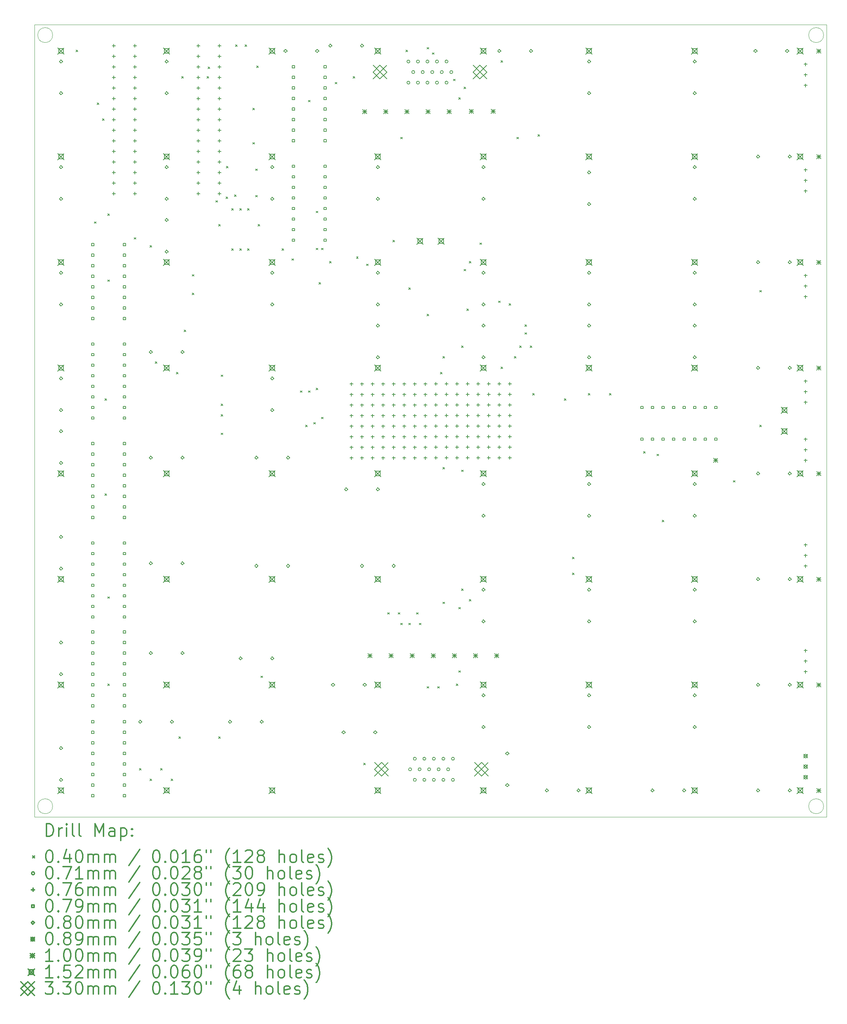
<source format=gbr>
%FSLAX45Y45*%
G04 Gerber Fmt 4.5, Leading zero omitted, Abs format (unit mm)*
G04 Created by KiCad (PCBNEW (5.1.6)-1) date 2020-12-07 00:15:16*
%MOMM*%
%LPD*%
G01*
G04 APERTURE LIST*
%TA.AperFunction,Profile*%
%ADD10C,0.050000*%
%TD*%
%ADD11C,0.200000*%
%ADD12C,0.300000*%
G04 APERTURE END LIST*
D10*
X24436605Y-19939000D02*
G75*
G03*
X24436605Y-19939000I-179605J0D01*
G01*
X5894605Y-19939000D02*
G75*
G03*
X5894605Y-19939000I-179605J0D01*
G01*
X5894605Y-1397000D02*
G75*
G03*
X5894605Y-1397000I-179605J0D01*
G01*
X24436605Y-1397000D02*
G75*
G03*
X24436605Y-1397000I-179605J0D01*
G01*
X5461000Y-1143000D02*
X24511000Y-1143000D01*
X5461000Y-20193000D02*
X5461000Y-1143000D01*
X24511000Y-20193000D02*
X5461000Y-20193000D01*
X24511000Y-1143000D02*
X24511000Y-20193000D01*
D11*
X6457000Y-1758000D02*
X6497000Y-1798000D01*
X6497000Y-1758000D02*
X6457000Y-1798000D01*
X6901500Y-5885500D02*
X6941500Y-5925500D01*
X6941500Y-5885500D02*
X6901500Y-5925500D01*
X6901500Y-5885500D02*
X6941500Y-5925500D01*
X6941500Y-5885500D02*
X6901500Y-5925500D01*
X6965000Y-3028000D02*
X7005000Y-3068000D01*
X7005000Y-3028000D02*
X6965000Y-3068000D01*
X7092000Y-3409000D02*
X7132000Y-3449000D01*
X7132000Y-3409000D02*
X7092000Y-3449000D01*
X7155500Y-10140000D02*
X7195500Y-10180000D01*
X7195500Y-10140000D02*
X7155500Y-10180000D01*
X7155500Y-12426000D02*
X7195500Y-12466000D01*
X7195500Y-12426000D02*
X7155500Y-12466000D01*
X7219000Y-5695000D02*
X7259000Y-5735000D01*
X7259000Y-5695000D02*
X7219000Y-5735000D01*
X7219000Y-7282500D02*
X7259000Y-7322500D01*
X7259000Y-7282500D02*
X7219000Y-7322500D01*
X7219000Y-14902500D02*
X7259000Y-14942500D01*
X7259000Y-14902500D02*
X7219000Y-14942500D01*
X7219000Y-16998000D02*
X7259000Y-17038000D01*
X7259000Y-16998000D02*
X7219000Y-17038000D01*
X7219000Y-16998000D02*
X7259000Y-17038000D01*
X7259000Y-16998000D02*
X7219000Y-17038000D01*
X7854000Y-6266500D02*
X7894000Y-6306500D01*
X7894000Y-6266500D02*
X7854000Y-6306500D01*
X7981000Y-19030000D02*
X8021000Y-19070000D01*
X8021000Y-19030000D02*
X7981000Y-19070000D01*
X8235000Y-6457000D02*
X8275000Y-6497000D01*
X8275000Y-6457000D02*
X8235000Y-6497000D01*
X8235000Y-19284000D02*
X8275000Y-19324000D01*
X8275000Y-19284000D02*
X8235000Y-19324000D01*
X8362000Y-9251000D02*
X8402000Y-9291000D01*
X8402000Y-9251000D02*
X8362000Y-9291000D01*
X8489000Y-19030000D02*
X8529000Y-19070000D01*
X8529000Y-19030000D02*
X8489000Y-19070000D01*
X8743000Y-19284000D02*
X8783000Y-19324000D01*
X8783000Y-19284000D02*
X8743000Y-19324000D01*
X8870000Y-9505000D02*
X8910000Y-9545000D01*
X8910000Y-9505000D02*
X8870000Y-9545000D01*
X8870000Y-9505000D02*
X8910000Y-9545000D01*
X8910000Y-9505000D02*
X8870000Y-9545000D01*
X8933500Y-18268000D02*
X8973500Y-18308000D01*
X8973500Y-18268000D02*
X8933500Y-18308000D01*
X8997000Y-2393000D02*
X9037000Y-2433000D01*
X9037000Y-2393000D02*
X8997000Y-2433000D01*
X9060500Y-8489000D02*
X9100500Y-8529000D01*
X9100500Y-8489000D02*
X9060500Y-8529000D01*
X9251000Y-7155500D02*
X9291000Y-7195500D01*
X9291000Y-7155500D02*
X9251000Y-7195500D01*
X9251000Y-7600000D02*
X9291000Y-7640000D01*
X9291000Y-7600000D02*
X9251000Y-7640000D01*
X9606600Y-2393000D02*
X9646600Y-2433000D01*
X9646600Y-2393000D02*
X9606600Y-2433000D01*
X9632000Y-2164400D02*
X9672000Y-2204400D01*
X9672000Y-2164400D02*
X9632000Y-2204400D01*
X9822500Y-5377500D02*
X9862500Y-5417500D01*
X9862500Y-5377500D02*
X9822500Y-5417500D01*
X9886000Y-5949000D02*
X9926000Y-5989000D01*
X9926000Y-5949000D02*
X9886000Y-5989000D01*
X9886000Y-18268000D02*
X9926000Y-18308000D01*
X9926000Y-18268000D02*
X9886000Y-18308000D01*
X9949500Y-9568500D02*
X9989500Y-9608500D01*
X9989500Y-9568500D02*
X9949500Y-9608500D01*
X9949500Y-10267000D02*
X9989500Y-10307000D01*
X9989500Y-10267000D02*
X9949500Y-10307000D01*
X9949500Y-10521000D02*
X9989500Y-10561000D01*
X9989500Y-10521000D02*
X9949500Y-10561000D01*
X9949500Y-10965500D02*
X9989500Y-11005500D01*
X9989500Y-10965500D02*
X9949500Y-11005500D01*
X10062500Y-5288600D02*
X10102500Y-5328600D01*
X10102500Y-5288600D02*
X10062500Y-5328600D01*
X10076500Y-4552000D02*
X10116500Y-4592000D01*
X10116500Y-4552000D02*
X10076500Y-4592000D01*
X10203500Y-5568000D02*
X10243500Y-5608000D01*
X10243500Y-5568000D02*
X10203500Y-5608000D01*
X10203500Y-6534500D02*
X10243500Y-6574500D01*
X10243500Y-6534500D02*
X10203500Y-6574500D01*
X10267000Y-5237800D02*
X10307000Y-5277800D01*
X10307000Y-5237800D02*
X10267000Y-5277800D01*
X10292400Y-1631000D02*
X10332400Y-1671000D01*
X10332400Y-1631000D02*
X10292400Y-1671000D01*
X10394000Y-5568000D02*
X10434000Y-5608000D01*
X10434000Y-5568000D02*
X10394000Y-5608000D01*
X10394000Y-6534500D02*
X10434000Y-6574500D01*
X10434000Y-6534500D02*
X10394000Y-6574500D01*
X10521000Y-1631000D02*
X10561000Y-1671000D01*
X10561000Y-1631000D02*
X10521000Y-1671000D01*
X10584500Y-5568000D02*
X10624500Y-5608000D01*
X10624500Y-5568000D02*
X10584500Y-5608000D01*
X10584500Y-6534500D02*
X10624500Y-6574500D01*
X10624500Y-6534500D02*
X10584500Y-6574500D01*
X10711500Y-3155000D02*
X10751500Y-3195000D01*
X10751500Y-3155000D02*
X10711500Y-3195000D01*
X10711500Y-3980500D02*
X10751500Y-4020500D01*
X10751500Y-3980500D02*
X10711500Y-4020500D01*
X10775000Y-4615500D02*
X10815000Y-4655500D01*
X10815000Y-4615500D02*
X10775000Y-4655500D01*
X10775000Y-5250500D02*
X10815000Y-5290500D01*
X10815000Y-5250500D02*
X10775000Y-5290500D01*
X10800400Y-2139000D02*
X10840400Y-2179000D01*
X10840400Y-2139000D02*
X10800400Y-2179000D01*
X10838500Y-5949000D02*
X10878500Y-5989000D01*
X10878500Y-5949000D02*
X10838500Y-5989000D01*
X10902000Y-16807500D02*
X10942000Y-16847500D01*
X10942000Y-16807500D02*
X10902000Y-16847500D01*
X11410000Y-6534500D02*
X11450000Y-6574500D01*
X11450000Y-6534500D02*
X11410000Y-6574500D01*
X11650000Y-6774500D02*
X11690000Y-6814500D01*
X11690000Y-6774500D02*
X11650000Y-6814500D01*
X11854500Y-9949500D02*
X11894500Y-9989500D01*
X11894500Y-9949500D02*
X11854500Y-9989500D01*
X11981500Y-10775000D02*
X12021500Y-10815000D01*
X12021500Y-10775000D02*
X11981500Y-10815000D01*
X12045000Y-2964500D02*
X12085000Y-3004500D01*
X12085000Y-2964500D02*
X12045000Y-3004500D01*
X12045000Y-9949500D02*
X12085000Y-9989500D01*
X12085000Y-9949500D02*
X12045000Y-9989500D01*
X12172000Y-10711500D02*
X12212000Y-10751500D01*
X12212000Y-10711500D02*
X12172000Y-10751500D01*
X12235500Y-5631500D02*
X12275500Y-5671500D01*
X12275500Y-5631500D02*
X12235500Y-5671500D01*
X12235500Y-6520500D02*
X12275500Y-6560500D01*
X12275500Y-6520500D02*
X12235500Y-6560500D01*
X12235500Y-9886000D02*
X12275500Y-9926000D01*
X12275500Y-9886000D02*
X12235500Y-9926000D01*
X12299000Y-7346000D02*
X12339000Y-7386000D01*
X12339000Y-7346000D02*
X12299000Y-7386000D01*
X12362500Y-6520500D02*
X12402500Y-6560500D01*
X12402500Y-6520500D02*
X12362500Y-6560500D01*
X12362500Y-10584500D02*
X12402500Y-10624500D01*
X12402500Y-10584500D02*
X12362500Y-10624500D01*
X12553000Y-6838000D02*
X12593000Y-6878000D01*
X12593000Y-6838000D02*
X12553000Y-6878000D01*
X12692180Y-2532180D02*
X12732180Y-2572180D01*
X12732180Y-2532180D02*
X12692180Y-2572180D01*
X13124500Y-2393000D02*
X13164500Y-2433000D01*
X13164500Y-2393000D02*
X13124500Y-2433000D01*
X13201300Y-6724300D02*
X13241300Y-6764300D01*
X13241300Y-6724300D02*
X13201300Y-6764300D01*
X13378500Y-18903000D02*
X13418500Y-18943000D01*
X13418500Y-18903000D02*
X13378500Y-18943000D01*
X13442000Y-6901500D02*
X13482000Y-6941500D01*
X13482000Y-6901500D02*
X13442000Y-6941500D01*
X13950000Y-15283500D02*
X13990000Y-15323500D01*
X13990000Y-15283500D02*
X13950000Y-15323500D01*
X14077000Y-6330000D02*
X14117000Y-6370000D01*
X14117000Y-6330000D02*
X14077000Y-6370000D01*
X14204000Y-15283500D02*
X14244000Y-15323500D01*
X14244000Y-15283500D02*
X14204000Y-15323500D01*
X14267500Y-3853500D02*
X14307500Y-3893500D01*
X14307500Y-3853500D02*
X14267500Y-3893500D01*
X14267500Y-15537500D02*
X14307500Y-15577500D01*
X14307500Y-15537500D02*
X14267500Y-15577500D01*
X14394500Y-1758000D02*
X14434500Y-1798000D01*
X14434500Y-1758000D02*
X14394500Y-1798000D01*
X14458000Y-7473000D02*
X14498000Y-7513000D01*
X14498000Y-7473000D02*
X14458000Y-7513000D01*
X14458000Y-15537500D02*
X14498000Y-15577500D01*
X14498000Y-15537500D02*
X14458000Y-15577500D01*
X14648500Y-15283500D02*
X14688500Y-15323500D01*
X14688500Y-15283500D02*
X14648500Y-15323500D01*
X14712000Y-15537500D02*
X14752000Y-15577500D01*
X14752000Y-15537500D02*
X14712000Y-15577500D01*
X14902500Y-1694500D02*
X14942500Y-1734500D01*
X14942500Y-1694500D02*
X14902500Y-1734500D01*
X14902500Y-8108000D02*
X14942500Y-8148000D01*
X14942500Y-8108000D02*
X14902500Y-8148000D01*
X14902500Y-17061500D02*
X14942500Y-17101500D01*
X14942500Y-17061500D02*
X14902500Y-17101500D01*
X15029500Y-1821500D02*
X15069500Y-1861500D01*
X15069500Y-1821500D02*
X15029500Y-1861500D01*
X15156500Y-17061500D02*
X15196500Y-17101500D01*
X15196500Y-17061500D02*
X15156500Y-17101500D01*
X15220000Y-9505000D02*
X15260000Y-9545000D01*
X15260000Y-9505000D02*
X15220000Y-9545000D01*
X15283500Y-9124000D02*
X15323500Y-9164000D01*
X15323500Y-9124000D02*
X15283500Y-9164000D01*
X15283500Y-11791000D02*
X15323500Y-11831000D01*
X15323500Y-11791000D02*
X15283500Y-11831000D01*
X15283500Y-15029500D02*
X15323500Y-15069500D01*
X15323500Y-15029500D02*
X15283500Y-15069500D01*
X15537500Y-2456500D02*
X15577500Y-2496500D01*
X15577500Y-2456500D02*
X15537500Y-2496500D01*
X15601000Y-16998000D02*
X15641000Y-17038000D01*
X15641000Y-16998000D02*
X15601000Y-17038000D01*
X15664500Y-2901000D02*
X15704500Y-2941000D01*
X15704500Y-2901000D02*
X15664500Y-2941000D01*
X15664500Y-15156500D02*
X15704500Y-15196500D01*
X15704500Y-15156500D02*
X15664500Y-15196500D01*
X15664500Y-16680500D02*
X15704500Y-16720500D01*
X15704500Y-16680500D02*
X15664500Y-16720500D01*
X15728000Y-8870000D02*
X15768000Y-8910000D01*
X15768000Y-8870000D02*
X15728000Y-8910000D01*
X15728000Y-11854500D02*
X15768000Y-11894500D01*
X15768000Y-11854500D02*
X15728000Y-11894500D01*
X15728000Y-14712000D02*
X15768000Y-14752000D01*
X15768000Y-14712000D02*
X15728000Y-14752000D01*
X15791500Y-2647000D02*
X15831500Y-2687000D01*
X15831500Y-2647000D02*
X15791500Y-2687000D01*
X15791500Y-7028500D02*
X15831500Y-7068500D01*
X15831500Y-7028500D02*
X15791500Y-7068500D01*
X15855000Y-7981000D02*
X15895000Y-8021000D01*
X15895000Y-7981000D02*
X15855000Y-8021000D01*
X15918500Y-6838000D02*
X15958500Y-6878000D01*
X15958500Y-6838000D02*
X15918500Y-6878000D01*
X15918500Y-14966000D02*
X15958500Y-15006000D01*
X15958500Y-14966000D02*
X15918500Y-15006000D01*
X16172500Y-6393500D02*
X16212500Y-6433500D01*
X16212500Y-6393500D02*
X16172500Y-6433500D01*
X16617000Y-7790500D02*
X16657000Y-7830500D01*
X16657000Y-7790500D02*
X16617000Y-7830500D01*
X16680500Y-2012000D02*
X16720500Y-2052000D01*
X16720500Y-2012000D02*
X16680500Y-2052000D01*
X16680500Y-9378000D02*
X16720500Y-9418000D01*
X16720500Y-9378000D02*
X16680500Y-9418000D01*
X16871000Y-7854000D02*
X16911000Y-7894000D01*
X16911000Y-7854000D02*
X16871000Y-7894000D01*
X16998000Y-9124000D02*
X17038000Y-9164000D01*
X17038000Y-9124000D02*
X16998000Y-9164000D01*
X17061500Y-3853500D02*
X17101500Y-3893500D01*
X17101500Y-3853500D02*
X17061500Y-3893500D01*
X17125000Y-8870000D02*
X17165000Y-8910000D01*
X17165000Y-8870000D02*
X17125000Y-8910000D01*
X17252000Y-8362000D02*
X17292000Y-8402000D01*
X17292000Y-8362000D02*
X17252000Y-8402000D01*
X17252000Y-8552500D02*
X17292000Y-8592500D01*
X17292000Y-8552500D02*
X17252000Y-8592500D01*
X17379000Y-8870000D02*
X17419000Y-8910000D01*
X17419000Y-8870000D02*
X17379000Y-8910000D01*
X17442500Y-10013000D02*
X17482500Y-10053000D01*
X17482500Y-10013000D02*
X17442500Y-10053000D01*
X17569500Y-3790000D02*
X17609500Y-3830000D01*
X17609500Y-3790000D02*
X17569500Y-3830000D01*
X18204500Y-10140000D02*
X18244500Y-10180000D01*
X18244500Y-10140000D02*
X18204500Y-10180000D01*
X18395000Y-13950000D02*
X18435000Y-13990000D01*
X18435000Y-13950000D02*
X18395000Y-13990000D01*
X18395000Y-14331000D02*
X18435000Y-14371000D01*
X18435000Y-14331000D02*
X18395000Y-14371000D01*
X18776000Y-10013000D02*
X18816000Y-10053000D01*
X18816000Y-10013000D02*
X18776000Y-10053000D01*
X19284000Y-10013000D02*
X19324000Y-10053000D01*
X19324000Y-10013000D02*
X19284000Y-10053000D01*
X20109500Y-11410000D02*
X20149500Y-11450000D01*
X20149500Y-11410000D02*
X20109500Y-11450000D01*
X20427000Y-11473500D02*
X20467000Y-11513500D01*
X20467000Y-11473500D02*
X20427000Y-11513500D01*
X20554000Y-13061000D02*
X20594000Y-13101000D01*
X20594000Y-13061000D02*
X20554000Y-13101000D01*
X22268500Y-12108500D02*
X22308500Y-12148500D01*
X22308500Y-12108500D02*
X22268500Y-12148500D01*
X22903500Y-7536500D02*
X22943500Y-7576500D01*
X22943500Y-7536500D02*
X22903500Y-7576500D01*
X22903500Y-10775000D02*
X22943500Y-10815000D01*
X22943500Y-10775000D02*
X22903500Y-10815000D01*
X14486560Y-2032000D02*
G75*
G03*
X14486560Y-2032000I-35560J0D01*
G01*
X14486560Y-2540000D02*
G75*
G03*
X14486560Y-2540000I-35560J0D01*
G01*
X14601060Y-2286000D02*
G75*
G03*
X14601060Y-2286000I-35560J0D01*
G01*
X14715560Y-2032000D02*
G75*
G03*
X14715560Y-2032000I-35560J0D01*
G01*
X14715560Y-2540000D02*
G75*
G03*
X14715560Y-2540000I-35560J0D01*
G01*
X14830060Y-2286000D02*
G75*
G03*
X14830060Y-2286000I-35560J0D01*
G01*
X14944560Y-2032000D02*
G75*
G03*
X14944560Y-2032000I-35560J0D01*
G01*
X14944560Y-2540000D02*
G75*
G03*
X14944560Y-2540000I-35560J0D01*
G01*
X15059060Y-2286000D02*
G75*
G03*
X15059060Y-2286000I-35560J0D01*
G01*
X15173560Y-2032000D02*
G75*
G03*
X15173560Y-2032000I-35560J0D01*
G01*
X15173560Y-2540000D02*
G75*
G03*
X15173560Y-2540000I-35560J0D01*
G01*
X15288060Y-2286000D02*
G75*
G03*
X15288060Y-2286000I-35560J0D01*
G01*
X15402560Y-2032000D02*
G75*
G03*
X15402560Y-2032000I-35560J0D01*
G01*
X15402560Y-2540000D02*
G75*
G03*
X15402560Y-2540000I-35560J0D01*
G01*
X15517060Y-2286000D02*
G75*
G03*
X15517060Y-2286000I-35560J0D01*
G01*
X14526060Y-19050000D02*
G75*
G03*
X14526060Y-19050000I-35560J0D01*
G01*
X14640560Y-18796000D02*
G75*
G03*
X14640560Y-18796000I-35560J0D01*
G01*
X14640560Y-19304000D02*
G75*
G03*
X14640560Y-19304000I-35560J0D01*
G01*
X14755060Y-19050000D02*
G75*
G03*
X14755060Y-19050000I-35560J0D01*
G01*
X14869560Y-18796000D02*
G75*
G03*
X14869560Y-18796000I-35560J0D01*
G01*
X14869560Y-19304000D02*
G75*
G03*
X14869560Y-19304000I-35560J0D01*
G01*
X14984060Y-19050000D02*
G75*
G03*
X14984060Y-19050000I-35560J0D01*
G01*
X15098560Y-18796000D02*
G75*
G03*
X15098560Y-18796000I-35560J0D01*
G01*
X15098560Y-19304000D02*
G75*
G03*
X15098560Y-19304000I-35560J0D01*
G01*
X15213060Y-19050000D02*
G75*
G03*
X15213060Y-19050000I-35560J0D01*
G01*
X15327560Y-18796000D02*
G75*
G03*
X15327560Y-18796000I-35560J0D01*
G01*
X15327560Y-19304000D02*
G75*
G03*
X15327560Y-19304000I-35560J0D01*
G01*
X15442060Y-19050000D02*
G75*
G03*
X15442060Y-19050000I-35560J0D01*
G01*
X15556560Y-18796000D02*
G75*
G03*
X15556560Y-18796000I-35560J0D01*
G01*
X15556560Y-19304000D02*
G75*
G03*
X15556560Y-19304000I-35560J0D01*
G01*
X13081000Y-9746900D02*
X13081000Y-9823100D01*
X13042900Y-9785000D02*
X13119100Y-9785000D01*
X13081000Y-10000900D02*
X13081000Y-10077100D01*
X13042900Y-10039000D02*
X13119100Y-10039000D01*
X13081000Y-10254900D02*
X13081000Y-10331100D01*
X13042900Y-10293000D02*
X13119100Y-10293000D01*
X13081000Y-10508900D02*
X13081000Y-10585100D01*
X13042900Y-10547000D02*
X13119100Y-10547000D01*
X13335000Y-9746900D02*
X13335000Y-9823100D01*
X13296900Y-9785000D02*
X13373100Y-9785000D01*
X13335000Y-10000900D02*
X13335000Y-10077100D01*
X13296900Y-10039000D02*
X13373100Y-10039000D01*
X13335000Y-10254900D02*
X13335000Y-10331100D01*
X13296900Y-10293000D02*
X13373100Y-10293000D01*
X13335000Y-10508900D02*
X13335000Y-10585100D01*
X13296900Y-10547000D02*
X13373100Y-10547000D01*
X13589000Y-9746900D02*
X13589000Y-9823100D01*
X13550900Y-9785000D02*
X13627100Y-9785000D01*
X13589000Y-10000900D02*
X13589000Y-10077100D01*
X13550900Y-10039000D02*
X13627100Y-10039000D01*
X13589000Y-10254900D02*
X13589000Y-10331100D01*
X13550900Y-10293000D02*
X13627100Y-10293000D01*
X13589000Y-10508900D02*
X13589000Y-10585100D01*
X13550900Y-10547000D02*
X13627100Y-10547000D01*
X13843000Y-9746900D02*
X13843000Y-9823100D01*
X13804900Y-9785000D02*
X13881100Y-9785000D01*
X13843000Y-10000900D02*
X13843000Y-10077100D01*
X13804900Y-10039000D02*
X13881100Y-10039000D01*
X13843000Y-10254900D02*
X13843000Y-10331100D01*
X13804900Y-10293000D02*
X13881100Y-10293000D01*
X13843000Y-10508900D02*
X13843000Y-10585100D01*
X13804900Y-10547000D02*
X13881100Y-10547000D01*
X13081000Y-10760900D02*
X13081000Y-10837100D01*
X13042900Y-10799000D02*
X13119100Y-10799000D01*
X13081000Y-11014900D02*
X13081000Y-11091100D01*
X13042900Y-11053000D02*
X13119100Y-11053000D01*
X13081000Y-11268900D02*
X13081000Y-11345100D01*
X13042900Y-11307000D02*
X13119100Y-11307000D01*
X13081000Y-11522900D02*
X13081000Y-11599100D01*
X13042900Y-11561000D02*
X13119100Y-11561000D01*
X13335000Y-10760900D02*
X13335000Y-10837100D01*
X13296900Y-10799000D02*
X13373100Y-10799000D01*
X13335000Y-11014900D02*
X13335000Y-11091100D01*
X13296900Y-11053000D02*
X13373100Y-11053000D01*
X13335000Y-11268900D02*
X13335000Y-11345100D01*
X13296900Y-11307000D02*
X13373100Y-11307000D01*
X13335000Y-11522900D02*
X13335000Y-11599100D01*
X13296900Y-11561000D02*
X13373100Y-11561000D01*
X13589000Y-10760900D02*
X13589000Y-10837100D01*
X13550900Y-10799000D02*
X13627100Y-10799000D01*
X13589000Y-11014900D02*
X13589000Y-11091100D01*
X13550900Y-11053000D02*
X13627100Y-11053000D01*
X13589000Y-11268900D02*
X13589000Y-11345100D01*
X13550900Y-11307000D02*
X13627100Y-11307000D01*
X13589000Y-11522900D02*
X13589000Y-11599100D01*
X13550900Y-11561000D02*
X13627100Y-11561000D01*
X13843000Y-10760900D02*
X13843000Y-10837100D01*
X13804900Y-10799000D02*
X13881100Y-10799000D01*
X13843000Y-11014900D02*
X13843000Y-11091100D01*
X13804900Y-11053000D02*
X13881100Y-11053000D01*
X13843000Y-11268900D02*
X13843000Y-11345100D01*
X13804900Y-11307000D02*
X13881100Y-11307000D01*
X13843000Y-11522900D02*
X13843000Y-11599100D01*
X13804900Y-11561000D02*
X13881100Y-11561000D01*
X24003000Y-11074400D02*
X24003000Y-11150600D01*
X23964900Y-11112500D02*
X24041100Y-11112500D01*
X24003000Y-11328400D02*
X24003000Y-11404600D01*
X23964900Y-11366500D02*
X24041100Y-11366500D01*
X24003000Y-11582400D02*
X24003000Y-11658600D01*
X23964900Y-11620500D02*
X24041100Y-11620500D01*
X14095000Y-9746900D02*
X14095000Y-9823100D01*
X14056900Y-9785000D02*
X14133100Y-9785000D01*
X14095000Y-10000900D02*
X14095000Y-10077100D01*
X14056900Y-10039000D02*
X14133100Y-10039000D01*
X14095000Y-10254900D02*
X14095000Y-10331100D01*
X14056900Y-10293000D02*
X14133100Y-10293000D01*
X14095000Y-10508900D02*
X14095000Y-10585100D01*
X14056900Y-10547000D02*
X14133100Y-10547000D01*
X14349000Y-9746900D02*
X14349000Y-9823100D01*
X14310900Y-9785000D02*
X14387100Y-9785000D01*
X14349000Y-10000900D02*
X14349000Y-10077100D01*
X14310900Y-10039000D02*
X14387100Y-10039000D01*
X14349000Y-10254900D02*
X14349000Y-10331100D01*
X14310900Y-10293000D02*
X14387100Y-10293000D01*
X14349000Y-10508900D02*
X14349000Y-10585100D01*
X14310900Y-10547000D02*
X14387100Y-10547000D01*
X14603000Y-9746900D02*
X14603000Y-9823100D01*
X14564900Y-9785000D02*
X14641100Y-9785000D01*
X14603000Y-10000900D02*
X14603000Y-10077100D01*
X14564900Y-10039000D02*
X14641100Y-10039000D01*
X14603000Y-10254900D02*
X14603000Y-10331100D01*
X14564900Y-10293000D02*
X14641100Y-10293000D01*
X14603000Y-10508900D02*
X14603000Y-10585100D01*
X14564900Y-10547000D02*
X14641100Y-10547000D01*
X14857000Y-9746900D02*
X14857000Y-9823100D01*
X14818900Y-9785000D02*
X14895100Y-9785000D01*
X14857000Y-10000900D02*
X14857000Y-10077100D01*
X14818900Y-10039000D02*
X14895100Y-10039000D01*
X14857000Y-10254900D02*
X14857000Y-10331100D01*
X14818900Y-10293000D02*
X14895100Y-10293000D01*
X14857000Y-10508900D02*
X14857000Y-10585100D01*
X14818900Y-10547000D02*
X14895100Y-10547000D01*
X15113000Y-9740900D02*
X15113000Y-9817100D01*
X15074900Y-9779000D02*
X15151100Y-9779000D01*
X15113000Y-9994900D02*
X15113000Y-10071100D01*
X15074900Y-10033000D02*
X15151100Y-10033000D01*
X15113000Y-10248900D02*
X15113000Y-10325100D01*
X15074900Y-10287000D02*
X15151100Y-10287000D01*
X15113000Y-10502900D02*
X15113000Y-10579100D01*
X15074900Y-10541000D02*
X15151100Y-10541000D01*
X15367000Y-9740900D02*
X15367000Y-9817100D01*
X15328900Y-9779000D02*
X15405100Y-9779000D01*
X15367000Y-9994900D02*
X15367000Y-10071100D01*
X15328900Y-10033000D02*
X15405100Y-10033000D01*
X15367000Y-10248900D02*
X15367000Y-10325100D01*
X15328900Y-10287000D02*
X15405100Y-10287000D01*
X15367000Y-10502900D02*
X15367000Y-10579100D01*
X15328900Y-10541000D02*
X15405100Y-10541000D01*
X15621000Y-9740900D02*
X15621000Y-9817100D01*
X15582900Y-9779000D02*
X15659100Y-9779000D01*
X15621000Y-9994900D02*
X15621000Y-10071100D01*
X15582900Y-10033000D02*
X15659100Y-10033000D01*
X15621000Y-10248900D02*
X15621000Y-10325100D01*
X15582900Y-10287000D02*
X15659100Y-10287000D01*
X15621000Y-10502900D02*
X15621000Y-10579100D01*
X15582900Y-10541000D02*
X15659100Y-10541000D01*
X15875000Y-9740900D02*
X15875000Y-9817100D01*
X15836900Y-9779000D02*
X15913100Y-9779000D01*
X15875000Y-9994900D02*
X15875000Y-10071100D01*
X15836900Y-10033000D02*
X15913100Y-10033000D01*
X15875000Y-10248900D02*
X15875000Y-10325100D01*
X15836900Y-10287000D02*
X15913100Y-10287000D01*
X15875000Y-10502900D02*
X15875000Y-10579100D01*
X15836900Y-10541000D02*
X15913100Y-10541000D01*
X7874000Y-1612900D02*
X7874000Y-1689100D01*
X7835900Y-1651000D02*
X7912100Y-1651000D01*
X7874000Y-1866900D02*
X7874000Y-1943100D01*
X7835900Y-1905000D02*
X7912100Y-1905000D01*
X7874000Y-2120900D02*
X7874000Y-2197100D01*
X7835900Y-2159000D02*
X7912100Y-2159000D01*
X7874000Y-2374900D02*
X7874000Y-2451100D01*
X7835900Y-2413000D02*
X7912100Y-2413000D01*
X7874000Y-2628900D02*
X7874000Y-2705100D01*
X7835900Y-2667000D02*
X7912100Y-2667000D01*
X7874000Y-2882900D02*
X7874000Y-2959100D01*
X7835900Y-2921000D02*
X7912100Y-2921000D01*
X7874000Y-3136900D02*
X7874000Y-3213100D01*
X7835900Y-3175000D02*
X7912100Y-3175000D01*
X7874000Y-3390900D02*
X7874000Y-3467100D01*
X7835900Y-3429000D02*
X7912100Y-3429000D01*
X7874000Y-3644900D02*
X7874000Y-3721100D01*
X7835900Y-3683000D02*
X7912100Y-3683000D01*
X7874000Y-3898900D02*
X7874000Y-3975100D01*
X7835900Y-3937000D02*
X7912100Y-3937000D01*
X7874000Y-4152900D02*
X7874000Y-4229100D01*
X7835900Y-4191000D02*
X7912100Y-4191000D01*
X7874000Y-4406900D02*
X7874000Y-4483100D01*
X7835900Y-4445000D02*
X7912100Y-4445000D01*
X7874000Y-4660900D02*
X7874000Y-4737100D01*
X7835900Y-4699000D02*
X7912100Y-4699000D01*
X7874000Y-4914900D02*
X7874000Y-4991100D01*
X7835900Y-4953000D02*
X7912100Y-4953000D01*
X7874000Y-5168900D02*
X7874000Y-5245100D01*
X7835900Y-5207000D02*
X7912100Y-5207000D01*
X9398000Y-1612900D02*
X9398000Y-1689100D01*
X9359900Y-1651000D02*
X9436100Y-1651000D01*
X9398000Y-1866900D02*
X9398000Y-1943100D01*
X9359900Y-1905000D02*
X9436100Y-1905000D01*
X9398000Y-2120900D02*
X9398000Y-2197100D01*
X9359900Y-2159000D02*
X9436100Y-2159000D01*
X9398000Y-2374900D02*
X9398000Y-2451100D01*
X9359900Y-2413000D02*
X9436100Y-2413000D01*
X9398000Y-2628900D02*
X9398000Y-2705100D01*
X9359900Y-2667000D02*
X9436100Y-2667000D01*
X9398000Y-2882900D02*
X9398000Y-2959100D01*
X9359900Y-2921000D02*
X9436100Y-2921000D01*
X9398000Y-3136900D02*
X9398000Y-3213100D01*
X9359900Y-3175000D02*
X9436100Y-3175000D01*
X9398000Y-3390900D02*
X9398000Y-3467100D01*
X9359900Y-3429000D02*
X9436100Y-3429000D01*
X9398000Y-3644900D02*
X9398000Y-3721100D01*
X9359900Y-3683000D02*
X9436100Y-3683000D01*
X9398000Y-3898900D02*
X9398000Y-3975100D01*
X9359900Y-3937000D02*
X9436100Y-3937000D01*
X9398000Y-4152900D02*
X9398000Y-4229100D01*
X9359900Y-4191000D02*
X9436100Y-4191000D01*
X9398000Y-4406900D02*
X9398000Y-4483100D01*
X9359900Y-4445000D02*
X9436100Y-4445000D01*
X9398000Y-4660900D02*
X9398000Y-4737100D01*
X9359900Y-4699000D02*
X9436100Y-4699000D01*
X9398000Y-4914900D02*
X9398000Y-4991100D01*
X9359900Y-4953000D02*
X9436100Y-4953000D01*
X9398000Y-5168900D02*
X9398000Y-5245100D01*
X9359900Y-5207000D02*
X9436100Y-5207000D01*
X7366000Y-1612900D02*
X7366000Y-1689100D01*
X7327900Y-1651000D02*
X7404100Y-1651000D01*
X7366000Y-1866900D02*
X7366000Y-1943100D01*
X7327900Y-1905000D02*
X7404100Y-1905000D01*
X7366000Y-2120900D02*
X7366000Y-2197100D01*
X7327900Y-2159000D02*
X7404100Y-2159000D01*
X7366000Y-2374900D02*
X7366000Y-2451100D01*
X7327900Y-2413000D02*
X7404100Y-2413000D01*
X7366000Y-2628900D02*
X7366000Y-2705100D01*
X7327900Y-2667000D02*
X7404100Y-2667000D01*
X7366000Y-2882900D02*
X7366000Y-2959100D01*
X7327900Y-2921000D02*
X7404100Y-2921000D01*
X7366000Y-3136900D02*
X7366000Y-3213100D01*
X7327900Y-3175000D02*
X7404100Y-3175000D01*
X7366000Y-3390900D02*
X7366000Y-3467100D01*
X7327900Y-3429000D02*
X7404100Y-3429000D01*
X7366000Y-3644900D02*
X7366000Y-3721100D01*
X7327900Y-3683000D02*
X7404100Y-3683000D01*
X7366000Y-3898900D02*
X7366000Y-3975100D01*
X7327900Y-3937000D02*
X7404100Y-3937000D01*
X7366000Y-4152900D02*
X7366000Y-4229100D01*
X7327900Y-4191000D02*
X7404100Y-4191000D01*
X7366000Y-4406900D02*
X7366000Y-4483100D01*
X7327900Y-4445000D02*
X7404100Y-4445000D01*
X7366000Y-4660900D02*
X7366000Y-4737100D01*
X7327900Y-4699000D02*
X7404100Y-4699000D01*
X7366000Y-4914900D02*
X7366000Y-4991100D01*
X7327900Y-4953000D02*
X7404100Y-4953000D01*
X7366000Y-5168900D02*
X7366000Y-5245100D01*
X7327900Y-5207000D02*
X7404100Y-5207000D01*
X9906000Y-1612900D02*
X9906000Y-1689100D01*
X9867900Y-1651000D02*
X9944100Y-1651000D01*
X9906000Y-1866900D02*
X9906000Y-1943100D01*
X9867900Y-1905000D02*
X9944100Y-1905000D01*
X9906000Y-2120900D02*
X9906000Y-2197100D01*
X9867900Y-2159000D02*
X9944100Y-2159000D01*
X9906000Y-2374900D02*
X9906000Y-2451100D01*
X9867900Y-2413000D02*
X9944100Y-2413000D01*
X9906000Y-2628900D02*
X9906000Y-2705100D01*
X9867900Y-2667000D02*
X9944100Y-2667000D01*
X9906000Y-2882900D02*
X9906000Y-2959100D01*
X9867900Y-2921000D02*
X9944100Y-2921000D01*
X9906000Y-3136900D02*
X9906000Y-3213100D01*
X9867900Y-3175000D02*
X9944100Y-3175000D01*
X9906000Y-3390900D02*
X9906000Y-3467100D01*
X9867900Y-3429000D02*
X9944100Y-3429000D01*
X9906000Y-3644900D02*
X9906000Y-3721100D01*
X9867900Y-3683000D02*
X9944100Y-3683000D01*
X9906000Y-3898900D02*
X9906000Y-3975100D01*
X9867900Y-3937000D02*
X9944100Y-3937000D01*
X9906000Y-4152900D02*
X9906000Y-4229100D01*
X9867900Y-4191000D02*
X9944100Y-4191000D01*
X9906000Y-4406900D02*
X9906000Y-4483100D01*
X9867900Y-4445000D02*
X9944100Y-4445000D01*
X9906000Y-4660900D02*
X9906000Y-4737100D01*
X9867900Y-4699000D02*
X9944100Y-4699000D01*
X9906000Y-4914900D02*
X9906000Y-4991100D01*
X9867900Y-4953000D02*
X9944100Y-4953000D01*
X9906000Y-5168900D02*
X9906000Y-5245100D01*
X9867900Y-5207000D02*
X9944100Y-5207000D01*
X14095000Y-10760900D02*
X14095000Y-10837100D01*
X14056900Y-10799000D02*
X14133100Y-10799000D01*
X14095000Y-11014900D02*
X14095000Y-11091100D01*
X14056900Y-11053000D02*
X14133100Y-11053000D01*
X14095000Y-11268900D02*
X14095000Y-11345100D01*
X14056900Y-11307000D02*
X14133100Y-11307000D01*
X14095000Y-11522900D02*
X14095000Y-11599100D01*
X14056900Y-11561000D02*
X14133100Y-11561000D01*
X14349000Y-10760900D02*
X14349000Y-10837100D01*
X14310900Y-10799000D02*
X14387100Y-10799000D01*
X14349000Y-11014900D02*
X14349000Y-11091100D01*
X14310900Y-11053000D02*
X14387100Y-11053000D01*
X14349000Y-11268900D02*
X14349000Y-11345100D01*
X14310900Y-11307000D02*
X14387100Y-11307000D01*
X14349000Y-11522900D02*
X14349000Y-11599100D01*
X14310900Y-11561000D02*
X14387100Y-11561000D01*
X14603000Y-10760900D02*
X14603000Y-10837100D01*
X14564900Y-10799000D02*
X14641100Y-10799000D01*
X14603000Y-11014900D02*
X14603000Y-11091100D01*
X14564900Y-11053000D02*
X14641100Y-11053000D01*
X14603000Y-11268900D02*
X14603000Y-11345100D01*
X14564900Y-11307000D02*
X14641100Y-11307000D01*
X14603000Y-11522900D02*
X14603000Y-11599100D01*
X14564900Y-11561000D02*
X14641100Y-11561000D01*
X14857000Y-10760900D02*
X14857000Y-10837100D01*
X14818900Y-10799000D02*
X14895100Y-10799000D01*
X14857000Y-11014900D02*
X14857000Y-11091100D01*
X14818900Y-11053000D02*
X14895100Y-11053000D01*
X14857000Y-11268900D02*
X14857000Y-11345100D01*
X14818900Y-11307000D02*
X14895100Y-11307000D01*
X14857000Y-11522900D02*
X14857000Y-11599100D01*
X14818900Y-11561000D02*
X14895100Y-11561000D01*
X24003000Y-2057400D02*
X24003000Y-2133600D01*
X23964900Y-2095500D02*
X24041100Y-2095500D01*
X24003000Y-2311400D02*
X24003000Y-2387600D01*
X23964900Y-2349500D02*
X24041100Y-2349500D01*
X24003000Y-2565400D02*
X24003000Y-2641600D01*
X23964900Y-2603500D02*
X24041100Y-2603500D01*
X15113000Y-10758900D02*
X15113000Y-10835100D01*
X15074900Y-10797000D02*
X15151100Y-10797000D01*
X15113000Y-11012900D02*
X15113000Y-11089100D01*
X15074900Y-11051000D02*
X15151100Y-11051000D01*
X15113000Y-11266900D02*
X15113000Y-11343100D01*
X15074900Y-11305000D02*
X15151100Y-11305000D01*
X15113000Y-11520900D02*
X15113000Y-11597100D01*
X15074900Y-11559000D02*
X15151100Y-11559000D01*
X15367000Y-10758900D02*
X15367000Y-10835100D01*
X15328900Y-10797000D02*
X15405100Y-10797000D01*
X15367000Y-11012900D02*
X15367000Y-11089100D01*
X15328900Y-11051000D02*
X15405100Y-11051000D01*
X15367000Y-11266900D02*
X15367000Y-11343100D01*
X15328900Y-11305000D02*
X15405100Y-11305000D01*
X15367000Y-11520900D02*
X15367000Y-11597100D01*
X15328900Y-11559000D02*
X15405100Y-11559000D01*
X15621000Y-10758900D02*
X15621000Y-10835100D01*
X15582900Y-10797000D02*
X15659100Y-10797000D01*
X15621000Y-11012900D02*
X15621000Y-11089100D01*
X15582900Y-11051000D02*
X15659100Y-11051000D01*
X15621000Y-11266900D02*
X15621000Y-11343100D01*
X15582900Y-11305000D02*
X15659100Y-11305000D01*
X15621000Y-11520900D02*
X15621000Y-11597100D01*
X15582900Y-11559000D02*
X15659100Y-11559000D01*
X15875000Y-10758900D02*
X15875000Y-10835100D01*
X15836900Y-10797000D02*
X15913100Y-10797000D01*
X15875000Y-11012900D02*
X15875000Y-11089100D01*
X15836900Y-11051000D02*
X15913100Y-11051000D01*
X15875000Y-11266900D02*
X15875000Y-11343100D01*
X15836900Y-11305000D02*
X15913100Y-11305000D01*
X15875000Y-11520900D02*
X15875000Y-11597100D01*
X15836900Y-11559000D02*
X15913100Y-11559000D01*
X24003000Y-9677400D02*
X24003000Y-9753600D01*
X23964900Y-9715500D02*
X24041100Y-9715500D01*
X24003000Y-9931400D02*
X24003000Y-10007600D01*
X23964900Y-9969500D02*
X24041100Y-9969500D01*
X24003000Y-10185400D02*
X24003000Y-10261600D01*
X23964900Y-10223500D02*
X24041100Y-10223500D01*
X24003000Y-16154400D02*
X24003000Y-16230600D01*
X23964900Y-16192500D02*
X24041100Y-16192500D01*
X24003000Y-16408400D02*
X24003000Y-16484600D01*
X23964900Y-16446500D02*
X24041100Y-16446500D01*
X24003000Y-16662400D02*
X24003000Y-16738600D01*
X23964900Y-16700500D02*
X24041100Y-16700500D01*
X24003000Y-7137400D02*
X24003000Y-7213600D01*
X23964900Y-7175500D02*
X24041100Y-7175500D01*
X24003000Y-7391400D02*
X24003000Y-7467600D01*
X23964900Y-7429500D02*
X24041100Y-7429500D01*
X24003000Y-7645400D02*
X24003000Y-7721600D01*
X23964900Y-7683500D02*
X24041100Y-7683500D01*
X16129000Y-9740900D02*
X16129000Y-9817100D01*
X16090900Y-9779000D02*
X16167100Y-9779000D01*
X16129000Y-9994900D02*
X16129000Y-10071100D01*
X16090900Y-10033000D02*
X16167100Y-10033000D01*
X16129000Y-10248900D02*
X16129000Y-10325100D01*
X16090900Y-10287000D02*
X16167100Y-10287000D01*
X16129000Y-10502900D02*
X16129000Y-10579100D01*
X16090900Y-10541000D02*
X16167100Y-10541000D01*
X16383000Y-9740900D02*
X16383000Y-9817100D01*
X16344900Y-9779000D02*
X16421100Y-9779000D01*
X16383000Y-9994900D02*
X16383000Y-10071100D01*
X16344900Y-10033000D02*
X16421100Y-10033000D01*
X16383000Y-10248900D02*
X16383000Y-10325100D01*
X16344900Y-10287000D02*
X16421100Y-10287000D01*
X16383000Y-10502900D02*
X16383000Y-10579100D01*
X16344900Y-10541000D02*
X16421100Y-10541000D01*
X16637000Y-9740900D02*
X16637000Y-9817100D01*
X16598900Y-9779000D02*
X16675100Y-9779000D01*
X16637000Y-9994900D02*
X16637000Y-10071100D01*
X16598900Y-10033000D02*
X16675100Y-10033000D01*
X16637000Y-10248900D02*
X16637000Y-10325100D01*
X16598900Y-10287000D02*
X16675100Y-10287000D01*
X16637000Y-10502900D02*
X16637000Y-10579100D01*
X16598900Y-10541000D02*
X16675100Y-10541000D01*
X16891000Y-9740900D02*
X16891000Y-9817100D01*
X16852900Y-9779000D02*
X16929100Y-9779000D01*
X16891000Y-9994900D02*
X16891000Y-10071100D01*
X16852900Y-10033000D02*
X16929100Y-10033000D01*
X16891000Y-10248900D02*
X16891000Y-10325100D01*
X16852900Y-10287000D02*
X16929100Y-10287000D01*
X16891000Y-10502900D02*
X16891000Y-10579100D01*
X16852900Y-10541000D02*
X16929100Y-10541000D01*
X16127000Y-10758900D02*
X16127000Y-10835100D01*
X16088900Y-10797000D02*
X16165100Y-10797000D01*
X16127000Y-11012900D02*
X16127000Y-11089100D01*
X16088900Y-11051000D02*
X16165100Y-11051000D01*
X16127000Y-11266900D02*
X16127000Y-11343100D01*
X16088900Y-11305000D02*
X16165100Y-11305000D01*
X16127000Y-11520900D02*
X16127000Y-11597100D01*
X16088900Y-11559000D02*
X16165100Y-11559000D01*
X16381000Y-10758900D02*
X16381000Y-10835100D01*
X16342900Y-10797000D02*
X16419100Y-10797000D01*
X16381000Y-11012900D02*
X16381000Y-11089100D01*
X16342900Y-11051000D02*
X16419100Y-11051000D01*
X16381000Y-11266900D02*
X16381000Y-11343100D01*
X16342900Y-11305000D02*
X16419100Y-11305000D01*
X16381000Y-11520900D02*
X16381000Y-11597100D01*
X16342900Y-11559000D02*
X16419100Y-11559000D01*
X16635000Y-10758900D02*
X16635000Y-10835100D01*
X16596900Y-10797000D02*
X16673100Y-10797000D01*
X16635000Y-11012900D02*
X16635000Y-11089100D01*
X16596900Y-11051000D02*
X16673100Y-11051000D01*
X16635000Y-11266900D02*
X16635000Y-11343100D01*
X16596900Y-11305000D02*
X16673100Y-11305000D01*
X16635000Y-11520900D02*
X16635000Y-11597100D01*
X16596900Y-11559000D02*
X16673100Y-11559000D01*
X16889000Y-10758900D02*
X16889000Y-10835100D01*
X16850900Y-10797000D02*
X16927100Y-10797000D01*
X16889000Y-11012900D02*
X16889000Y-11089100D01*
X16850900Y-11051000D02*
X16927100Y-11051000D01*
X16889000Y-11266900D02*
X16889000Y-11343100D01*
X16850900Y-11305000D02*
X16927100Y-11305000D01*
X16889000Y-11520900D02*
X16889000Y-11597100D01*
X16850900Y-11559000D02*
X16927100Y-11559000D01*
X24003000Y-13614400D02*
X24003000Y-13690600D01*
X23964900Y-13652500D02*
X24041100Y-13652500D01*
X24003000Y-13868400D02*
X24003000Y-13944600D01*
X23964900Y-13906500D02*
X24041100Y-13906500D01*
X24003000Y-14122400D02*
X24003000Y-14198600D01*
X23964900Y-14160500D02*
X24041100Y-14160500D01*
X24003000Y-4597400D02*
X24003000Y-4673600D01*
X23964900Y-4635500D02*
X24041100Y-4635500D01*
X24003000Y-4851400D02*
X24003000Y-4927600D01*
X23964900Y-4889500D02*
X24041100Y-4889500D01*
X24003000Y-5105400D02*
X24003000Y-5181600D01*
X23964900Y-5143500D02*
X24041100Y-5143500D01*
X11711839Y-4578672D02*
X11711839Y-4522994D01*
X11656161Y-4522994D01*
X11656161Y-4578672D01*
X11711839Y-4578672D01*
X11711839Y-4832672D02*
X11711839Y-4776994D01*
X11656161Y-4776994D01*
X11656161Y-4832672D01*
X11711839Y-4832672D01*
X11711839Y-5086672D02*
X11711839Y-5030994D01*
X11656161Y-5030994D01*
X11656161Y-5086672D01*
X11711839Y-5086672D01*
X11711839Y-5340672D02*
X11711839Y-5284994D01*
X11656161Y-5284994D01*
X11656161Y-5340672D01*
X11711839Y-5340672D01*
X11711839Y-5594672D02*
X11711839Y-5538994D01*
X11656161Y-5538994D01*
X11656161Y-5594672D01*
X11711839Y-5594672D01*
X11711839Y-5848672D02*
X11711839Y-5792994D01*
X11656161Y-5792994D01*
X11656161Y-5848672D01*
X11711839Y-5848672D01*
X11711839Y-6102672D02*
X11711839Y-6046994D01*
X11656161Y-6046994D01*
X11656161Y-6102672D01*
X11711839Y-6102672D01*
X11711839Y-6356672D02*
X11711839Y-6300994D01*
X11656161Y-6300994D01*
X11656161Y-6356672D01*
X11711839Y-6356672D01*
X12473839Y-4578672D02*
X12473839Y-4522994D01*
X12418161Y-4522994D01*
X12418161Y-4578672D01*
X12473839Y-4578672D01*
X12473839Y-4832672D02*
X12473839Y-4776994D01*
X12418161Y-4776994D01*
X12418161Y-4832672D01*
X12473839Y-4832672D01*
X12473839Y-5086672D02*
X12473839Y-5030994D01*
X12418161Y-5030994D01*
X12418161Y-5086672D01*
X12473839Y-5086672D01*
X12473839Y-5340672D02*
X12473839Y-5284994D01*
X12418161Y-5284994D01*
X12418161Y-5340672D01*
X12473839Y-5340672D01*
X12473839Y-5594672D02*
X12473839Y-5538994D01*
X12418161Y-5538994D01*
X12418161Y-5594672D01*
X12473839Y-5594672D01*
X12473839Y-5848672D02*
X12473839Y-5792994D01*
X12418161Y-5792994D01*
X12418161Y-5848672D01*
X12473839Y-5848672D01*
X12473839Y-6102672D02*
X12473839Y-6046994D01*
X12418161Y-6046994D01*
X12418161Y-6102672D01*
X12473839Y-6102672D01*
X12473839Y-6356672D02*
X12473839Y-6300994D01*
X12418161Y-6300994D01*
X12418161Y-6356672D01*
X12473839Y-6356672D01*
X6885839Y-17934839D02*
X6885839Y-17879161D01*
X6830161Y-17879161D01*
X6830161Y-17934839D01*
X6885839Y-17934839D01*
X6885839Y-18188839D02*
X6885839Y-18133161D01*
X6830161Y-18133161D01*
X6830161Y-18188839D01*
X6885839Y-18188839D01*
X6885839Y-18442839D02*
X6885839Y-18387161D01*
X6830161Y-18387161D01*
X6830161Y-18442839D01*
X6885839Y-18442839D01*
X6885839Y-18696839D02*
X6885839Y-18641161D01*
X6830161Y-18641161D01*
X6830161Y-18696839D01*
X6885839Y-18696839D01*
X6885839Y-18950839D02*
X6885839Y-18895161D01*
X6830161Y-18895161D01*
X6830161Y-18950839D01*
X6885839Y-18950839D01*
X6885839Y-19204839D02*
X6885839Y-19149161D01*
X6830161Y-19149161D01*
X6830161Y-19204839D01*
X6885839Y-19204839D01*
X6885839Y-19458839D02*
X6885839Y-19403161D01*
X6830161Y-19403161D01*
X6830161Y-19458839D01*
X6885839Y-19458839D01*
X6885839Y-19712839D02*
X6885839Y-19657161D01*
X6830161Y-19657161D01*
X6830161Y-19712839D01*
X6885839Y-19712839D01*
X7647839Y-17934839D02*
X7647839Y-17879161D01*
X7592161Y-17879161D01*
X7592161Y-17934839D01*
X7647839Y-17934839D01*
X7647839Y-18188839D02*
X7647839Y-18133161D01*
X7592161Y-18133161D01*
X7592161Y-18188839D01*
X7647839Y-18188839D01*
X7647839Y-18442839D02*
X7647839Y-18387161D01*
X7592161Y-18387161D01*
X7592161Y-18442839D01*
X7647839Y-18442839D01*
X7647839Y-18696839D02*
X7647839Y-18641161D01*
X7592161Y-18641161D01*
X7592161Y-18696839D01*
X7647839Y-18696839D01*
X7647839Y-18950839D02*
X7647839Y-18895161D01*
X7592161Y-18895161D01*
X7592161Y-18950839D01*
X7647839Y-18950839D01*
X7647839Y-19204839D02*
X7647839Y-19149161D01*
X7592161Y-19149161D01*
X7592161Y-19204839D01*
X7647839Y-19204839D01*
X7647839Y-19458839D02*
X7647839Y-19403161D01*
X7592161Y-19403161D01*
X7592161Y-19458839D01*
X7647839Y-19458839D01*
X7647839Y-19712839D02*
X7647839Y-19657161D01*
X7592161Y-19657161D01*
X7592161Y-19712839D01*
X7647839Y-19712839D01*
X6885839Y-13638006D02*
X6885839Y-13582327D01*
X6830161Y-13582327D01*
X6830161Y-13638006D01*
X6885839Y-13638006D01*
X6885839Y-13892006D02*
X6885839Y-13836327D01*
X6830161Y-13836327D01*
X6830161Y-13892006D01*
X6885839Y-13892006D01*
X6885839Y-14146006D02*
X6885839Y-14090327D01*
X6830161Y-14090327D01*
X6830161Y-14146006D01*
X6885839Y-14146006D01*
X6885839Y-14400006D02*
X6885839Y-14344327D01*
X6830161Y-14344327D01*
X6830161Y-14400006D01*
X6885839Y-14400006D01*
X6885839Y-14654006D02*
X6885839Y-14598327D01*
X6830161Y-14598327D01*
X6830161Y-14654006D01*
X6885839Y-14654006D01*
X6885839Y-14908006D02*
X6885839Y-14852327D01*
X6830161Y-14852327D01*
X6830161Y-14908006D01*
X6885839Y-14908006D01*
X6885839Y-15162006D02*
X6885839Y-15106327D01*
X6830161Y-15106327D01*
X6830161Y-15162006D01*
X6885839Y-15162006D01*
X6885839Y-15416006D02*
X6885839Y-15360327D01*
X6830161Y-15360327D01*
X6830161Y-15416006D01*
X6885839Y-15416006D01*
X7647839Y-13638006D02*
X7647839Y-13582327D01*
X7592161Y-13582327D01*
X7592161Y-13638006D01*
X7647839Y-13638006D01*
X7647839Y-13892006D02*
X7647839Y-13836327D01*
X7592161Y-13836327D01*
X7592161Y-13892006D01*
X7647839Y-13892006D01*
X7647839Y-14146006D02*
X7647839Y-14090327D01*
X7592161Y-14090327D01*
X7592161Y-14146006D01*
X7647839Y-14146006D01*
X7647839Y-14400006D02*
X7647839Y-14344327D01*
X7592161Y-14344327D01*
X7592161Y-14400006D01*
X7647839Y-14400006D01*
X7647839Y-14654006D02*
X7647839Y-14598327D01*
X7592161Y-14598327D01*
X7592161Y-14654006D01*
X7647839Y-14654006D01*
X7647839Y-14908006D02*
X7647839Y-14852327D01*
X7592161Y-14852327D01*
X7592161Y-14908006D01*
X7647839Y-14908006D01*
X7647839Y-15162006D02*
X7647839Y-15106327D01*
X7592161Y-15106327D01*
X7592161Y-15162006D01*
X7647839Y-15162006D01*
X7647839Y-15416006D02*
X7647839Y-15360327D01*
X7592161Y-15360327D01*
X7592161Y-15416006D01*
X7647839Y-15416006D01*
X6885839Y-6462506D02*
X6885839Y-6406827D01*
X6830161Y-6406827D01*
X6830161Y-6462506D01*
X6885839Y-6462506D01*
X6885839Y-6716506D02*
X6885839Y-6660827D01*
X6830161Y-6660827D01*
X6830161Y-6716506D01*
X6885839Y-6716506D01*
X6885839Y-6970506D02*
X6885839Y-6914827D01*
X6830161Y-6914827D01*
X6830161Y-6970506D01*
X6885839Y-6970506D01*
X6885839Y-7224506D02*
X6885839Y-7168827D01*
X6830161Y-7168827D01*
X6830161Y-7224506D01*
X6885839Y-7224506D01*
X6885839Y-7478506D02*
X6885839Y-7422827D01*
X6830161Y-7422827D01*
X6830161Y-7478506D01*
X6885839Y-7478506D01*
X6885839Y-7732506D02*
X6885839Y-7676827D01*
X6830161Y-7676827D01*
X6830161Y-7732506D01*
X6885839Y-7732506D01*
X6885839Y-7986506D02*
X6885839Y-7930827D01*
X6830161Y-7930827D01*
X6830161Y-7986506D01*
X6885839Y-7986506D01*
X6885839Y-8240506D02*
X6885839Y-8184827D01*
X6830161Y-8184827D01*
X6830161Y-8240506D01*
X6885839Y-8240506D01*
X7647839Y-6462506D02*
X7647839Y-6406827D01*
X7592161Y-6406827D01*
X7592161Y-6462506D01*
X7647839Y-6462506D01*
X7647839Y-6716506D02*
X7647839Y-6660827D01*
X7592161Y-6660827D01*
X7592161Y-6716506D01*
X7647839Y-6716506D01*
X7647839Y-6970506D02*
X7647839Y-6914827D01*
X7592161Y-6914827D01*
X7592161Y-6970506D01*
X7647839Y-6970506D01*
X7647839Y-7224506D02*
X7647839Y-7168827D01*
X7592161Y-7168827D01*
X7592161Y-7224506D01*
X7647839Y-7224506D01*
X7647839Y-7478506D02*
X7647839Y-7422827D01*
X7592161Y-7422827D01*
X7592161Y-7478506D01*
X7647839Y-7478506D01*
X7647839Y-7732506D02*
X7647839Y-7676827D01*
X7592161Y-7676827D01*
X7592161Y-7732506D01*
X7647839Y-7732506D01*
X7647839Y-7986506D02*
X7647839Y-7930827D01*
X7592161Y-7930827D01*
X7592161Y-7986506D01*
X7647839Y-7986506D01*
X7647839Y-8240506D02*
X7647839Y-8184827D01*
X7592161Y-8184827D01*
X7592161Y-8240506D01*
X7647839Y-8240506D01*
X6885839Y-8854339D02*
X6885839Y-8798661D01*
X6830161Y-8798661D01*
X6830161Y-8854339D01*
X6885839Y-8854339D01*
X6885839Y-9108339D02*
X6885839Y-9052661D01*
X6830161Y-9052661D01*
X6830161Y-9108339D01*
X6885839Y-9108339D01*
X6885839Y-9362339D02*
X6885839Y-9306661D01*
X6830161Y-9306661D01*
X6830161Y-9362339D01*
X6885839Y-9362339D01*
X6885839Y-9616339D02*
X6885839Y-9560661D01*
X6830161Y-9560661D01*
X6830161Y-9616339D01*
X6885839Y-9616339D01*
X6885839Y-9870339D02*
X6885839Y-9814661D01*
X6830161Y-9814661D01*
X6830161Y-9870339D01*
X6885839Y-9870339D01*
X6885839Y-10124339D02*
X6885839Y-10068661D01*
X6830161Y-10068661D01*
X6830161Y-10124339D01*
X6885839Y-10124339D01*
X6885839Y-10378339D02*
X6885839Y-10322661D01*
X6830161Y-10322661D01*
X6830161Y-10378339D01*
X6885839Y-10378339D01*
X6885839Y-10632339D02*
X6885839Y-10576661D01*
X6830161Y-10576661D01*
X6830161Y-10632339D01*
X6885839Y-10632339D01*
X7647839Y-8854339D02*
X7647839Y-8798661D01*
X7592161Y-8798661D01*
X7592161Y-8854339D01*
X7647839Y-8854339D01*
X7647839Y-9108339D02*
X7647839Y-9052661D01*
X7592161Y-9052661D01*
X7592161Y-9108339D01*
X7647839Y-9108339D01*
X7647839Y-9362339D02*
X7647839Y-9306661D01*
X7592161Y-9306661D01*
X7592161Y-9362339D01*
X7647839Y-9362339D01*
X7647839Y-9616339D02*
X7647839Y-9560661D01*
X7592161Y-9560661D01*
X7592161Y-9616339D01*
X7647839Y-9616339D01*
X7647839Y-9870339D02*
X7647839Y-9814661D01*
X7592161Y-9814661D01*
X7592161Y-9870339D01*
X7647839Y-9870339D01*
X7647839Y-10124339D02*
X7647839Y-10068661D01*
X7592161Y-10068661D01*
X7592161Y-10124339D01*
X7647839Y-10124339D01*
X7647839Y-10378339D02*
X7647839Y-10322661D01*
X7592161Y-10322661D01*
X7592161Y-10378339D01*
X7647839Y-10378339D01*
X7647839Y-10632339D02*
X7647839Y-10576661D01*
X7592161Y-10576661D01*
X7592161Y-10632339D01*
X7647839Y-10632339D01*
X6885839Y-15775839D02*
X6885839Y-15720161D01*
X6830161Y-15720161D01*
X6830161Y-15775839D01*
X6885839Y-15775839D01*
X6885839Y-16029839D02*
X6885839Y-15974161D01*
X6830161Y-15974161D01*
X6830161Y-16029839D01*
X6885839Y-16029839D01*
X6885839Y-16283839D02*
X6885839Y-16228161D01*
X6830161Y-16228161D01*
X6830161Y-16283839D01*
X6885839Y-16283839D01*
X6885839Y-16537839D02*
X6885839Y-16482161D01*
X6830161Y-16482161D01*
X6830161Y-16537839D01*
X6885839Y-16537839D01*
X6885839Y-16791839D02*
X6885839Y-16736161D01*
X6830161Y-16736161D01*
X6830161Y-16791839D01*
X6885839Y-16791839D01*
X6885839Y-17045839D02*
X6885839Y-16990161D01*
X6830161Y-16990161D01*
X6830161Y-17045839D01*
X6885839Y-17045839D01*
X6885839Y-17299839D02*
X6885839Y-17244161D01*
X6830161Y-17244161D01*
X6830161Y-17299839D01*
X6885839Y-17299839D01*
X6885839Y-17553839D02*
X6885839Y-17498161D01*
X6830161Y-17498161D01*
X6830161Y-17553839D01*
X6885839Y-17553839D01*
X7647839Y-15775839D02*
X7647839Y-15720161D01*
X7592161Y-15720161D01*
X7592161Y-15775839D01*
X7647839Y-15775839D01*
X7647839Y-16029839D02*
X7647839Y-15974161D01*
X7592161Y-15974161D01*
X7592161Y-16029839D01*
X7647839Y-16029839D01*
X7647839Y-16283839D02*
X7647839Y-16228161D01*
X7592161Y-16228161D01*
X7592161Y-16283839D01*
X7647839Y-16283839D01*
X7647839Y-16537839D02*
X7647839Y-16482161D01*
X7592161Y-16482161D01*
X7592161Y-16537839D01*
X7647839Y-16537839D01*
X7647839Y-16791839D02*
X7647839Y-16736161D01*
X7592161Y-16736161D01*
X7592161Y-16791839D01*
X7647839Y-16791839D01*
X7647839Y-17045839D02*
X7647839Y-16990161D01*
X7592161Y-16990161D01*
X7592161Y-17045839D01*
X7647839Y-17045839D01*
X7647839Y-17299839D02*
X7647839Y-17244161D01*
X7592161Y-17244161D01*
X7592161Y-17299839D01*
X7647839Y-17299839D01*
X7647839Y-17553839D02*
X7647839Y-17498161D01*
X7592161Y-17498161D01*
X7592161Y-17553839D01*
X7647839Y-17553839D01*
X6885839Y-11246172D02*
X6885839Y-11190494D01*
X6830161Y-11190494D01*
X6830161Y-11246172D01*
X6885839Y-11246172D01*
X6885839Y-11500172D02*
X6885839Y-11444494D01*
X6830161Y-11444494D01*
X6830161Y-11500172D01*
X6885839Y-11500172D01*
X6885839Y-11754172D02*
X6885839Y-11698494D01*
X6830161Y-11698494D01*
X6830161Y-11754172D01*
X6885839Y-11754172D01*
X6885839Y-12008172D02*
X6885839Y-11952494D01*
X6830161Y-11952494D01*
X6830161Y-12008172D01*
X6885839Y-12008172D01*
X6885839Y-12262172D02*
X6885839Y-12206494D01*
X6830161Y-12206494D01*
X6830161Y-12262172D01*
X6885839Y-12262172D01*
X6885839Y-12516172D02*
X6885839Y-12460494D01*
X6830161Y-12460494D01*
X6830161Y-12516172D01*
X6885839Y-12516172D01*
X6885839Y-12770172D02*
X6885839Y-12714494D01*
X6830161Y-12714494D01*
X6830161Y-12770172D01*
X6885839Y-12770172D01*
X6885839Y-13024172D02*
X6885839Y-12968494D01*
X6830161Y-12968494D01*
X6830161Y-13024172D01*
X6885839Y-13024172D01*
X7647839Y-11246172D02*
X7647839Y-11190494D01*
X7592161Y-11190494D01*
X7592161Y-11246172D01*
X7647839Y-11246172D01*
X7647839Y-11500172D02*
X7647839Y-11444494D01*
X7592161Y-11444494D01*
X7592161Y-11500172D01*
X7647839Y-11500172D01*
X7647839Y-11754172D02*
X7647839Y-11698494D01*
X7592161Y-11698494D01*
X7592161Y-11754172D01*
X7647839Y-11754172D01*
X7647839Y-12008172D02*
X7647839Y-11952494D01*
X7592161Y-11952494D01*
X7592161Y-12008172D01*
X7647839Y-12008172D01*
X7647839Y-12262172D02*
X7647839Y-12206494D01*
X7592161Y-12206494D01*
X7592161Y-12262172D01*
X7647839Y-12262172D01*
X7647839Y-12516172D02*
X7647839Y-12460494D01*
X7592161Y-12460494D01*
X7592161Y-12516172D01*
X7647839Y-12516172D01*
X7647839Y-12770172D02*
X7647839Y-12714494D01*
X7592161Y-12714494D01*
X7592161Y-12770172D01*
X7647839Y-12770172D01*
X7647839Y-13024172D02*
X7647839Y-12968494D01*
X7592161Y-12968494D01*
X7592161Y-13024172D01*
X7647839Y-13024172D01*
X20093839Y-10378339D02*
X20093839Y-10322661D01*
X20038161Y-10322661D01*
X20038161Y-10378339D01*
X20093839Y-10378339D01*
X20093839Y-11140339D02*
X20093839Y-11084661D01*
X20038161Y-11084661D01*
X20038161Y-11140339D01*
X20093839Y-11140339D01*
X20347839Y-10378339D02*
X20347839Y-10322661D01*
X20292161Y-10322661D01*
X20292161Y-10378339D01*
X20347839Y-10378339D01*
X20347839Y-11140339D02*
X20347839Y-11084661D01*
X20292161Y-11084661D01*
X20292161Y-11140339D01*
X20347839Y-11140339D01*
X20601839Y-10378339D02*
X20601839Y-10322661D01*
X20546161Y-10322661D01*
X20546161Y-10378339D01*
X20601839Y-10378339D01*
X20601839Y-11140339D02*
X20601839Y-11084661D01*
X20546161Y-11084661D01*
X20546161Y-11140339D01*
X20601839Y-11140339D01*
X20855839Y-10378339D02*
X20855839Y-10322661D01*
X20800161Y-10322661D01*
X20800161Y-10378339D01*
X20855839Y-10378339D01*
X20855839Y-11140339D02*
X20855839Y-11084661D01*
X20800161Y-11084661D01*
X20800161Y-11140339D01*
X20855839Y-11140339D01*
X21109839Y-10378339D02*
X21109839Y-10322661D01*
X21054161Y-10322661D01*
X21054161Y-10378339D01*
X21109839Y-10378339D01*
X21109839Y-11140339D02*
X21109839Y-11084661D01*
X21054161Y-11084661D01*
X21054161Y-11140339D01*
X21109839Y-11140339D01*
X21363839Y-10378339D02*
X21363839Y-10322661D01*
X21308161Y-10322661D01*
X21308161Y-10378339D01*
X21363839Y-10378339D01*
X21363839Y-11140339D02*
X21363839Y-11084661D01*
X21308161Y-11084661D01*
X21308161Y-11140339D01*
X21363839Y-11140339D01*
X21617839Y-10378339D02*
X21617839Y-10322661D01*
X21562161Y-10322661D01*
X21562161Y-10378339D01*
X21617839Y-10378339D01*
X21617839Y-11140339D02*
X21617839Y-11084661D01*
X21562161Y-11084661D01*
X21562161Y-11140339D01*
X21617839Y-11140339D01*
X21871839Y-10378339D02*
X21871839Y-10322661D01*
X21816161Y-10322661D01*
X21816161Y-10378339D01*
X21871839Y-10378339D01*
X21871839Y-11140339D02*
X21871839Y-11084661D01*
X21816161Y-11084661D01*
X21816161Y-11140339D01*
X21871839Y-11140339D01*
X11711839Y-2186839D02*
X11711839Y-2131161D01*
X11656161Y-2131161D01*
X11656161Y-2186839D01*
X11711839Y-2186839D01*
X11711839Y-2440839D02*
X11711839Y-2385161D01*
X11656161Y-2385161D01*
X11656161Y-2440839D01*
X11711839Y-2440839D01*
X11711839Y-2694839D02*
X11711839Y-2639161D01*
X11656161Y-2639161D01*
X11656161Y-2694839D01*
X11711839Y-2694839D01*
X11711839Y-2948839D02*
X11711839Y-2893161D01*
X11656161Y-2893161D01*
X11656161Y-2948839D01*
X11711839Y-2948839D01*
X11711839Y-3202839D02*
X11711839Y-3147161D01*
X11656161Y-3147161D01*
X11656161Y-3202839D01*
X11711839Y-3202839D01*
X11711839Y-3456839D02*
X11711839Y-3401161D01*
X11656161Y-3401161D01*
X11656161Y-3456839D01*
X11711839Y-3456839D01*
X11711839Y-3710839D02*
X11711839Y-3655161D01*
X11656161Y-3655161D01*
X11656161Y-3710839D01*
X11711839Y-3710839D01*
X11711839Y-3964839D02*
X11711839Y-3909161D01*
X11656161Y-3909161D01*
X11656161Y-3964839D01*
X11711839Y-3964839D01*
X12473839Y-2186839D02*
X12473839Y-2131161D01*
X12418161Y-2131161D01*
X12418161Y-2186839D01*
X12473839Y-2186839D01*
X12473839Y-2440839D02*
X12473839Y-2385161D01*
X12418161Y-2385161D01*
X12418161Y-2440839D01*
X12473839Y-2440839D01*
X12473839Y-2694839D02*
X12473839Y-2639161D01*
X12418161Y-2639161D01*
X12418161Y-2694839D01*
X12473839Y-2694839D01*
X12473839Y-2948839D02*
X12473839Y-2893161D01*
X12418161Y-2893161D01*
X12418161Y-2948839D01*
X12473839Y-2948839D01*
X12473839Y-3202839D02*
X12473839Y-3147161D01*
X12418161Y-3147161D01*
X12418161Y-3202839D01*
X12473839Y-3202839D01*
X12473839Y-3456839D02*
X12473839Y-3401161D01*
X12418161Y-3401161D01*
X12418161Y-3456839D01*
X12473839Y-3456839D01*
X12473839Y-3710839D02*
X12473839Y-3655161D01*
X12418161Y-3655161D01*
X12418161Y-3710839D01*
X12473839Y-3710839D01*
X12473839Y-3964839D02*
X12473839Y-3909161D01*
X12418161Y-3909161D01*
X12418161Y-3964839D01*
X12473839Y-3964839D01*
X6096000Y-16042000D02*
X6136000Y-16002000D01*
X6096000Y-15962000D01*
X6056000Y-16002000D01*
X6096000Y-16042000D01*
X6096000Y-16804000D02*
X6136000Y-16764000D01*
X6096000Y-16724000D01*
X6056000Y-16764000D01*
X6096000Y-16804000D01*
X10160000Y-17947000D02*
X10200000Y-17907000D01*
X10160000Y-17867000D01*
X10120000Y-17907000D01*
X10160000Y-17947000D01*
X10922000Y-17947000D02*
X10962000Y-17907000D01*
X10922000Y-17867000D01*
X10882000Y-17907000D01*
X10922000Y-17947000D01*
X10414000Y-16423000D02*
X10454000Y-16383000D01*
X10414000Y-16343000D01*
X10374000Y-16383000D01*
X10414000Y-16423000D01*
X11176000Y-16423000D02*
X11216000Y-16383000D01*
X11176000Y-16343000D01*
X11136000Y-16383000D01*
X11176000Y-16423000D01*
X21336000Y-7152000D02*
X21376000Y-7112000D01*
X21336000Y-7072000D01*
X21296000Y-7112000D01*
X21336000Y-7152000D01*
X21336000Y-7914000D02*
X21376000Y-7874000D01*
X21336000Y-7834000D01*
X21296000Y-7874000D01*
X21336000Y-7914000D01*
X13716000Y-7152000D02*
X13756000Y-7112000D01*
X13716000Y-7072000D01*
X13676000Y-7112000D01*
X13716000Y-7152000D01*
X13716000Y-7914000D02*
X13756000Y-7874000D01*
X13716000Y-7834000D01*
X13676000Y-7874000D01*
X13716000Y-7914000D01*
X22860000Y-17058000D02*
X22900000Y-17018000D01*
X22860000Y-16978000D01*
X22820000Y-17018000D01*
X22860000Y-17058000D01*
X23622000Y-17058000D02*
X23662000Y-17018000D01*
X23622000Y-16978000D01*
X23582000Y-17018000D01*
X23622000Y-17058000D01*
X22796500Y-1818000D02*
X22836500Y-1778000D01*
X22796500Y-1738000D01*
X22756500Y-1778000D01*
X22796500Y-1818000D01*
X23558500Y-1818000D02*
X23598500Y-1778000D01*
X23558500Y-1738000D01*
X23518500Y-1778000D01*
X23558500Y-1818000D01*
X16256000Y-4612000D02*
X16296000Y-4572000D01*
X16256000Y-4532000D01*
X16216000Y-4572000D01*
X16256000Y-4612000D01*
X16256000Y-5374000D02*
X16296000Y-5334000D01*
X16256000Y-5294000D01*
X16216000Y-5334000D01*
X16256000Y-5374000D01*
X8255000Y-14137000D02*
X8295000Y-14097000D01*
X8255000Y-14057000D01*
X8215000Y-14097000D01*
X8255000Y-14137000D01*
X9017000Y-14137000D02*
X9057000Y-14097000D01*
X9017000Y-14057000D01*
X8977000Y-14097000D01*
X9017000Y-14137000D01*
X18796000Y-17312000D02*
X18836000Y-17272000D01*
X18796000Y-17232000D01*
X18756000Y-17272000D01*
X18796000Y-17312000D01*
X18796000Y-18074000D02*
X18836000Y-18034000D01*
X18796000Y-17994000D01*
X18756000Y-18034000D01*
X18796000Y-18074000D01*
X22860000Y-14518000D02*
X22900000Y-14478000D01*
X22860000Y-14438000D01*
X22820000Y-14478000D01*
X22860000Y-14518000D01*
X23622000Y-14518000D02*
X23662000Y-14478000D01*
X23622000Y-14438000D01*
X23582000Y-14478000D01*
X23622000Y-14518000D01*
X11176000Y-7152000D02*
X11216000Y-7112000D01*
X11176000Y-7072000D01*
X11136000Y-7112000D01*
X11176000Y-7152000D01*
X11176000Y-7914000D02*
X11216000Y-7874000D01*
X11176000Y-7834000D01*
X11136000Y-7874000D01*
X11176000Y-7914000D01*
X16256000Y-7152000D02*
X16296000Y-7112000D01*
X16256000Y-7072000D01*
X16216000Y-7112000D01*
X16256000Y-7152000D01*
X16256000Y-7914000D02*
X16296000Y-7874000D01*
X16256000Y-7834000D01*
X16216000Y-7874000D01*
X16256000Y-7914000D01*
X12954000Y-12359000D02*
X12994000Y-12319000D01*
X12954000Y-12279000D01*
X12914000Y-12319000D01*
X12954000Y-12359000D01*
X13716000Y-12359000D02*
X13756000Y-12319000D01*
X13716000Y-12279000D01*
X13676000Y-12319000D01*
X13716000Y-12359000D01*
X11176000Y-4612000D02*
X11216000Y-4572000D01*
X11176000Y-4532000D01*
X11136000Y-4572000D01*
X11176000Y-4612000D01*
X11176000Y-5374000D02*
X11216000Y-5334000D01*
X11176000Y-5294000D01*
X11136000Y-5334000D01*
X11176000Y-5374000D01*
X21336000Y-17312000D02*
X21376000Y-17272000D01*
X21336000Y-17232000D01*
X21296000Y-17272000D01*
X21336000Y-17312000D01*
X21336000Y-18074000D02*
X21376000Y-18034000D01*
X21336000Y-17994000D01*
X21296000Y-18034000D01*
X21336000Y-18074000D01*
X8255000Y-11597000D02*
X8295000Y-11557000D01*
X8255000Y-11517000D01*
X8215000Y-11557000D01*
X8255000Y-11597000D01*
X9017000Y-11597000D02*
X9057000Y-11557000D01*
X9017000Y-11517000D01*
X8977000Y-11557000D01*
X9017000Y-11597000D01*
X21336000Y-14772000D02*
X21376000Y-14732000D01*
X21336000Y-14692000D01*
X21296000Y-14732000D01*
X21336000Y-14772000D01*
X21336000Y-15534000D02*
X21376000Y-15494000D01*
X21336000Y-15454000D01*
X21296000Y-15494000D01*
X21336000Y-15534000D01*
X18796000Y-14772000D02*
X18836000Y-14732000D01*
X18796000Y-14692000D01*
X18756000Y-14732000D01*
X18796000Y-14772000D01*
X18796000Y-15534000D02*
X18836000Y-15494000D01*
X18796000Y-15454000D01*
X18756000Y-15494000D01*
X18796000Y-15534000D01*
X22860000Y-9438000D02*
X22900000Y-9398000D01*
X22860000Y-9358000D01*
X22820000Y-9398000D01*
X22860000Y-9438000D01*
X23622000Y-9438000D02*
X23662000Y-9398000D01*
X23622000Y-9358000D01*
X23582000Y-9398000D01*
X23622000Y-9438000D01*
X21336000Y-8422000D02*
X21376000Y-8382000D01*
X21336000Y-8342000D01*
X21296000Y-8382000D01*
X21336000Y-8422000D01*
X21336000Y-9184000D02*
X21376000Y-9144000D01*
X21336000Y-9104000D01*
X21296000Y-9144000D01*
X21336000Y-9184000D01*
X16637000Y-1818000D02*
X16677000Y-1778000D01*
X16637000Y-1738000D01*
X16597000Y-1778000D01*
X16637000Y-1818000D01*
X17399000Y-1818000D02*
X17439000Y-1778000D01*
X17399000Y-1738000D01*
X17359000Y-1778000D01*
X17399000Y-1818000D01*
X6096000Y-2072000D02*
X6136000Y-2032000D01*
X6096000Y-1992000D01*
X6056000Y-2032000D01*
X6096000Y-2072000D01*
X6096000Y-2834000D02*
X6136000Y-2794000D01*
X6096000Y-2754000D01*
X6056000Y-2794000D01*
X6096000Y-2834000D01*
X21336000Y-4612000D02*
X21376000Y-4572000D01*
X21336000Y-4532000D01*
X21296000Y-4572000D01*
X21336000Y-4612000D01*
X21336000Y-5374000D02*
X21376000Y-5334000D01*
X21336000Y-5294000D01*
X21296000Y-5334000D01*
X21336000Y-5374000D01*
X8636000Y-4612000D02*
X8676000Y-4572000D01*
X8636000Y-4532000D01*
X8596000Y-4572000D01*
X8636000Y-4612000D01*
X8636000Y-5374000D02*
X8676000Y-5334000D01*
X8636000Y-5294000D01*
X8596000Y-5334000D01*
X8636000Y-5374000D01*
X16256000Y-14772000D02*
X16296000Y-14732000D01*
X16256000Y-14692000D01*
X16216000Y-14732000D01*
X16256000Y-14772000D01*
X16256000Y-15534000D02*
X16296000Y-15494000D01*
X16256000Y-15454000D01*
X16216000Y-15494000D01*
X16256000Y-15534000D01*
X16827500Y-18709000D02*
X16867500Y-18669000D01*
X16827500Y-18629000D01*
X16787500Y-18669000D01*
X16827500Y-18709000D01*
X16827500Y-19471000D02*
X16867500Y-19431000D01*
X16827500Y-19391000D01*
X16787500Y-19431000D01*
X16827500Y-19471000D01*
X6096000Y-13502000D02*
X6136000Y-13462000D01*
X6096000Y-13422000D01*
X6056000Y-13462000D01*
X6096000Y-13502000D01*
X6096000Y-14264000D02*
X6136000Y-14224000D01*
X6096000Y-14184000D01*
X6056000Y-14224000D01*
X6096000Y-14264000D01*
X18796000Y-12232000D02*
X18836000Y-12192000D01*
X18796000Y-12152000D01*
X18756000Y-12192000D01*
X18796000Y-12232000D01*
X18796000Y-12994000D02*
X18836000Y-12954000D01*
X18796000Y-12914000D01*
X18756000Y-12954000D01*
X18796000Y-12994000D01*
X22860000Y-6898000D02*
X22900000Y-6858000D01*
X22860000Y-6818000D01*
X22820000Y-6858000D01*
X22860000Y-6898000D01*
X23622000Y-6898000D02*
X23662000Y-6858000D01*
X23622000Y-6818000D01*
X23582000Y-6858000D01*
X23622000Y-6898000D01*
X11176000Y-9692000D02*
X11216000Y-9652000D01*
X11176000Y-9612000D01*
X11136000Y-9652000D01*
X11176000Y-9692000D01*
X11176000Y-10454000D02*
X11216000Y-10414000D01*
X11176000Y-10374000D01*
X11136000Y-10414000D01*
X11176000Y-10454000D01*
X18796000Y-2072000D02*
X18836000Y-2032000D01*
X18796000Y-1992000D01*
X18756000Y-2032000D01*
X18796000Y-2072000D01*
X18796000Y-2834000D02*
X18836000Y-2794000D01*
X18796000Y-2754000D01*
X18756000Y-2794000D01*
X18796000Y-2834000D01*
X8636000Y-5882000D02*
X8676000Y-5842000D01*
X8636000Y-5802000D01*
X8596000Y-5842000D01*
X8636000Y-5882000D01*
X8636000Y-6644000D02*
X8676000Y-6604000D01*
X8636000Y-6564000D01*
X8596000Y-6604000D01*
X8636000Y-6644000D01*
X6096000Y-4612000D02*
X6136000Y-4572000D01*
X6096000Y-4532000D01*
X6056000Y-4572000D01*
X6096000Y-4612000D01*
X6096000Y-5374000D02*
X6136000Y-5334000D01*
X6096000Y-5294000D01*
X6056000Y-5334000D01*
X6096000Y-5374000D01*
X22860000Y-19598000D02*
X22900000Y-19558000D01*
X22860000Y-19518000D01*
X22820000Y-19558000D01*
X22860000Y-19598000D01*
X23622000Y-19598000D02*
X23662000Y-19558000D01*
X23622000Y-19518000D01*
X23582000Y-19558000D01*
X23622000Y-19598000D01*
X22860000Y-11978000D02*
X22900000Y-11938000D01*
X22860000Y-11898000D01*
X22820000Y-11938000D01*
X22860000Y-11978000D01*
X23622000Y-11978000D02*
X23662000Y-11938000D01*
X23622000Y-11898000D01*
X23582000Y-11938000D01*
X23622000Y-11978000D01*
X8001000Y-17947000D02*
X8041000Y-17907000D01*
X8001000Y-17867000D01*
X7961000Y-17907000D01*
X8001000Y-17947000D01*
X8763000Y-17947000D02*
X8803000Y-17907000D01*
X8763000Y-17867000D01*
X8723000Y-17907000D01*
X8763000Y-17947000D01*
X13335000Y-14200500D02*
X13375000Y-14160500D01*
X13335000Y-14120500D01*
X13295000Y-14160500D01*
X13335000Y-14200500D01*
X14097000Y-14200500D02*
X14137000Y-14160500D01*
X14097000Y-14120500D01*
X14057000Y-14160500D01*
X14097000Y-14200500D01*
X16256000Y-12232000D02*
X16296000Y-12192000D01*
X16256000Y-12152000D01*
X16216000Y-12192000D01*
X16256000Y-12232000D01*
X16256000Y-12994000D02*
X16296000Y-12954000D01*
X16256000Y-12914000D01*
X16216000Y-12954000D01*
X16256000Y-12994000D01*
X18796000Y-7152000D02*
X18836000Y-7112000D01*
X18796000Y-7072000D01*
X18756000Y-7112000D01*
X18796000Y-7152000D01*
X18796000Y-7914000D02*
X18836000Y-7874000D01*
X18796000Y-7834000D01*
X18756000Y-7874000D01*
X18796000Y-7914000D01*
X18796000Y-8422000D02*
X18836000Y-8382000D01*
X18796000Y-8342000D01*
X18756000Y-8382000D01*
X18796000Y-8422000D01*
X18796000Y-9184000D02*
X18836000Y-9144000D01*
X18796000Y-9104000D01*
X18756000Y-9144000D01*
X18796000Y-9184000D01*
X12573000Y-1691000D02*
X12613000Y-1651000D01*
X12573000Y-1611000D01*
X12533000Y-1651000D01*
X12573000Y-1691000D01*
X13335000Y-1691000D02*
X13375000Y-1651000D01*
X13335000Y-1611000D01*
X13295000Y-1651000D01*
X13335000Y-1691000D01*
X6096000Y-7152000D02*
X6136000Y-7112000D01*
X6096000Y-7072000D01*
X6056000Y-7112000D01*
X6096000Y-7152000D01*
X6096000Y-7914000D02*
X6136000Y-7874000D01*
X6096000Y-7834000D01*
X6056000Y-7874000D01*
X6096000Y-7914000D01*
X6096000Y-18582000D02*
X6136000Y-18542000D01*
X6096000Y-18502000D01*
X6056000Y-18542000D01*
X6096000Y-18582000D01*
X6096000Y-19344000D02*
X6136000Y-19304000D01*
X6096000Y-19264000D01*
X6056000Y-19304000D01*
X6096000Y-19344000D01*
X10795000Y-11597000D02*
X10835000Y-11557000D01*
X10795000Y-11517000D01*
X10755000Y-11557000D01*
X10795000Y-11597000D01*
X11557000Y-11597000D02*
X11597000Y-11557000D01*
X11557000Y-11517000D01*
X11517000Y-11557000D01*
X11557000Y-11597000D01*
X16256000Y-17312000D02*
X16296000Y-17272000D01*
X16256000Y-17232000D01*
X16216000Y-17272000D01*
X16256000Y-17312000D01*
X16256000Y-18074000D02*
X16296000Y-18034000D01*
X16256000Y-17994000D01*
X16216000Y-18034000D01*
X16256000Y-18074000D01*
X10795000Y-14200500D02*
X10835000Y-14160500D01*
X10795000Y-14120500D01*
X10755000Y-14160500D01*
X10795000Y-14200500D01*
X11557000Y-14200500D02*
X11597000Y-14160500D01*
X11557000Y-14120500D01*
X11517000Y-14160500D01*
X11557000Y-14200500D01*
X6096000Y-9692000D02*
X6136000Y-9652000D01*
X6096000Y-9612000D01*
X6056000Y-9652000D01*
X6096000Y-9692000D01*
X6096000Y-10454000D02*
X6136000Y-10414000D01*
X6096000Y-10374000D01*
X6056000Y-10414000D01*
X6096000Y-10454000D01*
X17780000Y-19598000D02*
X17820000Y-19558000D01*
X17780000Y-19518000D01*
X17740000Y-19558000D01*
X17780000Y-19598000D01*
X18542000Y-19598000D02*
X18582000Y-19558000D01*
X18542000Y-19518000D01*
X18502000Y-19558000D01*
X18542000Y-19598000D01*
X21336000Y-12232000D02*
X21376000Y-12192000D01*
X21336000Y-12152000D01*
X21296000Y-12192000D01*
X21336000Y-12232000D01*
X21336000Y-12994000D02*
X21376000Y-12954000D01*
X21336000Y-12914000D01*
X21296000Y-12954000D01*
X21336000Y-12994000D01*
X11493500Y-1818000D02*
X11533500Y-1778000D01*
X11493500Y-1738000D01*
X11453500Y-1778000D01*
X11493500Y-1818000D01*
X12255500Y-1818000D02*
X12295500Y-1778000D01*
X12255500Y-1738000D01*
X12215500Y-1778000D01*
X12255500Y-1818000D01*
X22860000Y-4358000D02*
X22900000Y-4318000D01*
X22860000Y-4278000D01*
X22820000Y-4318000D01*
X22860000Y-4358000D01*
X23622000Y-4358000D02*
X23662000Y-4318000D01*
X23622000Y-4278000D01*
X23582000Y-4318000D01*
X23622000Y-4358000D01*
X18796000Y-4739000D02*
X18836000Y-4699000D01*
X18796000Y-4659000D01*
X18756000Y-4699000D01*
X18796000Y-4739000D01*
X18796000Y-5501000D02*
X18836000Y-5461000D01*
X18796000Y-5421000D01*
X18756000Y-5461000D01*
X18796000Y-5501000D01*
X20320000Y-19598000D02*
X20360000Y-19558000D01*
X20320000Y-19518000D01*
X20280000Y-19558000D01*
X20320000Y-19598000D01*
X21082000Y-19598000D02*
X21122000Y-19558000D01*
X21082000Y-19518000D01*
X21042000Y-19558000D01*
X21082000Y-19598000D01*
X12890500Y-18201000D02*
X12930500Y-18161000D01*
X12890500Y-18121000D01*
X12850500Y-18161000D01*
X12890500Y-18201000D01*
X13652500Y-18201000D02*
X13692500Y-18161000D01*
X13652500Y-18121000D01*
X13612500Y-18161000D01*
X13652500Y-18201000D01*
X13716000Y-8422000D02*
X13756000Y-8382000D01*
X13716000Y-8342000D01*
X13676000Y-8382000D01*
X13716000Y-8422000D01*
X13716000Y-9184000D02*
X13756000Y-9144000D01*
X13716000Y-9104000D01*
X13676000Y-9144000D01*
X13716000Y-9184000D01*
X12636500Y-17058000D02*
X12676500Y-17018000D01*
X12636500Y-16978000D01*
X12596500Y-17018000D01*
X12636500Y-17058000D01*
X13398500Y-17058000D02*
X13438500Y-17018000D01*
X13398500Y-16978000D01*
X13358500Y-17018000D01*
X13398500Y-17058000D01*
X16256000Y-8422000D02*
X16296000Y-8382000D01*
X16256000Y-8342000D01*
X16216000Y-8382000D01*
X16256000Y-8422000D01*
X16256000Y-9184000D02*
X16296000Y-9144000D01*
X16256000Y-9104000D01*
X16216000Y-9144000D01*
X16256000Y-9184000D01*
X8255000Y-9057000D02*
X8295000Y-9017000D01*
X8255000Y-8977000D01*
X8215000Y-9017000D01*
X8255000Y-9057000D01*
X9017000Y-9057000D02*
X9057000Y-9017000D01*
X9017000Y-8977000D01*
X8977000Y-9017000D01*
X9017000Y-9057000D01*
X8255000Y-16296000D02*
X8295000Y-16256000D01*
X8255000Y-16216000D01*
X8215000Y-16256000D01*
X8255000Y-16296000D01*
X9017000Y-16296000D02*
X9057000Y-16256000D01*
X9017000Y-16216000D01*
X8977000Y-16256000D01*
X9017000Y-16296000D01*
X6096000Y-10962000D02*
X6136000Y-10922000D01*
X6096000Y-10882000D01*
X6056000Y-10922000D01*
X6096000Y-10962000D01*
X6096000Y-11724000D02*
X6136000Y-11684000D01*
X6096000Y-11644000D01*
X6056000Y-11684000D01*
X6096000Y-11724000D01*
X8636000Y-2072000D02*
X8676000Y-2032000D01*
X8636000Y-1992000D01*
X8596000Y-2032000D01*
X8636000Y-2072000D01*
X8636000Y-2834000D02*
X8676000Y-2794000D01*
X8636000Y-2754000D01*
X8596000Y-2794000D01*
X8636000Y-2834000D01*
X13716000Y-4612000D02*
X13756000Y-4572000D01*
X13716000Y-4532000D01*
X13676000Y-4572000D01*
X13716000Y-4612000D01*
X13716000Y-5374000D02*
X13756000Y-5334000D01*
X13716000Y-5294000D01*
X13676000Y-5334000D01*
X13716000Y-5374000D01*
X21336000Y-2072000D02*
X21376000Y-2032000D01*
X21336000Y-1992000D01*
X21296000Y-2032000D01*
X21336000Y-2072000D01*
X21336000Y-2834000D02*
X21376000Y-2794000D01*
X21336000Y-2754000D01*
X21296000Y-2794000D01*
X21336000Y-2834000D01*
X23958550Y-18688050D02*
X24047450Y-18776950D01*
X24047450Y-18688050D02*
X23958550Y-18776950D01*
X24047450Y-18732500D02*
G75*
G03*
X24047450Y-18732500I-44450J0D01*
G01*
X23958550Y-18942050D02*
X24047450Y-19030950D01*
X24047450Y-18942050D02*
X23958550Y-19030950D01*
X24047450Y-18986500D02*
G75*
G03*
X24047450Y-18986500I-44450J0D01*
G01*
X23958550Y-19196050D02*
X24047450Y-19284950D01*
X24047450Y-19196050D02*
X23958550Y-19284950D01*
X24047450Y-19240500D02*
G75*
G03*
X24047450Y-19240500I-44450J0D01*
G01*
X24270500Y-6808000D02*
X24370500Y-6908000D01*
X24370500Y-6808000D02*
X24270500Y-6908000D01*
X24320500Y-6808000D02*
X24320500Y-6908000D01*
X24270500Y-6858000D02*
X24370500Y-6858000D01*
X15912000Y-3178500D02*
X16012000Y-3278500D01*
X16012000Y-3178500D02*
X15912000Y-3278500D01*
X15962000Y-3178500D02*
X15962000Y-3278500D01*
X15912000Y-3228500D02*
X16012000Y-3228500D01*
X13983500Y-16269500D02*
X14083500Y-16369500D01*
X14083500Y-16269500D02*
X13983500Y-16369500D01*
X14033500Y-16269500D02*
X14033500Y-16369500D01*
X13983500Y-16319500D02*
X14083500Y-16319500D01*
X16440500Y-3178500D02*
X16540500Y-3278500D01*
X16540500Y-3178500D02*
X16440500Y-3278500D01*
X16490500Y-3178500D02*
X16490500Y-3278500D01*
X16440500Y-3228500D02*
X16540500Y-3228500D01*
X13475500Y-16269500D02*
X13575500Y-16369500D01*
X13575500Y-16269500D02*
X13475500Y-16369500D01*
X13525500Y-16269500D02*
X13525500Y-16369500D01*
X13475500Y-16319500D02*
X13575500Y-16319500D01*
X24270500Y-14428000D02*
X24370500Y-14528000D01*
X24370500Y-14428000D02*
X24270500Y-14528000D01*
X24320500Y-14428000D02*
X24320500Y-14528000D01*
X24270500Y-14478000D02*
X24370500Y-14478000D01*
X15507500Y-16269500D02*
X15607500Y-16369500D01*
X15607500Y-16269500D02*
X15507500Y-16369500D01*
X15557500Y-16269500D02*
X15557500Y-16369500D01*
X15507500Y-16319500D02*
X15607500Y-16319500D01*
X13348500Y-3188500D02*
X13448500Y-3288500D01*
X13448500Y-3188500D02*
X13348500Y-3288500D01*
X13398500Y-3188500D02*
X13398500Y-3288500D01*
X13348500Y-3238500D02*
X13448500Y-3238500D01*
X16523500Y-16269500D02*
X16623500Y-16369500D01*
X16623500Y-16269500D02*
X16523500Y-16369500D01*
X16573500Y-16269500D02*
X16573500Y-16369500D01*
X16523500Y-16319500D02*
X16623500Y-16319500D01*
X24270500Y-16968000D02*
X24370500Y-17068000D01*
X24370500Y-16968000D02*
X24270500Y-17068000D01*
X24320500Y-16968000D02*
X24320500Y-17068000D01*
X24270500Y-17018000D02*
X24370500Y-17018000D01*
X24270500Y-4268000D02*
X24370500Y-4368000D01*
X24370500Y-4268000D02*
X24270500Y-4368000D01*
X24320500Y-4268000D02*
X24320500Y-4368000D01*
X24270500Y-4318000D02*
X24370500Y-4318000D01*
X21794000Y-11570500D02*
X21894000Y-11670500D01*
X21894000Y-11570500D02*
X21794000Y-11670500D01*
X21844000Y-11570500D02*
X21844000Y-11670500D01*
X21794000Y-11620500D02*
X21894000Y-11620500D01*
X13856500Y-3188500D02*
X13956500Y-3288500D01*
X13956500Y-3188500D02*
X13856500Y-3288500D01*
X13906500Y-3188500D02*
X13906500Y-3288500D01*
X13856500Y-3238500D02*
X13956500Y-3238500D01*
X24270500Y-9348000D02*
X24370500Y-9448000D01*
X24370500Y-9348000D02*
X24270500Y-9448000D01*
X24320500Y-9348000D02*
X24320500Y-9448000D01*
X24270500Y-9398000D02*
X24370500Y-9398000D01*
X14999500Y-16269500D02*
X15099500Y-16369500D01*
X15099500Y-16269500D02*
X14999500Y-16369500D01*
X15049500Y-16269500D02*
X15049500Y-16369500D01*
X14999500Y-16319500D02*
X15099500Y-16319500D01*
X24270500Y-19508000D02*
X24370500Y-19608000D01*
X24370500Y-19508000D02*
X24270500Y-19608000D01*
X24320500Y-19508000D02*
X24320500Y-19608000D01*
X24270500Y-19558000D02*
X24370500Y-19558000D01*
X14364500Y-3188500D02*
X14464500Y-3288500D01*
X14464500Y-3188500D02*
X14364500Y-3288500D01*
X14414500Y-3188500D02*
X14414500Y-3288500D01*
X14364500Y-3238500D02*
X14464500Y-3238500D01*
X24270500Y-1728000D02*
X24370500Y-1828000D01*
X24370500Y-1728000D02*
X24270500Y-1828000D01*
X24320500Y-1728000D02*
X24320500Y-1828000D01*
X24270500Y-1778000D02*
X24370500Y-1778000D01*
X15380500Y-3188500D02*
X15480500Y-3288500D01*
X15480500Y-3188500D02*
X15380500Y-3288500D01*
X15430500Y-3188500D02*
X15430500Y-3288500D01*
X15380500Y-3238500D02*
X15480500Y-3238500D01*
X16015500Y-16269500D02*
X16115500Y-16369500D01*
X16115500Y-16269500D02*
X16015500Y-16369500D01*
X16065500Y-16269500D02*
X16065500Y-16369500D01*
X16015500Y-16319500D02*
X16115500Y-16319500D01*
X24270500Y-11888000D02*
X24370500Y-11988000D01*
X24370500Y-11888000D02*
X24270500Y-11988000D01*
X24320500Y-11888000D02*
X24320500Y-11988000D01*
X24270500Y-11938000D02*
X24370500Y-11938000D01*
X14491500Y-16269500D02*
X14591500Y-16369500D01*
X14591500Y-16269500D02*
X14491500Y-16369500D01*
X14541500Y-16269500D02*
X14541500Y-16369500D01*
X14491500Y-16319500D02*
X14591500Y-16319500D01*
X14872500Y-3188500D02*
X14972500Y-3288500D01*
X14972500Y-3188500D02*
X14872500Y-3288500D01*
X14922500Y-3188500D02*
X14922500Y-3288500D01*
X14872500Y-3238500D02*
X14972500Y-3238500D01*
X14655800Y-6273800D02*
X14808200Y-6426200D01*
X14808200Y-6273800D02*
X14655800Y-6426200D01*
X14785882Y-6403882D02*
X14785882Y-6296118D01*
X14678118Y-6296118D01*
X14678118Y-6403882D01*
X14785882Y-6403882D01*
X15163800Y-6273800D02*
X15316200Y-6426200D01*
X15316200Y-6273800D02*
X15163800Y-6426200D01*
X15293882Y-6403882D02*
X15293882Y-6296118D01*
X15186118Y-6296118D01*
X15186118Y-6403882D01*
X15293882Y-6403882D01*
X23418800Y-10337800D02*
X23571200Y-10490200D01*
X23571200Y-10337800D02*
X23418800Y-10490200D01*
X23548882Y-10467882D02*
X23548882Y-10360118D01*
X23441118Y-10360118D01*
X23441118Y-10467882D01*
X23548882Y-10467882D01*
X23418800Y-10845800D02*
X23571200Y-10998200D01*
X23571200Y-10845800D02*
X23418800Y-10998200D01*
X23548882Y-10975882D02*
X23548882Y-10868118D01*
X23441118Y-10868118D01*
X23441118Y-10975882D01*
X23548882Y-10975882D01*
X6019800Y-1701800D02*
X6172200Y-1854200D01*
X6172200Y-1701800D02*
X6019800Y-1854200D01*
X6149882Y-1831882D02*
X6149882Y-1724118D01*
X6042118Y-1724118D01*
X6042118Y-1831882D01*
X6149882Y-1831882D01*
X6019800Y-4241800D02*
X6172200Y-4394200D01*
X6172200Y-4241800D02*
X6019800Y-4394200D01*
X6149882Y-4371882D02*
X6149882Y-4264118D01*
X6042118Y-4264118D01*
X6042118Y-4371882D01*
X6149882Y-4371882D01*
X6019800Y-6781800D02*
X6172200Y-6934200D01*
X6172200Y-6781800D02*
X6019800Y-6934200D01*
X6149882Y-6911882D02*
X6149882Y-6804118D01*
X6042118Y-6804118D01*
X6042118Y-6911882D01*
X6149882Y-6911882D01*
X6019800Y-9321800D02*
X6172200Y-9474200D01*
X6172200Y-9321800D02*
X6019800Y-9474200D01*
X6149882Y-9451882D02*
X6149882Y-9344118D01*
X6042118Y-9344118D01*
X6042118Y-9451882D01*
X6149882Y-9451882D01*
X6019800Y-11861800D02*
X6172200Y-12014200D01*
X6172200Y-11861800D02*
X6019800Y-12014200D01*
X6149882Y-11991882D02*
X6149882Y-11884118D01*
X6042118Y-11884118D01*
X6042118Y-11991882D01*
X6149882Y-11991882D01*
X6019800Y-14401800D02*
X6172200Y-14554200D01*
X6172200Y-14401800D02*
X6019800Y-14554200D01*
X6149882Y-14531882D02*
X6149882Y-14424118D01*
X6042118Y-14424118D01*
X6042118Y-14531882D01*
X6149882Y-14531882D01*
X6019800Y-16941800D02*
X6172200Y-17094200D01*
X6172200Y-16941800D02*
X6019800Y-17094200D01*
X6149882Y-17071882D02*
X6149882Y-16964118D01*
X6042118Y-16964118D01*
X6042118Y-17071882D01*
X6149882Y-17071882D01*
X6019800Y-19481800D02*
X6172200Y-19634200D01*
X6172200Y-19481800D02*
X6019800Y-19634200D01*
X6149882Y-19611882D02*
X6149882Y-19504118D01*
X6042118Y-19504118D01*
X6042118Y-19611882D01*
X6149882Y-19611882D01*
X8559800Y-1701800D02*
X8712200Y-1854200D01*
X8712200Y-1701800D02*
X8559800Y-1854200D01*
X8689882Y-1831882D02*
X8689882Y-1724118D01*
X8582118Y-1724118D01*
X8582118Y-1831882D01*
X8689882Y-1831882D01*
X8559800Y-4241800D02*
X8712200Y-4394200D01*
X8712200Y-4241800D02*
X8559800Y-4394200D01*
X8689882Y-4371882D02*
X8689882Y-4264118D01*
X8582118Y-4264118D01*
X8582118Y-4371882D01*
X8689882Y-4371882D01*
X8559800Y-6781800D02*
X8712200Y-6934200D01*
X8712200Y-6781800D02*
X8559800Y-6934200D01*
X8689882Y-6911882D02*
X8689882Y-6804118D01*
X8582118Y-6804118D01*
X8582118Y-6911882D01*
X8689882Y-6911882D01*
X8559800Y-9321800D02*
X8712200Y-9474200D01*
X8712200Y-9321800D02*
X8559800Y-9474200D01*
X8689882Y-9451882D02*
X8689882Y-9344118D01*
X8582118Y-9344118D01*
X8582118Y-9451882D01*
X8689882Y-9451882D01*
X8559800Y-11861800D02*
X8712200Y-12014200D01*
X8712200Y-11861800D02*
X8559800Y-12014200D01*
X8689882Y-11991882D02*
X8689882Y-11884118D01*
X8582118Y-11884118D01*
X8582118Y-11991882D01*
X8689882Y-11991882D01*
X8559800Y-14401800D02*
X8712200Y-14554200D01*
X8712200Y-14401800D02*
X8559800Y-14554200D01*
X8689882Y-14531882D02*
X8689882Y-14424118D01*
X8582118Y-14424118D01*
X8582118Y-14531882D01*
X8689882Y-14531882D01*
X8559800Y-16941800D02*
X8712200Y-17094200D01*
X8712200Y-16941800D02*
X8559800Y-17094200D01*
X8689882Y-17071882D02*
X8689882Y-16964118D01*
X8582118Y-16964118D01*
X8582118Y-17071882D01*
X8689882Y-17071882D01*
X8559800Y-19481800D02*
X8712200Y-19634200D01*
X8712200Y-19481800D02*
X8559800Y-19634200D01*
X8689882Y-19611882D02*
X8689882Y-19504118D01*
X8582118Y-19504118D01*
X8582118Y-19611882D01*
X8689882Y-19611882D01*
X11099800Y-1701800D02*
X11252200Y-1854200D01*
X11252200Y-1701800D02*
X11099800Y-1854200D01*
X11229882Y-1831882D02*
X11229882Y-1724118D01*
X11122118Y-1724118D01*
X11122118Y-1831882D01*
X11229882Y-1831882D01*
X11099800Y-4241800D02*
X11252200Y-4394200D01*
X11252200Y-4241800D02*
X11099800Y-4394200D01*
X11229882Y-4371882D02*
X11229882Y-4264118D01*
X11122118Y-4264118D01*
X11122118Y-4371882D01*
X11229882Y-4371882D01*
X11099800Y-6781800D02*
X11252200Y-6934200D01*
X11252200Y-6781800D02*
X11099800Y-6934200D01*
X11229882Y-6911882D02*
X11229882Y-6804118D01*
X11122118Y-6804118D01*
X11122118Y-6911882D01*
X11229882Y-6911882D01*
X11099800Y-9321800D02*
X11252200Y-9474200D01*
X11252200Y-9321800D02*
X11099800Y-9474200D01*
X11229882Y-9451882D02*
X11229882Y-9344118D01*
X11122118Y-9344118D01*
X11122118Y-9451882D01*
X11229882Y-9451882D01*
X11099800Y-11861800D02*
X11252200Y-12014200D01*
X11252200Y-11861800D02*
X11099800Y-12014200D01*
X11229882Y-11991882D02*
X11229882Y-11884118D01*
X11122118Y-11884118D01*
X11122118Y-11991882D01*
X11229882Y-11991882D01*
X11099800Y-14401800D02*
X11252200Y-14554200D01*
X11252200Y-14401800D02*
X11099800Y-14554200D01*
X11229882Y-14531882D02*
X11229882Y-14424118D01*
X11122118Y-14424118D01*
X11122118Y-14531882D01*
X11229882Y-14531882D01*
X11099800Y-16941800D02*
X11252200Y-17094200D01*
X11252200Y-16941800D02*
X11099800Y-17094200D01*
X11229882Y-17071882D02*
X11229882Y-16964118D01*
X11122118Y-16964118D01*
X11122118Y-17071882D01*
X11229882Y-17071882D01*
X11099800Y-19481800D02*
X11252200Y-19634200D01*
X11252200Y-19481800D02*
X11099800Y-19634200D01*
X11229882Y-19611882D02*
X11229882Y-19504118D01*
X11122118Y-19504118D01*
X11122118Y-19611882D01*
X11229882Y-19611882D01*
X13639800Y-1701800D02*
X13792200Y-1854200D01*
X13792200Y-1701800D02*
X13639800Y-1854200D01*
X13769882Y-1831882D02*
X13769882Y-1724118D01*
X13662118Y-1724118D01*
X13662118Y-1831882D01*
X13769882Y-1831882D01*
X13639800Y-4241800D02*
X13792200Y-4394200D01*
X13792200Y-4241800D02*
X13639800Y-4394200D01*
X13769882Y-4371882D02*
X13769882Y-4264118D01*
X13662118Y-4264118D01*
X13662118Y-4371882D01*
X13769882Y-4371882D01*
X13639800Y-6781800D02*
X13792200Y-6934200D01*
X13792200Y-6781800D02*
X13639800Y-6934200D01*
X13769882Y-6911882D02*
X13769882Y-6804118D01*
X13662118Y-6804118D01*
X13662118Y-6911882D01*
X13769882Y-6911882D01*
X13639800Y-9321800D02*
X13792200Y-9474200D01*
X13792200Y-9321800D02*
X13639800Y-9474200D01*
X13769882Y-9451882D02*
X13769882Y-9344118D01*
X13662118Y-9344118D01*
X13662118Y-9451882D01*
X13769882Y-9451882D01*
X13639800Y-11861800D02*
X13792200Y-12014200D01*
X13792200Y-11861800D02*
X13639800Y-12014200D01*
X13769882Y-11991882D02*
X13769882Y-11884118D01*
X13662118Y-11884118D01*
X13662118Y-11991882D01*
X13769882Y-11991882D01*
X13639800Y-14401800D02*
X13792200Y-14554200D01*
X13792200Y-14401800D02*
X13639800Y-14554200D01*
X13769882Y-14531882D02*
X13769882Y-14424118D01*
X13662118Y-14424118D01*
X13662118Y-14531882D01*
X13769882Y-14531882D01*
X13639800Y-16941800D02*
X13792200Y-17094200D01*
X13792200Y-16941800D02*
X13639800Y-17094200D01*
X13769882Y-17071882D02*
X13769882Y-16964118D01*
X13662118Y-16964118D01*
X13662118Y-17071882D01*
X13769882Y-17071882D01*
X13639800Y-19481800D02*
X13792200Y-19634200D01*
X13792200Y-19481800D02*
X13639800Y-19634200D01*
X13769882Y-19611882D02*
X13769882Y-19504118D01*
X13662118Y-19504118D01*
X13662118Y-19611882D01*
X13769882Y-19611882D01*
X16179800Y-1701800D02*
X16332200Y-1854200D01*
X16332200Y-1701800D02*
X16179800Y-1854200D01*
X16309882Y-1831882D02*
X16309882Y-1724118D01*
X16202118Y-1724118D01*
X16202118Y-1831882D01*
X16309882Y-1831882D01*
X16179800Y-4241800D02*
X16332200Y-4394200D01*
X16332200Y-4241800D02*
X16179800Y-4394200D01*
X16309882Y-4371882D02*
X16309882Y-4264118D01*
X16202118Y-4264118D01*
X16202118Y-4371882D01*
X16309882Y-4371882D01*
X16179800Y-6781800D02*
X16332200Y-6934200D01*
X16332200Y-6781800D02*
X16179800Y-6934200D01*
X16309882Y-6911882D02*
X16309882Y-6804118D01*
X16202118Y-6804118D01*
X16202118Y-6911882D01*
X16309882Y-6911882D01*
X16179800Y-9321800D02*
X16332200Y-9474200D01*
X16332200Y-9321800D02*
X16179800Y-9474200D01*
X16309882Y-9451882D02*
X16309882Y-9344118D01*
X16202118Y-9344118D01*
X16202118Y-9451882D01*
X16309882Y-9451882D01*
X16179800Y-11861800D02*
X16332200Y-12014200D01*
X16332200Y-11861800D02*
X16179800Y-12014200D01*
X16309882Y-11991882D02*
X16309882Y-11884118D01*
X16202118Y-11884118D01*
X16202118Y-11991882D01*
X16309882Y-11991882D01*
X16179800Y-14401800D02*
X16332200Y-14554200D01*
X16332200Y-14401800D02*
X16179800Y-14554200D01*
X16309882Y-14531882D02*
X16309882Y-14424118D01*
X16202118Y-14424118D01*
X16202118Y-14531882D01*
X16309882Y-14531882D01*
X16179800Y-16941800D02*
X16332200Y-17094200D01*
X16332200Y-16941800D02*
X16179800Y-17094200D01*
X16309882Y-17071882D02*
X16309882Y-16964118D01*
X16202118Y-16964118D01*
X16202118Y-17071882D01*
X16309882Y-17071882D01*
X16179800Y-19481800D02*
X16332200Y-19634200D01*
X16332200Y-19481800D02*
X16179800Y-19634200D01*
X16309882Y-19611882D02*
X16309882Y-19504118D01*
X16202118Y-19504118D01*
X16202118Y-19611882D01*
X16309882Y-19611882D01*
X18719800Y-1701800D02*
X18872200Y-1854200D01*
X18872200Y-1701800D02*
X18719800Y-1854200D01*
X18849882Y-1831882D02*
X18849882Y-1724118D01*
X18742118Y-1724118D01*
X18742118Y-1831882D01*
X18849882Y-1831882D01*
X18719800Y-4241800D02*
X18872200Y-4394200D01*
X18872200Y-4241800D02*
X18719800Y-4394200D01*
X18849882Y-4371882D02*
X18849882Y-4264118D01*
X18742118Y-4264118D01*
X18742118Y-4371882D01*
X18849882Y-4371882D01*
X18719800Y-6781800D02*
X18872200Y-6934200D01*
X18872200Y-6781800D02*
X18719800Y-6934200D01*
X18849882Y-6911882D02*
X18849882Y-6804118D01*
X18742118Y-6804118D01*
X18742118Y-6911882D01*
X18849882Y-6911882D01*
X18719800Y-9321800D02*
X18872200Y-9474200D01*
X18872200Y-9321800D02*
X18719800Y-9474200D01*
X18849882Y-9451882D02*
X18849882Y-9344118D01*
X18742118Y-9344118D01*
X18742118Y-9451882D01*
X18849882Y-9451882D01*
X18719800Y-11861800D02*
X18872200Y-12014200D01*
X18872200Y-11861800D02*
X18719800Y-12014200D01*
X18849882Y-11991882D02*
X18849882Y-11884118D01*
X18742118Y-11884118D01*
X18742118Y-11991882D01*
X18849882Y-11991882D01*
X18719800Y-14401800D02*
X18872200Y-14554200D01*
X18872200Y-14401800D02*
X18719800Y-14554200D01*
X18849882Y-14531882D02*
X18849882Y-14424118D01*
X18742118Y-14424118D01*
X18742118Y-14531882D01*
X18849882Y-14531882D01*
X18719800Y-16941800D02*
X18872200Y-17094200D01*
X18872200Y-16941800D02*
X18719800Y-17094200D01*
X18849882Y-17071882D02*
X18849882Y-16964118D01*
X18742118Y-16964118D01*
X18742118Y-17071882D01*
X18849882Y-17071882D01*
X18719800Y-19481800D02*
X18872200Y-19634200D01*
X18872200Y-19481800D02*
X18719800Y-19634200D01*
X18849882Y-19611882D02*
X18849882Y-19504118D01*
X18742118Y-19504118D01*
X18742118Y-19611882D01*
X18849882Y-19611882D01*
X21259800Y-1701800D02*
X21412200Y-1854200D01*
X21412200Y-1701800D02*
X21259800Y-1854200D01*
X21389882Y-1831882D02*
X21389882Y-1724118D01*
X21282118Y-1724118D01*
X21282118Y-1831882D01*
X21389882Y-1831882D01*
X21259800Y-4241800D02*
X21412200Y-4394200D01*
X21412200Y-4241800D02*
X21259800Y-4394200D01*
X21389882Y-4371882D02*
X21389882Y-4264118D01*
X21282118Y-4264118D01*
X21282118Y-4371882D01*
X21389882Y-4371882D01*
X21259800Y-6781800D02*
X21412200Y-6934200D01*
X21412200Y-6781800D02*
X21259800Y-6934200D01*
X21389882Y-6911882D02*
X21389882Y-6804118D01*
X21282118Y-6804118D01*
X21282118Y-6911882D01*
X21389882Y-6911882D01*
X21259800Y-9321800D02*
X21412200Y-9474200D01*
X21412200Y-9321800D02*
X21259800Y-9474200D01*
X21389882Y-9451882D02*
X21389882Y-9344118D01*
X21282118Y-9344118D01*
X21282118Y-9451882D01*
X21389882Y-9451882D01*
X21259800Y-11861800D02*
X21412200Y-12014200D01*
X21412200Y-11861800D02*
X21259800Y-12014200D01*
X21389882Y-11991882D02*
X21389882Y-11884118D01*
X21282118Y-11884118D01*
X21282118Y-11991882D01*
X21389882Y-11991882D01*
X21259800Y-14401800D02*
X21412200Y-14554200D01*
X21412200Y-14401800D02*
X21259800Y-14554200D01*
X21389882Y-14531882D02*
X21389882Y-14424118D01*
X21282118Y-14424118D01*
X21282118Y-14531882D01*
X21389882Y-14531882D01*
X21259800Y-16941800D02*
X21412200Y-17094200D01*
X21412200Y-16941800D02*
X21259800Y-17094200D01*
X21389882Y-17071882D02*
X21389882Y-16964118D01*
X21282118Y-16964118D01*
X21282118Y-17071882D01*
X21389882Y-17071882D01*
X21259800Y-19481800D02*
X21412200Y-19634200D01*
X21412200Y-19481800D02*
X21259800Y-19634200D01*
X21389882Y-19611882D02*
X21389882Y-19504118D01*
X21282118Y-19504118D01*
X21282118Y-19611882D01*
X21389882Y-19611882D01*
X23799800Y-1701800D02*
X23952200Y-1854200D01*
X23952200Y-1701800D02*
X23799800Y-1854200D01*
X23929882Y-1831882D02*
X23929882Y-1724118D01*
X23822118Y-1724118D01*
X23822118Y-1831882D01*
X23929882Y-1831882D01*
X23799800Y-4241800D02*
X23952200Y-4394200D01*
X23952200Y-4241800D02*
X23799800Y-4394200D01*
X23929882Y-4371882D02*
X23929882Y-4264118D01*
X23822118Y-4264118D01*
X23822118Y-4371882D01*
X23929882Y-4371882D01*
X23799800Y-6781800D02*
X23952200Y-6934200D01*
X23952200Y-6781800D02*
X23799800Y-6934200D01*
X23929882Y-6911882D02*
X23929882Y-6804118D01*
X23822118Y-6804118D01*
X23822118Y-6911882D01*
X23929882Y-6911882D01*
X23799800Y-9321800D02*
X23952200Y-9474200D01*
X23952200Y-9321800D02*
X23799800Y-9474200D01*
X23929882Y-9451882D02*
X23929882Y-9344118D01*
X23822118Y-9344118D01*
X23822118Y-9451882D01*
X23929882Y-9451882D01*
X23799800Y-11861800D02*
X23952200Y-12014200D01*
X23952200Y-11861800D02*
X23799800Y-12014200D01*
X23929882Y-11991882D02*
X23929882Y-11884118D01*
X23822118Y-11884118D01*
X23822118Y-11991882D01*
X23929882Y-11991882D01*
X23799800Y-14401800D02*
X23952200Y-14554200D01*
X23952200Y-14401800D02*
X23799800Y-14554200D01*
X23929882Y-14531882D02*
X23929882Y-14424118D01*
X23822118Y-14424118D01*
X23822118Y-14531882D01*
X23929882Y-14531882D01*
X23799800Y-16941800D02*
X23952200Y-17094200D01*
X23952200Y-16941800D02*
X23799800Y-17094200D01*
X23929882Y-17071882D02*
X23929882Y-16964118D01*
X23822118Y-16964118D01*
X23822118Y-17071882D01*
X23929882Y-17071882D01*
X23799800Y-19481800D02*
X23952200Y-19634200D01*
X23952200Y-19481800D02*
X23799800Y-19634200D01*
X23929882Y-19611882D02*
X23929882Y-19504118D01*
X23822118Y-19504118D01*
X23822118Y-19611882D01*
X23929882Y-19611882D01*
X13598900Y-2120900D02*
X13929100Y-2451100D01*
X13929100Y-2120900D02*
X13598900Y-2451100D01*
X13764000Y-2451100D02*
X13929100Y-2286000D01*
X13764000Y-2120900D01*
X13598900Y-2286000D01*
X13764000Y-2451100D01*
X16003400Y-2120900D02*
X16333600Y-2451100D01*
X16333600Y-2120900D02*
X16003400Y-2451100D01*
X16168500Y-2451100D02*
X16333600Y-2286000D01*
X16168500Y-2120900D01*
X16003400Y-2286000D01*
X16168500Y-2451100D01*
X13638400Y-18884900D02*
X13968600Y-19215100D01*
X13968600Y-18884900D02*
X13638400Y-19215100D01*
X13803500Y-19215100D02*
X13968600Y-19050000D01*
X13803500Y-18884900D01*
X13638400Y-19050000D01*
X13803500Y-19215100D01*
X16042900Y-18884900D02*
X16373100Y-19215100D01*
X16373100Y-18884900D02*
X16042900Y-19215100D01*
X16208000Y-19215100D02*
X16373100Y-19050000D01*
X16208000Y-18884900D01*
X16042900Y-19050000D01*
X16208000Y-19215100D01*
D12*
X5744928Y-20661214D02*
X5744928Y-20361214D01*
X5816357Y-20361214D01*
X5859214Y-20375500D01*
X5887786Y-20404072D01*
X5902071Y-20432643D01*
X5916357Y-20489786D01*
X5916357Y-20532643D01*
X5902071Y-20589786D01*
X5887786Y-20618357D01*
X5859214Y-20646929D01*
X5816357Y-20661214D01*
X5744928Y-20661214D01*
X6044928Y-20661214D02*
X6044928Y-20461214D01*
X6044928Y-20518357D02*
X6059214Y-20489786D01*
X6073500Y-20475500D01*
X6102071Y-20461214D01*
X6130643Y-20461214D01*
X6230643Y-20661214D02*
X6230643Y-20461214D01*
X6230643Y-20361214D02*
X6216357Y-20375500D01*
X6230643Y-20389786D01*
X6244928Y-20375500D01*
X6230643Y-20361214D01*
X6230643Y-20389786D01*
X6416357Y-20661214D02*
X6387786Y-20646929D01*
X6373500Y-20618357D01*
X6373500Y-20361214D01*
X6573500Y-20661214D02*
X6544928Y-20646929D01*
X6530643Y-20618357D01*
X6530643Y-20361214D01*
X6916357Y-20661214D02*
X6916357Y-20361214D01*
X7016357Y-20575500D01*
X7116357Y-20361214D01*
X7116357Y-20661214D01*
X7387786Y-20661214D02*
X7387786Y-20504072D01*
X7373500Y-20475500D01*
X7344928Y-20461214D01*
X7287786Y-20461214D01*
X7259214Y-20475500D01*
X7387786Y-20646929D02*
X7359214Y-20661214D01*
X7287786Y-20661214D01*
X7259214Y-20646929D01*
X7244928Y-20618357D01*
X7244928Y-20589786D01*
X7259214Y-20561214D01*
X7287786Y-20546929D01*
X7359214Y-20546929D01*
X7387786Y-20532643D01*
X7530643Y-20461214D02*
X7530643Y-20761214D01*
X7530643Y-20475500D02*
X7559214Y-20461214D01*
X7616357Y-20461214D01*
X7644928Y-20475500D01*
X7659214Y-20489786D01*
X7673500Y-20518357D01*
X7673500Y-20604072D01*
X7659214Y-20632643D01*
X7644928Y-20646929D01*
X7616357Y-20661214D01*
X7559214Y-20661214D01*
X7530643Y-20646929D01*
X7802071Y-20632643D02*
X7816357Y-20646929D01*
X7802071Y-20661214D01*
X7787786Y-20646929D01*
X7802071Y-20632643D01*
X7802071Y-20661214D01*
X7802071Y-20475500D02*
X7816357Y-20489786D01*
X7802071Y-20504072D01*
X7787786Y-20489786D01*
X7802071Y-20475500D01*
X7802071Y-20504072D01*
X5418500Y-21135500D02*
X5458500Y-21175500D01*
X5458500Y-21135500D02*
X5418500Y-21175500D01*
X5802071Y-20991214D02*
X5830643Y-20991214D01*
X5859214Y-21005500D01*
X5873500Y-21019786D01*
X5887786Y-21048357D01*
X5902071Y-21105500D01*
X5902071Y-21176929D01*
X5887786Y-21234072D01*
X5873500Y-21262643D01*
X5859214Y-21276929D01*
X5830643Y-21291214D01*
X5802071Y-21291214D01*
X5773500Y-21276929D01*
X5759214Y-21262643D01*
X5744928Y-21234072D01*
X5730643Y-21176929D01*
X5730643Y-21105500D01*
X5744928Y-21048357D01*
X5759214Y-21019786D01*
X5773500Y-21005500D01*
X5802071Y-20991214D01*
X6030643Y-21262643D02*
X6044928Y-21276929D01*
X6030643Y-21291214D01*
X6016357Y-21276929D01*
X6030643Y-21262643D01*
X6030643Y-21291214D01*
X6302071Y-21091214D02*
X6302071Y-21291214D01*
X6230643Y-20976929D02*
X6159214Y-21191214D01*
X6344928Y-21191214D01*
X6516357Y-20991214D02*
X6544928Y-20991214D01*
X6573500Y-21005500D01*
X6587786Y-21019786D01*
X6602071Y-21048357D01*
X6616357Y-21105500D01*
X6616357Y-21176929D01*
X6602071Y-21234072D01*
X6587786Y-21262643D01*
X6573500Y-21276929D01*
X6544928Y-21291214D01*
X6516357Y-21291214D01*
X6487786Y-21276929D01*
X6473500Y-21262643D01*
X6459214Y-21234072D01*
X6444928Y-21176929D01*
X6444928Y-21105500D01*
X6459214Y-21048357D01*
X6473500Y-21019786D01*
X6487786Y-21005500D01*
X6516357Y-20991214D01*
X6744928Y-21291214D02*
X6744928Y-21091214D01*
X6744928Y-21119786D02*
X6759214Y-21105500D01*
X6787786Y-21091214D01*
X6830643Y-21091214D01*
X6859214Y-21105500D01*
X6873500Y-21134072D01*
X6873500Y-21291214D01*
X6873500Y-21134072D02*
X6887786Y-21105500D01*
X6916357Y-21091214D01*
X6959214Y-21091214D01*
X6987786Y-21105500D01*
X7002071Y-21134072D01*
X7002071Y-21291214D01*
X7144928Y-21291214D02*
X7144928Y-21091214D01*
X7144928Y-21119786D02*
X7159214Y-21105500D01*
X7187786Y-21091214D01*
X7230643Y-21091214D01*
X7259214Y-21105500D01*
X7273500Y-21134072D01*
X7273500Y-21291214D01*
X7273500Y-21134072D02*
X7287786Y-21105500D01*
X7316357Y-21091214D01*
X7359214Y-21091214D01*
X7387786Y-21105500D01*
X7402071Y-21134072D01*
X7402071Y-21291214D01*
X7987786Y-20976929D02*
X7730643Y-21362643D01*
X8373500Y-20991214D02*
X8402071Y-20991214D01*
X8430643Y-21005500D01*
X8444928Y-21019786D01*
X8459214Y-21048357D01*
X8473500Y-21105500D01*
X8473500Y-21176929D01*
X8459214Y-21234072D01*
X8444928Y-21262643D01*
X8430643Y-21276929D01*
X8402071Y-21291214D01*
X8373500Y-21291214D01*
X8344928Y-21276929D01*
X8330643Y-21262643D01*
X8316357Y-21234072D01*
X8302071Y-21176929D01*
X8302071Y-21105500D01*
X8316357Y-21048357D01*
X8330643Y-21019786D01*
X8344928Y-21005500D01*
X8373500Y-20991214D01*
X8602071Y-21262643D02*
X8616357Y-21276929D01*
X8602071Y-21291214D01*
X8587786Y-21276929D01*
X8602071Y-21262643D01*
X8602071Y-21291214D01*
X8802071Y-20991214D02*
X8830643Y-20991214D01*
X8859214Y-21005500D01*
X8873500Y-21019786D01*
X8887786Y-21048357D01*
X8902071Y-21105500D01*
X8902071Y-21176929D01*
X8887786Y-21234072D01*
X8873500Y-21262643D01*
X8859214Y-21276929D01*
X8830643Y-21291214D01*
X8802071Y-21291214D01*
X8773500Y-21276929D01*
X8759214Y-21262643D01*
X8744928Y-21234072D01*
X8730643Y-21176929D01*
X8730643Y-21105500D01*
X8744928Y-21048357D01*
X8759214Y-21019786D01*
X8773500Y-21005500D01*
X8802071Y-20991214D01*
X9187786Y-21291214D02*
X9016357Y-21291214D01*
X9102071Y-21291214D02*
X9102071Y-20991214D01*
X9073500Y-21034072D01*
X9044928Y-21062643D01*
X9016357Y-21076929D01*
X9444928Y-20991214D02*
X9387786Y-20991214D01*
X9359214Y-21005500D01*
X9344928Y-21019786D01*
X9316357Y-21062643D01*
X9302071Y-21119786D01*
X9302071Y-21234072D01*
X9316357Y-21262643D01*
X9330643Y-21276929D01*
X9359214Y-21291214D01*
X9416357Y-21291214D01*
X9444928Y-21276929D01*
X9459214Y-21262643D01*
X9473500Y-21234072D01*
X9473500Y-21162643D01*
X9459214Y-21134072D01*
X9444928Y-21119786D01*
X9416357Y-21105500D01*
X9359214Y-21105500D01*
X9330643Y-21119786D01*
X9316357Y-21134072D01*
X9302071Y-21162643D01*
X9587786Y-20991214D02*
X9587786Y-21048357D01*
X9702071Y-20991214D02*
X9702071Y-21048357D01*
X10144928Y-21405500D02*
X10130643Y-21391214D01*
X10102071Y-21348357D01*
X10087786Y-21319786D01*
X10073500Y-21276929D01*
X10059214Y-21205500D01*
X10059214Y-21148357D01*
X10073500Y-21076929D01*
X10087786Y-21034072D01*
X10102071Y-21005500D01*
X10130643Y-20962643D01*
X10144928Y-20948357D01*
X10416357Y-21291214D02*
X10244928Y-21291214D01*
X10330643Y-21291214D02*
X10330643Y-20991214D01*
X10302071Y-21034072D01*
X10273500Y-21062643D01*
X10244928Y-21076929D01*
X10530643Y-21019786D02*
X10544928Y-21005500D01*
X10573500Y-20991214D01*
X10644928Y-20991214D01*
X10673500Y-21005500D01*
X10687786Y-21019786D01*
X10702071Y-21048357D01*
X10702071Y-21076929D01*
X10687786Y-21119786D01*
X10516357Y-21291214D01*
X10702071Y-21291214D01*
X10873500Y-21119786D02*
X10844928Y-21105500D01*
X10830643Y-21091214D01*
X10816357Y-21062643D01*
X10816357Y-21048357D01*
X10830643Y-21019786D01*
X10844928Y-21005500D01*
X10873500Y-20991214D01*
X10930643Y-20991214D01*
X10959214Y-21005500D01*
X10973500Y-21019786D01*
X10987786Y-21048357D01*
X10987786Y-21062643D01*
X10973500Y-21091214D01*
X10959214Y-21105500D01*
X10930643Y-21119786D01*
X10873500Y-21119786D01*
X10844928Y-21134072D01*
X10830643Y-21148357D01*
X10816357Y-21176929D01*
X10816357Y-21234072D01*
X10830643Y-21262643D01*
X10844928Y-21276929D01*
X10873500Y-21291214D01*
X10930643Y-21291214D01*
X10959214Y-21276929D01*
X10973500Y-21262643D01*
X10987786Y-21234072D01*
X10987786Y-21176929D01*
X10973500Y-21148357D01*
X10959214Y-21134072D01*
X10930643Y-21119786D01*
X11344928Y-21291214D02*
X11344928Y-20991214D01*
X11473500Y-21291214D02*
X11473500Y-21134072D01*
X11459214Y-21105500D01*
X11430643Y-21091214D01*
X11387786Y-21091214D01*
X11359214Y-21105500D01*
X11344928Y-21119786D01*
X11659214Y-21291214D02*
X11630643Y-21276929D01*
X11616357Y-21262643D01*
X11602071Y-21234072D01*
X11602071Y-21148357D01*
X11616357Y-21119786D01*
X11630643Y-21105500D01*
X11659214Y-21091214D01*
X11702071Y-21091214D01*
X11730643Y-21105500D01*
X11744928Y-21119786D01*
X11759214Y-21148357D01*
X11759214Y-21234072D01*
X11744928Y-21262643D01*
X11730643Y-21276929D01*
X11702071Y-21291214D01*
X11659214Y-21291214D01*
X11930643Y-21291214D02*
X11902071Y-21276929D01*
X11887786Y-21248357D01*
X11887786Y-20991214D01*
X12159214Y-21276929D02*
X12130643Y-21291214D01*
X12073500Y-21291214D01*
X12044928Y-21276929D01*
X12030643Y-21248357D01*
X12030643Y-21134072D01*
X12044928Y-21105500D01*
X12073500Y-21091214D01*
X12130643Y-21091214D01*
X12159214Y-21105500D01*
X12173500Y-21134072D01*
X12173500Y-21162643D01*
X12030643Y-21191214D01*
X12287786Y-21276929D02*
X12316357Y-21291214D01*
X12373500Y-21291214D01*
X12402071Y-21276929D01*
X12416357Y-21248357D01*
X12416357Y-21234072D01*
X12402071Y-21205500D01*
X12373500Y-21191214D01*
X12330643Y-21191214D01*
X12302071Y-21176929D01*
X12287786Y-21148357D01*
X12287786Y-21134072D01*
X12302071Y-21105500D01*
X12330643Y-21091214D01*
X12373500Y-21091214D01*
X12402071Y-21105500D01*
X12516357Y-21405500D02*
X12530643Y-21391214D01*
X12559214Y-21348357D01*
X12573500Y-21319786D01*
X12587786Y-21276929D01*
X12602071Y-21205500D01*
X12602071Y-21148357D01*
X12587786Y-21076929D01*
X12573500Y-21034072D01*
X12559214Y-21005500D01*
X12530643Y-20962643D01*
X12516357Y-20948357D01*
X5458500Y-21551500D02*
G75*
G03*
X5458500Y-21551500I-35560J0D01*
G01*
X5802071Y-21387214D02*
X5830643Y-21387214D01*
X5859214Y-21401500D01*
X5873500Y-21415786D01*
X5887786Y-21444357D01*
X5902071Y-21501500D01*
X5902071Y-21572929D01*
X5887786Y-21630072D01*
X5873500Y-21658643D01*
X5859214Y-21672929D01*
X5830643Y-21687214D01*
X5802071Y-21687214D01*
X5773500Y-21672929D01*
X5759214Y-21658643D01*
X5744928Y-21630072D01*
X5730643Y-21572929D01*
X5730643Y-21501500D01*
X5744928Y-21444357D01*
X5759214Y-21415786D01*
X5773500Y-21401500D01*
X5802071Y-21387214D01*
X6030643Y-21658643D02*
X6044928Y-21672929D01*
X6030643Y-21687214D01*
X6016357Y-21672929D01*
X6030643Y-21658643D01*
X6030643Y-21687214D01*
X6144928Y-21387214D02*
X6344928Y-21387214D01*
X6216357Y-21687214D01*
X6616357Y-21687214D02*
X6444928Y-21687214D01*
X6530643Y-21687214D02*
X6530643Y-21387214D01*
X6502071Y-21430072D01*
X6473500Y-21458643D01*
X6444928Y-21472929D01*
X6744928Y-21687214D02*
X6744928Y-21487214D01*
X6744928Y-21515786D02*
X6759214Y-21501500D01*
X6787786Y-21487214D01*
X6830643Y-21487214D01*
X6859214Y-21501500D01*
X6873500Y-21530072D01*
X6873500Y-21687214D01*
X6873500Y-21530072D02*
X6887786Y-21501500D01*
X6916357Y-21487214D01*
X6959214Y-21487214D01*
X6987786Y-21501500D01*
X7002071Y-21530072D01*
X7002071Y-21687214D01*
X7144928Y-21687214D02*
X7144928Y-21487214D01*
X7144928Y-21515786D02*
X7159214Y-21501500D01*
X7187786Y-21487214D01*
X7230643Y-21487214D01*
X7259214Y-21501500D01*
X7273500Y-21530072D01*
X7273500Y-21687214D01*
X7273500Y-21530072D02*
X7287786Y-21501500D01*
X7316357Y-21487214D01*
X7359214Y-21487214D01*
X7387786Y-21501500D01*
X7402071Y-21530072D01*
X7402071Y-21687214D01*
X7987786Y-21372929D02*
X7730643Y-21758643D01*
X8373500Y-21387214D02*
X8402071Y-21387214D01*
X8430643Y-21401500D01*
X8444928Y-21415786D01*
X8459214Y-21444357D01*
X8473500Y-21501500D01*
X8473500Y-21572929D01*
X8459214Y-21630072D01*
X8444928Y-21658643D01*
X8430643Y-21672929D01*
X8402071Y-21687214D01*
X8373500Y-21687214D01*
X8344928Y-21672929D01*
X8330643Y-21658643D01*
X8316357Y-21630072D01*
X8302071Y-21572929D01*
X8302071Y-21501500D01*
X8316357Y-21444357D01*
X8330643Y-21415786D01*
X8344928Y-21401500D01*
X8373500Y-21387214D01*
X8602071Y-21658643D02*
X8616357Y-21672929D01*
X8602071Y-21687214D01*
X8587786Y-21672929D01*
X8602071Y-21658643D01*
X8602071Y-21687214D01*
X8802071Y-21387214D02*
X8830643Y-21387214D01*
X8859214Y-21401500D01*
X8873500Y-21415786D01*
X8887786Y-21444357D01*
X8902071Y-21501500D01*
X8902071Y-21572929D01*
X8887786Y-21630072D01*
X8873500Y-21658643D01*
X8859214Y-21672929D01*
X8830643Y-21687214D01*
X8802071Y-21687214D01*
X8773500Y-21672929D01*
X8759214Y-21658643D01*
X8744928Y-21630072D01*
X8730643Y-21572929D01*
X8730643Y-21501500D01*
X8744928Y-21444357D01*
X8759214Y-21415786D01*
X8773500Y-21401500D01*
X8802071Y-21387214D01*
X9016357Y-21415786D02*
X9030643Y-21401500D01*
X9059214Y-21387214D01*
X9130643Y-21387214D01*
X9159214Y-21401500D01*
X9173500Y-21415786D01*
X9187786Y-21444357D01*
X9187786Y-21472929D01*
X9173500Y-21515786D01*
X9002071Y-21687214D01*
X9187786Y-21687214D01*
X9359214Y-21515786D02*
X9330643Y-21501500D01*
X9316357Y-21487214D01*
X9302071Y-21458643D01*
X9302071Y-21444357D01*
X9316357Y-21415786D01*
X9330643Y-21401500D01*
X9359214Y-21387214D01*
X9416357Y-21387214D01*
X9444928Y-21401500D01*
X9459214Y-21415786D01*
X9473500Y-21444357D01*
X9473500Y-21458643D01*
X9459214Y-21487214D01*
X9444928Y-21501500D01*
X9416357Y-21515786D01*
X9359214Y-21515786D01*
X9330643Y-21530072D01*
X9316357Y-21544357D01*
X9302071Y-21572929D01*
X9302071Y-21630072D01*
X9316357Y-21658643D01*
X9330643Y-21672929D01*
X9359214Y-21687214D01*
X9416357Y-21687214D01*
X9444928Y-21672929D01*
X9459214Y-21658643D01*
X9473500Y-21630072D01*
X9473500Y-21572929D01*
X9459214Y-21544357D01*
X9444928Y-21530072D01*
X9416357Y-21515786D01*
X9587786Y-21387214D02*
X9587786Y-21444357D01*
X9702071Y-21387214D02*
X9702071Y-21444357D01*
X10144928Y-21801500D02*
X10130643Y-21787214D01*
X10102071Y-21744357D01*
X10087786Y-21715786D01*
X10073500Y-21672929D01*
X10059214Y-21601500D01*
X10059214Y-21544357D01*
X10073500Y-21472929D01*
X10087786Y-21430072D01*
X10102071Y-21401500D01*
X10130643Y-21358643D01*
X10144928Y-21344357D01*
X10230643Y-21387214D02*
X10416357Y-21387214D01*
X10316357Y-21501500D01*
X10359214Y-21501500D01*
X10387786Y-21515786D01*
X10402071Y-21530072D01*
X10416357Y-21558643D01*
X10416357Y-21630072D01*
X10402071Y-21658643D01*
X10387786Y-21672929D01*
X10359214Y-21687214D01*
X10273500Y-21687214D01*
X10244928Y-21672929D01*
X10230643Y-21658643D01*
X10602071Y-21387214D02*
X10630643Y-21387214D01*
X10659214Y-21401500D01*
X10673500Y-21415786D01*
X10687786Y-21444357D01*
X10702071Y-21501500D01*
X10702071Y-21572929D01*
X10687786Y-21630072D01*
X10673500Y-21658643D01*
X10659214Y-21672929D01*
X10630643Y-21687214D01*
X10602071Y-21687214D01*
X10573500Y-21672929D01*
X10559214Y-21658643D01*
X10544928Y-21630072D01*
X10530643Y-21572929D01*
X10530643Y-21501500D01*
X10544928Y-21444357D01*
X10559214Y-21415786D01*
X10573500Y-21401500D01*
X10602071Y-21387214D01*
X11059214Y-21687214D02*
X11059214Y-21387214D01*
X11187786Y-21687214D02*
X11187786Y-21530072D01*
X11173500Y-21501500D01*
X11144928Y-21487214D01*
X11102071Y-21487214D01*
X11073500Y-21501500D01*
X11059214Y-21515786D01*
X11373500Y-21687214D02*
X11344928Y-21672929D01*
X11330643Y-21658643D01*
X11316357Y-21630072D01*
X11316357Y-21544357D01*
X11330643Y-21515786D01*
X11344928Y-21501500D01*
X11373500Y-21487214D01*
X11416357Y-21487214D01*
X11444928Y-21501500D01*
X11459214Y-21515786D01*
X11473500Y-21544357D01*
X11473500Y-21630072D01*
X11459214Y-21658643D01*
X11444928Y-21672929D01*
X11416357Y-21687214D01*
X11373500Y-21687214D01*
X11644928Y-21687214D02*
X11616357Y-21672929D01*
X11602071Y-21644357D01*
X11602071Y-21387214D01*
X11873500Y-21672929D02*
X11844928Y-21687214D01*
X11787786Y-21687214D01*
X11759214Y-21672929D01*
X11744928Y-21644357D01*
X11744928Y-21530072D01*
X11759214Y-21501500D01*
X11787786Y-21487214D01*
X11844928Y-21487214D01*
X11873500Y-21501500D01*
X11887786Y-21530072D01*
X11887786Y-21558643D01*
X11744928Y-21587214D01*
X12002071Y-21672929D02*
X12030643Y-21687214D01*
X12087786Y-21687214D01*
X12116357Y-21672929D01*
X12130643Y-21644357D01*
X12130643Y-21630072D01*
X12116357Y-21601500D01*
X12087786Y-21587214D01*
X12044928Y-21587214D01*
X12016357Y-21572929D01*
X12002071Y-21544357D01*
X12002071Y-21530072D01*
X12016357Y-21501500D01*
X12044928Y-21487214D01*
X12087786Y-21487214D01*
X12116357Y-21501500D01*
X12230643Y-21801500D02*
X12244928Y-21787214D01*
X12273500Y-21744357D01*
X12287786Y-21715786D01*
X12302071Y-21672929D01*
X12316357Y-21601500D01*
X12316357Y-21544357D01*
X12302071Y-21472929D01*
X12287786Y-21430072D01*
X12273500Y-21401500D01*
X12244928Y-21358643D01*
X12230643Y-21344357D01*
X5420400Y-21909400D02*
X5420400Y-21985600D01*
X5382300Y-21947500D02*
X5458500Y-21947500D01*
X5802071Y-21783214D02*
X5830643Y-21783214D01*
X5859214Y-21797500D01*
X5873500Y-21811786D01*
X5887786Y-21840357D01*
X5902071Y-21897500D01*
X5902071Y-21968929D01*
X5887786Y-22026072D01*
X5873500Y-22054643D01*
X5859214Y-22068929D01*
X5830643Y-22083214D01*
X5802071Y-22083214D01*
X5773500Y-22068929D01*
X5759214Y-22054643D01*
X5744928Y-22026072D01*
X5730643Y-21968929D01*
X5730643Y-21897500D01*
X5744928Y-21840357D01*
X5759214Y-21811786D01*
X5773500Y-21797500D01*
X5802071Y-21783214D01*
X6030643Y-22054643D02*
X6044928Y-22068929D01*
X6030643Y-22083214D01*
X6016357Y-22068929D01*
X6030643Y-22054643D01*
X6030643Y-22083214D01*
X6144928Y-21783214D02*
X6344928Y-21783214D01*
X6216357Y-22083214D01*
X6587786Y-21783214D02*
X6530643Y-21783214D01*
X6502071Y-21797500D01*
X6487786Y-21811786D01*
X6459214Y-21854643D01*
X6444928Y-21911786D01*
X6444928Y-22026072D01*
X6459214Y-22054643D01*
X6473500Y-22068929D01*
X6502071Y-22083214D01*
X6559214Y-22083214D01*
X6587786Y-22068929D01*
X6602071Y-22054643D01*
X6616357Y-22026072D01*
X6616357Y-21954643D01*
X6602071Y-21926072D01*
X6587786Y-21911786D01*
X6559214Y-21897500D01*
X6502071Y-21897500D01*
X6473500Y-21911786D01*
X6459214Y-21926072D01*
X6444928Y-21954643D01*
X6744928Y-22083214D02*
X6744928Y-21883214D01*
X6744928Y-21911786D02*
X6759214Y-21897500D01*
X6787786Y-21883214D01*
X6830643Y-21883214D01*
X6859214Y-21897500D01*
X6873500Y-21926072D01*
X6873500Y-22083214D01*
X6873500Y-21926072D02*
X6887786Y-21897500D01*
X6916357Y-21883214D01*
X6959214Y-21883214D01*
X6987786Y-21897500D01*
X7002071Y-21926072D01*
X7002071Y-22083214D01*
X7144928Y-22083214D02*
X7144928Y-21883214D01*
X7144928Y-21911786D02*
X7159214Y-21897500D01*
X7187786Y-21883214D01*
X7230643Y-21883214D01*
X7259214Y-21897500D01*
X7273500Y-21926072D01*
X7273500Y-22083214D01*
X7273500Y-21926072D02*
X7287786Y-21897500D01*
X7316357Y-21883214D01*
X7359214Y-21883214D01*
X7387786Y-21897500D01*
X7402071Y-21926072D01*
X7402071Y-22083214D01*
X7987786Y-21768929D02*
X7730643Y-22154643D01*
X8373500Y-21783214D02*
X8402071Y-21783214D01*
X8430643Y-21797500D01*
X8444928Y-21811786D01*
X8459214Y-21840357D01*
X8473500Y-21897500D01*
X8473500Y-21968929D01*
X8459214Y-22026072D01*
X8444928Y-22054643D01*
X8430643Y-22068929D01*
X8402071Y-22083214D01*
X8373500Y-22083214D01*
X8344928Y-22068929D01*
X8330643Y-22054643D01*
X8316357Y-22026072D01*
X8302071Y-21968929D01*
X8302071Y-21897500D01*
X8316357Y-21840357D01*
X8330643Y-21811786D01*
X8344928Y-21797500D01*
X8373500Y-21783214D01*
X8602071Y-22054643D02*
X8616357Y-22068929D01*
X8602071Y-22083214D01*
X8587786Y-22068929D01*
X8602071Y-22054643D01*
X8602071Y-22083214D01*
X8802071Y-21783214D02*
X8830643Y-21783214D01*
X8859214Y-21797500D01*
X8873500Y-21811786D01*
X8887786Y-21840357D01*
X8902071Y-21897500D01*
X8902071Y-21968929D01*
X8887786Y-22026072D01*
X8873500Y-22054643D01*
X8859214Y-22068929D01*
X8830643Y-22083214D01*
X8802071Y-22083214D01*
X8773500Y-22068929D01*
X8759214Y-22054643D01*
X8744928Y-22026072D01*
X8730643Y-21968929D01*
X8730643Y-21897500D01*
X8744928Y-21840357D01*
X8759214Y-21811786D01*
X8773500Y-21797500D01*
X8802071Y-21783214D01*
X9002071Y-21783214D02*
X9187786Y-21783214D01*
X9087786Y-21897500D01*
X9130643Y-21897500D01*
X9159214Y-21911786D01*
X9173500Y-21926072D01*
X9187786Y-21954643D01*
X9187786Y-22026072D01*
X9173500Y-22054643D01*
X9159214Y-22068929D01*
X9130643Y-22083214D01*
X9044928Y-22083214D01*
X9016357Y-22068929D01*
X9002071Y-22054643D01*
X9373500Y-21783214D02*
X9402071Y-21783214D01*
X9430643Y-21797500D01*
X9444928Y-21811786D01*
X9459214Y-21840357D01*
X9473500Y-21897500D01*
X9473500Y-21968929D01*
X9459214Y-22026072D01*
X9444928Y-22054643D01*
X9430643Y-22068929D01*
X9402071Y-22083214D01*
X9373500Y-22083214D01*
X9344928Y-22068929D01*
X9330643Y-22054643D01*
X9316357Y-22026072D01*
X9302071Y-21968929D01*
X9302071Y-21897500D01*
X9316357Y-21840357D01*
X9330643Y-21811786D01*
X9344928Y-21797500D01*
X9373500Y-21783214D01*
X9587786Y-21783214D02*
X9587786Y-21840357D01*
X9702071Y-21783214D02*
X9702071Y-21840357D01*
X10144928Y-22197500D02*
X10130643Y-22183214D01*
X10102071Y-22140357D01*
X10087786Y-22111786D01*
X10073500Y-22068929D01*
X10059214Y-21997500D01*
X10059214Y-21940357D01*
X10073500Y-21868929D01*
X10087786Y-21826072D01*
X10102071Y-21797500D01*
X10130643Y-21754643D01*
X10144928Y-21740357D01*
X10244928Y-21811786D02*
X10259214Y-21797500D01*
X10287786Y-21783214D01*
X10359214Y-21783214D01*
X10387786Y-21797500D01*
X10402071Y-21811786D01*
X10416357Y-21840357D01*
X10416357Y-21868929D01*
X10402071Y-21911786D01*
X10230643Y-22083214D01*
X10416357Y-22083214D01*
X10602071Y-21783214D02*
X10630643Y-21783214D01*
X10659214Y-21797500D01*
X10673500Y-21811786D01*
X10687786Y-21840357D01*
X10702071Y-21897500D01*
X10702071Y-21968929D01*
X10687786Y-22026072D01*
X10673500Y-22054643D01*
X10659214Y-22068929D01*
X10630643Y-22083214D01*
X10602071Y-22083214D01*
X10573500Y-22068929D01*
X10559214Y-22054643D01*
X10544928Y-22026072D01*
X10530643Y-21968929D01*
X10530643Y-21897500D01*
X10544928Y-21840357D01*
X10559214Y-21811786D01*
X10573500Y-21797500D01*
X10602071Y-21783214D01*
X10844928Y-22083214D02*
X10902071Y-22083214D01*
X10930643Y-22068929D01*
X10944928Y-22054643D01*
X10973500Y-22011786D01*
X10987786Y-21954643D01*
X10987786Y-21840357D01*
X10973500Y-21811786D01*
X10959214Y-21797500D01*
X10930643Y-21783214D01*
X10873500Y-21783214D01*
X10844928Y-21797500D01*
X10830643Y-21811786D01*
X10816357Y-21840357D01*
X10816357Y-21911786D01*
X10830643Y-21940357D01*
X10844928Y-21954643D01*
X10873500Y-21968929D01*
X10930643Y-21968929D01*
X10959214Y-21954643D01*
X10973500Y-21940357D01*
X10987786Y-21911786D01*
X11344928Y-22083214D02*
X11344928Y-21783214D01*
X11473500Y-22083214D02*
X11473500Y-21926072D01*
X11459214Y-21897500D01*
X11430643Y-21883214D01*
X11387786Y-21883214D01*
X11359214Y-21897500D01*
X11344928Y-21911786D01*
X11659214Y-22083214D02*
X11630643Y-22068929D01*
X11616357Y-22054643D01*
X11602071Y-22026072D01*
X11602071Y-21940357D01*
X11616357Y-21911786D01*
X11630643Y-21897500D01*
X11659214Y-21883214D01*
X11702071Y-21883214D01*
X11730643Y-21897500D01*
X11744928Y-21911786D01*
X11759214Y-21940357D01*
X11759214Y-22026072D01*
X11744928Y-22054643D01*
X11730643Y-22068929D01*
X11702071Y-22083214D01*
X11659214Y-22083214D01*
X11930643Y-22083214D02*
X11902071Y-22068929D01*
X11887786Y-22040357D01*
X11887786Y-21783214D01*
X12159214Y-22068929D02*
X12130643Y-22083214D01*
X12073500Y-22083214D01*
X12044928Y-22068929D01*
X12030643Y-22040357D01*
X12030643Y-21926072D01*
X12044928Y-21897500D01*
X12073500Y-21883214D01*
X12130643Y-21883214D01*
X12159214Y-21897500D01*
X12173500Y-21926072D01*
X12173500Y-21954643D01*
X12030643Y-21983214D01*
X12287786Y-22068929D02*
X12316357Y-22083214D01*
X12373500Y-22083214D01*
X12402071Y-22068929D01*
X12416357Y-22040357D01*
X12416357Y-22026072D01*
X12402071Y-21997500D01*
X12373500Y-21983214D01*
X12330643Y-21983214D01*
X12302071Y-21968929D01*
X12287786Y-21940357D01*
X12287786Y-21926072D01*
X12302071Y-21897500D01*
X12330643Y-21883214D01*
X12373500Y-21883214D01*
X12402071Y-21897500D01*
X12516357Y-22197500D02*
X12530643Y-22183214D01*
X12559214Y-22140357D01*
X12573500Y-22111786D01*
X12587786Y-22068929D01*
X12602071Y-21997500D01*
X12602071Y-21940357D01*
X12587786Y-21868929D01*
X12573500Y-21826072D01*
X12559214Y-21797500D01*
X12530643Y-21754643D01*
X12516357Y-21740357D01*
X5446969Y-22371339D02*
X5446969Y-22315661D01*
X5391291Y-22315661D01*
X5391291Y-22371339D01*
X5446969Y-22371339D01*
X5802071Y-22179214D02*
X5830643Y-22179214D01*
X5859214Y-22193500D01*
X5873500Y-22207786D01*
X5887786Y-22236357D01*
X5902071Y-22293500D01*
X5902071Y-22364929D01*
X5887786Y-22422071D01*
X5873500Y-22450643D01*
X5859214Y-22464929D01*
X5830643Y-22479214D01*
X5802071Y-22479214D01*
X5773500Y-22464929D01*
X5759214Y-22450643D01*
X5744928Y-22422071D01*
X5730643Y-22364929D01*
X5730643Y-22293500D01*
X5744928Y-22236357D01*
X5759214Y-22207786D01*
X5773500Y-22193500D01*
X5802071Y-22179214D01*
X6030643Y-22450643D02*
X6044928Y-22464929D01*
X6030643Y-22479214D01*
X6016357Y-22464929D01*
X6030643Y-22450643D01*
X6030643Y-22479214D01*
X6144928Y-22179214D02*
X6344928Y-22179214D01*
X6216357Y-22479214D01*
X6473500Y-22479214D02*
X6530643Y-22479214D01*
X6559214Y-22464929D01*
X6573500Y-22450643D01*
X6602071Y-22407786D01*
X6616357Y-22350643D01*
X6616357Y-22236357D01*
X6602071Y-22207786D01*
X6587786Y-22193500D01*
X6559214Y-22179214D01*
X6502071Y-22179214D01*
X6473500Y-22193500D01*
X6459214Y-22207786D01*
X6444928Y-22236357D01*
X6444928Y-22307786D01*
X6459214Y-22336357D01*
X6473500Y-22350643D01*
X6502071Y-22364929D01*
X6559214Y-22364929D01*
X6587786Y-22350643D01*
X6602071Y-22336357D01*
X6616357Y-22307786D01*
X6744928Y-22479214D02*
X6744928Y-22279214D01*
X6744928Y-22307786D02*
X6759214Y-22293500D01*
X6787786Y-22279214D01*
X6830643Y-22279214D01*
X6859214Y-22293500D01*
X6873500Y-22322072D01*
X6873500Y-22479214D01*
X6873500Y-22322072D02*
X6887786Y-22293500D01*
X6916357Y-22279214D01*
X6959214Y-22279214D01*
X6987786Y-22293500D01*
X7002071Y-22322072D01*
X7002071Y-22479214D01*
X7144928Y-22479214D02*
X7144928Y-22279214D01*
X7144928Y-22307786D02*
X7159214Y-22293500D01*
X7187786Y-22279214D01*
X7230643Y-22279214D01*
X7259214Y-22293500D01*
X7273500Y-22322072D01*
X7273500Y-22479214D01*
X7273500Y-22322072D02*
X7287786Y-22293500D01*
X7316357Y-22279214D01*
X7359214Y-22279214D01*
X7387786Y-22293500D01*
X7402071Y-22322072D01*
X7402071Y-22479214D01*
X7987786Y-22164929D02*
X7730643Y-22550643D01*
X8373500Y-22179214D02*
X8402071Y-22179214D01*
X8430643Y-22193500D01*
X8444928Y-22207786D01*
X8459214Y-22236357D01*
X8473500Y-22293500D01*
X8473500Y-22364929D01*
X8459214Y-22422071D01*
X8444928Y-22450643D01*
X8430643Y-22464929D01*
X8402071Y-22479214D01*
X8373500Y-22479214D01*
X8344928Y-22464929D01*
X8330643Y-22450643D01*
X8316357Y-22422071D01*
X8302071Y-22364929D01*
X8302071Y-22293500D01*
X8316357Y-22236357D01*
X8330643Y-22207786D01*
X8344928Y-22193500D01*
X8373500Y-22179214D01*
X8602071Y-22450643D02*
X8616357Y-22464929D01*
X8602071Y-22479214D01*
X8587786Y-22464929D01*
X8602071Y-22450643D01*
X8602071Y-22479214D01*
X8802071Y-22179214D02*
X8830643Y-22179214D01*
X8859214Y-22193500D01*
X8873500Y-22207786D01*
X8887786Y-22236357D01*
X8902071Y-22293500D01*
X8902071Y-22364929D01*
X8887786Y-22422071D01*
X8873500Y-22450643D01*
X8859214Y-22464929D01*
X8830643Y-22479214D01*
X8802071Y-22479214D01*
X8773500Y-22464929D01*
X8759214Y-22450643D01*
X8744928Y-22422071D01*
X8730643Y-22364929D01*
X8730643Y-22293500D01*
X8744928Y-22236357D01*
X8759214Y-22207786D01*
X8773500Y-22193500D01*
X8802071Y-22179214D01*
X9002071Y-22179214D02*
X9187786Y-22179214D01*
X9087786Y-22293500D01*
X9130643Y-22293500D01*
X9159214Y-22307786D01*
X9173500Y-22322072D01*
X9187786Y-22350643D01*
X9187786Y-22422071D01*
X9173500Y-22450643D01*
X9159214Y-22464929D01*
X9130643Y-22479214D01*
X9044928Y-22479214D01*
X9016357Y-22464929D01*
X9002071Y-22450643D01*
X9473500Y-22479214D02*
X9302071Y-22479214D01*
X9387786Y-22479214D02*
X9387786Y-22179214D01*
X9359214Y-22222072D01*
X9330643Y-22250643D01*
X9302071Y-22264929D01*
X9587786Y-22179214D02*
X9587786Y-22236357D01*
X9702071Y-22179214D02*
X9702071Y-22236357D01*
X10144928Y-22593500D02*
X10130643Y-22579214D01*
X10102071Y-22536357D01*
X10087786Y-22507786D01*
X10073500Y-22464929D01*
X10059214Y-22393500D01*
X10059214Y-22336357D01*
X10073500Y-22264929D01*
X10087786Y-22222072D01*
X10102071Y-22193500D01*
X10130643Y-22150643D01*
X10144928Y-22136357D01*
X10416357Y-22479214D02*
X10244928Y-22479214D01*
X10330643Y-22479214D02*
X10330643Y-22179214D01*
X10302071Y-22222072D01*
X10273500Y-22250643D01*
X10244928Y-22264929D01*
X10673500Y-22279214D02*
X10673500Y-22479214D01*
X10602071Y-22164929D02*
X10530643Y-22379214D01*
X10716357Y-22379214D01*
X10959214Y-22279214D02*
X10959214Y-22479214D01*
X10887786Y-22164929D02*
X10816357Y-22379214D01*
X11002071Y-22379214D01*
X11344928Y-22479214D02*
X11344928Y-22179214D01*
X11473500Y-22479214D02*
X11473500Y-22322072D01*
X11459214Y-22293500D01*
X11430643Y-22279214D01*
X11387786Y-22279214D01*
X11359214Y-22293500D01*
X11344928Y-22307786D01*
X11659214Y-22479214D02*
X11630643Y-22464929D01*
X11616357Y-22450643D01*
X11602071Y-22422071D01*
X11602071Y-22336357D01*
X11616357Y-22307786D01*
X11630643Y-22293500D01*
X11659214Y-22279214D01*
X11702071Y-22279214D01*
X11730643Y-22293500D01*
X11744928Y-22307786D01*
X11759214Y-22336357D01*
X11759214Y-22422071D01*
X11744928Y-22450643D01*
X11730643Y-22464929D01*
X11702071Y-22479214D01*
X11659214Y-22479214D01*
X11930643Y-22479214D02*
X11902071Y-22464929D01*
X11887786Y-22436357D01*
X11887786Y-22179214D01*
X12159214Y-22464929D02*
X12130643Y-22479214D01*
X12073500Y-22479214D01*
X12044928Y-22464929D01*
X12030643Y-22436357D01*
X12030643Y-22322072D01*
X12044928Y-22293500D01*
X12073500Y-22279214D01*
X12130643Y-22279214D01*
X12159214Y-22293500D01*
X12173500Y-22322072D01*
X12173500Y-22350643D01*
X12030643Y-22379214D01*
X12287786Y-22464929D02*
X12316357Y-22479214D01*
X12373500Y-22479214D01*
X12402071Y-22464929D01*
X12416357Y-22436357D01*
X12416357Y-22422071D01*
X12402071Y-22393500D01*
X12373500Y-22379214D01*
X12330643Y-22379214D01*
X12302071Y-22364929D01*
X12287786Y-22336357D01*
X12287786Y-22322072D01*
X12302071Y-22293500D01*
X12330643Y-22279214D01*
X12373500Y-22279214D01*
X12402071Y-22293500D01*
X12516357Y-22593500D02*
X12530643Y-22579214D01*
X12559214Y-22536357D01*
X12573500Y-22507786D01*
X12587786Y-22464929D01*
X12602071Y-22393500D01*
X12602071Y-22336357D01*
X12587786Y-22264929D01*
X12573500Y-22222072D01*
X12559214Y-22193500D01*
X12530643Y-22150643D01*
X12516357Y-22136357D01*
X5418500Y-22779500D02*
X5458500Y-22739500D01*
X5418500Y-22699500D01*
X5378500Y-22739500D01*
X5418500Y-22779500D01*
X5802071Y-22575214D02*
X5830643Y-22575214D01*
X5859214Y-22589500D01*
X5873500Y-22603786D01*
X5887786Y-22632357D01*
X5902071Y-22689500D01*
X5902071Y-22760929D01*
X5887786Y-22818071D01*
X5873500Y-22846643D01*
X5859214Y-22860929D01*
X5830643Y-22875214D01*
X5802071Y-22875214D01*
X5773500Y-22860929D01*
X5759214Y-22846643D01*
X5744928Y-22818071D01*
X5730643Y-22760929D01*
X5730643Y-22689500D01*
X5744928Y-22632357D01*
X5759214Y-22603786D01*
X5773500Y-22589500D01*
X5802071Y-22575214D01*
X6030643Y-22846643D02*
X6044928Y-22860929D01*
X6030643Y-22875214D01*
X6016357Y-22860929D01*
X6030643Y-22846643D01*
X6030643Y-22875214D01*
X6216357Y-22703786D02*
X6187786Y-22689500D01*
X6173500Y-22675214D01*
X6159214Y-22646643D01*
X6159214Y-22632357D01*
X6173500Y-22603786D01*
X6187786Y-22589500D01*
X6216357Y-22575214D01*
X6273500Y-22575214D01*
X6302071Y-22589500D01*
X6316357Y-22603786D01*
X6330643Y-22632357D01*
X6330643Y-22646643D01*
X6316357Y-22675214D01*
X6302071Y-22689500D01*
X6273500Y-22703786D01*
X6216357Y-22703786D01*
X6187786Y-22718071D01*
X6173500Y-22732357D01*
X6159214Y-22760929D01*
X6159214Y-22818071D01*
X6173500Y-22846643D01*
X6187786Y-22860929D01*
X6216357Y-22875214D01*
X6273500Y-22875214D01*
X6302071Y-22860929D01*
X6316357Y-22846643D01*
X6330643Y-22818071D01*
X6330643Y-22760929D01*
X6316357Y-22732357D01*
X6302071Y-22718071D01*
X6273500Y-22703786D01*
X6516357Y-22575214D02*
X6544928Y-22575214D01*
X6573500Y-22589500D01*
X6587786Y-22603786D01*
X6602071Y-22632357D01*
X6616357Y-22689500D01*
X6616357Y-22760929D01*
X6602071Y-22818071D01*
X6587786Y-22846643D01*
X6573500Y-22860929D01*
X6544928Y-22875214D01*
X6516357Y-22875214D01*
X6487786Y-22860929D01*
X6473500Y-22846643D01*
X6459214Y-22818071D01*
X6444928Y-22760929D01*
X6444928Y-22689500D01*
X6459214Y-22632357D01*
X6473500Y-22603786D01*
X6487786Y-22589500D01*
X6516357Y-22575214D01*
X6744928Y-22875214D02*
X6744928Y-22675214D01*
X6744928Y-22703786D02*
X6759214Y-22689500D01*
X6787786Y-22675214D01*
X6830643Y-22675214D01*
X6859214Y-22689500D01*
X6873500Y-22718071D01*
X6873500Y-22875214D01*
X6873500Y-22718071D02*
X6887786Y-22689500D01*
X6916357Y-22675214D01*
X6959214Y-22675214D01*
X6987786Y-22689500D01*
X7002071Y-22718071D01*
X7002071Y-22875214D01*
X7144928Y-22875214D02*
X7144928Y-22675214D01*
X7144928Y-22703786D02*
X7159214Y-22689500D01*
X7187786Y-22675214D01*
X7230643Y-22675214D01*
X7259214Y-22689500D01*
X7273500Y-22718071D01*
X7273500Y-22875214D01*
X7273500Y-22718071D02*
X7287786Y-22689500D01*
X7316357Y-22675214D01*
X7359214Y-22675214D01*
X7387786Y-22689500D01*
X7402071Y-22718071D01*
X7402071Y-22875214D01*
X7987786Y-22560929D02*
X7730643Y-22946643D01*
X8373500Y-22575214D02*
X8402071Y-22575214D01*
X8430643Y-22589500D01*
X8444928Y-22603786D01*
X8459214Y-22632357D01*
X8473500Y-22689500D01*
X8473500Y-22760929D01*
X8459214Y-22818071D01*
X8444928Y-22846643D01*
X8430643Y-22860929D01*
X8402071Y-22875214D01*
X8373500Y-22875214D01*
X8344928Y-22860929D01*
X8330643Y-22846643D01*
X8316357Y-22818071D01*
X8302071Y-22760929D01*
X8302071Y-22689500D01*
X8316357Y-22632357D01*
X8330643Y-22603786D01*
X8344928Y-22589500D01*
X8373500Y-22575214D01*
X8602071Y-22846643D02*
X8616357Y-22860929D01*
X8602071Y-22875214D01*
X8587786Y-22860929D01*
X8602071Y-22846643D01*
X8602071Y-22875214D01*
X8802071Y-22575214D02*
X8830643Y-22575214D01*
X8859214Y-22589500D01*
X8873500Y-22603786D01*
X8887786Y-22632357D01*
X8902071Y-22689500D01*
X8902071Y-22760929D01*
X8887786Y-22818071D01*
X8873500Y-22846643D01*
X8859214Y-22860929D01*
X8830643Y-22875214D01*
X8802071Y-22875214D01*
X8773500Y-22860929D01*
X8759214Y-22846643D01*
X8744928Y-22818071D01*
X8730643Y-22760929D01*
X8730643Y-22689500D01*
X8744928Y-22632357D01*
X8759214Y-22603786D01*
X8773500Y-22589500D01*
X8802071Y-22575214D01*
X9002071Y-22575214D02*
X9187786Y-22575214D01*
X9087786Y-22689500D01*
X9130643Y-22689500D01*
X9159214Y-22703786D01*
X9173500Y-22718071D01*
X9187786Y-22746643D01*
X9187786Y-22818071D01*
X9173500Y-22846643D01*
X9159214Y-22860929D01*
X9130643Y-22875214D01*
X9044928Y-22875214D01*
X9016357Y-22860929D01*
X9002071Y-22846643D01*
X9473500Y-22875214D02*
X9302071Y-22875214D01*
X9387786Y-22875214D02*
X9387786Y-22575214D01*
X9359214Y-22618071D01*
X9330643Y-22646643D01*
X9302071Y-22660929D01*
X9587786Y-22575214D02*
X9587786Y-22632357D01*
X9702071Y-22575214D02*
X9702071Y-22632357D01*
X10144928Y-22989500D02*
X10130643Y-22975214D01*
X10102071Y-22932357D01*
X10087786Y-22903786D01*
X10073500Y-22860929D01*
X10059214Y-22789500D01*
X10059214Y-22732357D01*
X10073500Y-22660929D01*
X10087786Y-22618071D01*
X10102071Y-22589500D01*
X10130643Y-22546643D01*
X10144928Y-22532357D01*
X10416357Y-22875214D02*
X10244928Y-22875214D01*
X10330643Y-22875214D02*
X10330643Y-22575214D01*
X10302071Y-22618071D01*
X10273500Y-22646643D01*
X10244928Y-22660929D01*
X10530643Y-22603786D02*
X10544928Y-22589500D01*
X10573500Y-22575214D01*
X10644928Y-22575214D01*
X10673500Y-22589500D01*
X10687786Y-22603786D01*
X10702071Y-22632357D01*
X10702071Y-22660929D01*
X10687786Y-22703786D01*
X10516357Y-22875214D01*
X10702071Y-22875214D01*
X10873500Y-22703786D02*
X10844928Y-22689500D01*
X10830643Y-22675214D01*
X10816357Y-22646643D01*
X10816357Y-22632357D01*
X10830643Y-22603786D01*
X10844928Y-22589500D01*
X10873500Y-22575214D01*
X10930643Y-22575214D01*
X10959214Y-22589500D01*
X10973500Y-22603786D01*
X10987786Y-22632357D01*
X10987786Y-22646643D01*
X10973500Y-22675214D01*
X10959214Y-22689500D01*
X10930643Y-22703786D01*
X10873500Y-22703786D01*
X10844928Y-22718071D01*
X10830643Y-22732357D01*
X10816357Y-22760929D01*
X10816357Y-22818071D01*
X10830643Y-22846643D01*
X10844928Y-22860929D01*
X10873500Y-22875214D01*
X10930643Y-22875214D01*
X10959214Y-22860929D01*
X10973500Y-22846643D01*
X10987786Y-22818071D01*
X10987786Y-22760929D01*
X10973500Y-22732357D01*
X10959214Y-22718071D01*
X10930643Y-22703786D01*
X11344928Y-22875214D02*
X11344928Y-22575214D01*
X11473500Y-22875214D02*
X11473500Y-22718071D01*
X11459214Y-22689500D01*
X11430643Y-22675214D01*
X11387786Y-22675214D01*
X11359214Y-22689500D01*
X11344928Y-22703786D01*
X11659214Y-22875214D02*
X11630643Y-22860929D01*
X11616357Y-22846643D01*
X11602071Y-22818071D01*
X11602071Y-22732357D01*
X11616357Y-22703786D01*
X11630643Y-22689500D01*
X11659214Y-22675214D01*
X11702071Y-22675214D01*
X11730643Y-22689500D01*
X11744928Y-22703786D01*
X11759214Y-22732357D01*
X11759214Y-22818071D01*
X11744928Y-22846643D01*
X11730643Y-22860929D01*
X11702071Y-22875214D01*
X11659214Y-22875214D01*
X11930643Y-22875214D02*
X11902071Y-22860929D01*
X11887786Y-22832357D01*
X11887786Y-22575214D01*
X12159214Y-22860929D02*
X12130643Y-22875214D01*
X12073500Y-22875214D01*
X12044928Y-22860929D01*
X12030643Y-22832357D01*
X12030643Y-22718071D01*
X12044928Y-22689500D01*
X12073500Y-22675214D01*
X12130643Y-22675214D01*
X12159214Y-22689500D01*
X12173500Y-22718071D01*
X12173500Y-22746643D01*
X12030643Y-22775214D01*
X12287786Y-22860929D02*
X12316357Y-22875214D01*
X12373500Y-22875214D01*
X12402071Y-22860929D01*
X12416357Y-22832357D01*
X12416357Y-22818071D01*
X12402071Y-22789500D01*
X12373500Y-22775214D01*
X12330643Y-22775214D01*
X12302071Y-22760929D01*
X12287786Y-22732357D01*
X12287786Y-22718071D01*
X12302071Y-22689500D01*
X12330643Y-22675214D01*
X12373500Y-22675214D01*
X12402071Y-22689500D01*
X12516357Y-22989500D02*
X12530643Y-22975214D01*
X12559214Y-22932357D01*
X12573500Y-22903786D01*
X12587786Y-22860929D01*
X12602071Y-22789500D01*
X12602071Y-22732357D01*
X12587786Y-22660929D01*
X12573500Y-22618071D01*
X12559214Y-22589500D01*
X12530643Y-22546643D01*
X12516357Y-22532357D01*
X5369600Y-23091050D02*
X5458500Y-23179950D01*
X5458500Y-23091050D02*
X5369600Y-23179950D01*
X5458500Y-23135500D02*
G75*
G03*
X5458500Y-23135500I-44450J0D01*
G01*
X5802071Y-22971214D02*
X5830643Y-22971214D01*
X5859214Y-22985500D01*
X5873500Y-22999786D01*
X5887786Y-23028357D01*
X5902071Y-23085500D01*
X5902071Y-23156929D01*
X5887786Y-23214071D01*
X5873500Y-23242643D01*
X5859214Y-23256929D01*
X5830643Y-23271214D01*
X5802071Y-23271214D01*
X5773500Y-23256929D01*
X5759214Y-23242643D01*
X5744928Y-23214071D01*
X5730643Y-23156929D01*
X5730643Y-23085500D01*
X5744928Y-23028357D01*
X5759214Y-22999786D01*
X5773500Y-22985500D01*
X5802071Y-22971214D01*
X6030643Y-23242643D02*
X6044928Y-23256929D01*
X6030643Y-23271214D01*
X6016357Y-23256929D01*
X6030643Y-23242643D01*
X6030643Y-23271214D01*
X6216357Y-23099786D02*
X6187786Y-23085500D01*
X6173500Y-23071214D01*
X6159214Y-23042643D01*
X6159214Y-23028357D01*
X6173500Y-22999786D01*
X6187786Y-22985500D01*
X6216357Y-22971214D01*
X6273500Y-22971214D01*
X6302071Y-22985500D01*
X6316357Y-22999786D01*
X6330643Y-23028357D01*
X6330643Y-23042643D01*
X6316357Y-23071214D01*
X6302071Y-23085500D01*
X6273500Y-23099786D01*
X6216357Y-23099786D01*
X6187786Y-23114071D01*
X6173500Y-23128357D01*
X6159214Y-23156929D01*
X6159214Y-23214071D01*
X6173500Y-23242643D01*
X6187786Y-23256929D01*
X6216357Y-23271214D01*
X6273500Y-23271214D01*
X6302071Y-23256929D01*
X6316357Y-23242643D01*
X6330643Y-23214071D01*
X6330643Y-23156929D01*
X6316357Y-23128357D01*
X6302071Y-23114071D01*
X6273500Y-23099786D01*
X6473500Y-23271214D02*
X6530643Y-23271214D01*
X6559214Y-23256929D01*
X6573500Y-23242643D01*
X6602071Y-23199786D01*
X6616357Y-23142643D01*
X6616357Y-23028357D01*
X6602071Y-22999786D01*
X6587786Y-22985500D01*
X6559214Y-22971214D01*
X6502071Y-22971214D01*
X6473500Y-22985500D01*
X6459214Y-22999786D01*
X6444928Y-23028357D01*
X6444928Y-23099786D01*
X6459214Y-23128357D01*
X6473500Y-23142643D01*
X6502071Y-23156929D01*
X6559214Y-23156929D01*
X6587786Y-23142643D01*
X6602071Y-23128357D01*
X6616357Y-23099786D01*
X6744928Y-23271214D02*
X6744928Y-23071214D01*
X6744928Y-23099786D02*
X6759214Y-23085500D01*
X6787786Y-23071214D01*
X6830643Y-23071214D01*
X6859214Y-23085500D01*
X6873500Y-23114071D01*
X6873500Y-23271214D01*
X6873500Y-23114071D02*
X6887786Y-23085500D01*
X6916357Y-23071214D01*
X6959214Y-23071214D01*
X6987786Y-23085500D01*
X7002071Y-23114071D01*
X7002071Y-23271214D01*
X7144928Y-23271214D02*
X7144928Y-23071214D01*
X7144928Y-23099786D02*
X7159214Y-23085500D01*
X7187786Y-23071214D01*
X7230643Y-23071214D01*
X7259214Y-23085500D01*
X7273500Y-23114071D01*
X7273500Y-23271214D01*
X7273500Y-23114071D02*
X7287786Y-23085500D01*
X7316357Y-23071214D01*
X7359214Y-23071214D01*
X7387786Y-23085500D01*
X7402071Y-23114071D01*
X7402071Y-23271214D01*
X7987786Y-22956929D02*
X7730643Y-23342643D01*
X8373500Y-22971214D02*
X8402071Y-22971214D01*
X8430643Y-22985500D01*
X8444928Y-22999786D01*
X8459214Y-23028357D01*
X8473500Y-23085500D01*
X8473500Y-23156929D01*
X8459214Y-23214071D01*
X8444928Y-23242643D01*
X8430643Y-23256929D01*
X8402071Y-23271214D01*
X8373500Y-23271214D01*
X8344928Y-23256929D01*
X8330643Y-23242643D01*
X8316357Y-23214071D01*
X8302071Y-23156929D01*
X8302071Y-23085500D01*
X8316357Y-23028357D01*
X8330643Y-22999786D01*
X8344928Y-22985500D01*
X8373500Y-22971214D01*
X8602071Y-23242643D02*
X8616357Y-23256929D01*
X8602071Y-23271214D01*
X8587786Y-23256929D01*
X8602071Y-23242643D01*
X8602071Y-23271214D01*
X8802071Y-22971214D02*
X8830643Y-22971214D01*
X8859214Y-22985500D01*
X8873500Y-22999786D01*
X8887786Y-23028357D01*
X8902071Y-23085500D01*
X8902071Y-23156929D01*
X8887786Y-23214071D01*
X8873500Y-23242643D01*
X8859214Y-23256929D01*
X8830643Y-23271214D01*
X8802071Y-23271214D01*
X8773500Y-23256929D01*
X8759214Y-23242643D01*
X8744928Y-23214071D01*
X8730643Y-23156929D01*
X8730643Y-23085500D01*
X8744928Y-23028357D01*
X8759214Y-22999786D01*
X8773500Y-22985500D01*
X8802071Y-22971214D01*
X9002071Y-22971214D02*
X9187786Y-22971214D01*
X9087786Y-23085500D01*
X9130643Y-23085500D01*
X9159214Y-23099786D01*
X9173500Y-23114071D01*
X9187786Y-23142643D01*
X9187786Y-23214071D01*
X9173500Y-23242643D01*
X9159214Y-23256929D01*
X9130643Y-23271214D01*
X9044928Y-23271214D01*
X9016357Y-23256929D01*
X9002071Y-23242643D01*
X9459214Y-22971214D02*
X9316357Y-22971214D01*
X9302071Y-23114071D01*
X9316357Y-23099786D01*
X9344928Y-23085500D01*
X9416357Y-23085500D01*
X9444928Y-23099786D01*
X9459214Y-23114071D01*
X9473500Y-23142643D01*
X9473500Y-23214071D01*
X9459214Y-23242643D01*
X9444928Y-23256929D01*
X9416357Y-23271214D01*
X9344928Y-23271214D01*
X9316357Y-23256929D01*
X9302071Y-23242643D01*
X9587786Y-22971214D02*
X9587786Y-23028357D01*
X9702071Y-22971214D02*
X9702071Y-23028357D01*
X10144928Y-23385500D02*
X10130643Y-23371214D01*
X10102071Y-23328357D01*
X10087786Y-23299786D01*
X10073500Y-23256929D01*
X10059214Y-23185500D01*
X10059214Y-23128357D01*
X10073500Y-23056929D01*
X10087786Y-23014071D01*
X10102071Y-22985500D01*
X10130643Y-22942643D01*
X10144928Y-22928357D01*
X10230643Y-22971214D02*
X10416357Y-22971214D01*
X10316357Y-23085500D01*
X10359214Y-23085500D01*
X10387786Y-23099786D01*
X10402071Y-23114071D01*
X10416357Y-23142643D01*
X10416357Y-23214071D01*
X10402071Y-23242643D01*
X10387786Y-23256929D01*
X10359214Y-23271214D01*
X10273500Y-23271214D01*
X10244928Y-23256929D01*
X10230643Y-23242643D01*
X10773500Y-23271214D02*
X10773500Y-22971214D01*
X10902071Y-23271214D02*
X10902071Y-23114071D01*
X10887786Y-23085500D01*
X10859214Y-23071214D01*
X10816357Y-23071214D01*
X10787786Y-23085500D01*
X10773500Y-23099786D01*
X11087786Y-23271214D02*
X11059214Y-23256929D01*
X11044928Y-23242643D01*
X11030643Y-23214071D01*
X11030643Y-23128357D01*
X11044928Y-23099786D01*
X11059214Y-23085500D01*
X11087786Y-23071214D01*
X11130643Y-23071214D01*
X11159214Y-23085500D01*
X11173500Y-23099786D01*
X11187786Y-23128357D01*
X11187786Y-23214071D01*
X11173500Y-23242643D01*
X11159214Y-23256929D01*
X11130643Y-23271214D01*
X11087786Y-23271214D01*
X11359214Y-23271214D02*
X11330643Y-23256929D01*
X11316357Y-23228357D01*
X11316357Y-22971214D01*
X11587786Y-23256929D02*
X11559214Y-23271214D01*
X11502071Y-23271214D01*
X11473500Y-23256929D01*
X11459214Y-23228357D01*
X11459214Y-23114071D01*
X11473500Y-23085500D01*
X11502071Y-23071214D01*
X11559214Y-23071214D01*
X11587786Y-23085500D01*
X11602071Y-23114071D01*
X11602071Y-23142643D01*
X11459214Y-23171214D01*
X11716357Y-23256929D02*
X11744928Y-23271214D01*
X11802071Y-23271214D01*
X11830643Y-23256929D01*
X11844928Y-23228357D01*
X11844928Y-23214071D01*
X11830643Y-23185500D01*
X11802071Y-23171214D01*
X11759214Y-23171214D01*
X11730643Y-23156929D01*
X11716357Y-23128357D01*
X11716357Y-23114071D01*
X11730643Y-23085500D01*
X11759214Y-23071214D01*
X11802071Y-23071214D01*
X11830643Y-23085500D01*
X11944928Y-23385500D02*
X11959214Y-23371214D01*
X11987786Y-23328357D01*
X12002071Y-23299786D01*
X12016357Y-23256929D01*
X12030643Y-23185500D01*
X12030643Y-23128357D01*
X12016357Y-23056929D01*
X12002071Y-23014071D01*
X11987786Y-22985500D01*
X11959214Y-22942643D01*
X11944928Y-22928357D01*
X5358500Y-23481500D02*
X5458500Y-23581500D01*
X5458500Y-23481500D02*
X5358500Y-23581500D01*
X5408500Y-23481500D02*
X5408500Y-23581500D01*
X5358500Y-23531500D02*
X5458500Y-23531500D01*
X5902071Y-23667214D02*
X5730643Y-23667214D01*
X5816357Y-23667214D02*
X5816357Y-23367214D01*
X5787786Y-23410071D01*
X5759214Y-23438643D01*
X5730643Y-23452929D01*
X6030643Y-23638643D02*
X6044928Y-23652929D01*
X6030643Y-23667214D01*
X6016357Y-23652929D01*
X6030643Y-23638643D01*
X6030643Y-23667214D01*
X6230643Y-23367214D02*
X6259214Y-23367214D01*
X6287786Y-23381500D01*
X6302071Y-23395786D01*
X6316357Y-23424357D01*
X6330643Y-23481500D01*
X6330643Y-23552929D01*
X6316357Y-23610071D01*
X6302071Y-23638643D01*
X6287786Y-23652929D01*
X6259214Y-23667214D01*
X6230643Y-23667214D01*
X6202071Y-23652929D01*
X6187786Y-23638643D01*
X6173500Y-23610071D01*
X6159214Y-23552929D01*
X6159214Y-23481500D01*
X6173500Y-23424357D01*
X6187786Y-23395786D01*
X6202071Y-23381500D01*
X6230643Y-23367214D01*
X6516357Y-23367214D02*
X6544928Y-23367214D01*
X6573500Y-23381500D01*
X6587786Y-23395786D01*
X6602071Y-23424357D01*
X6616357Y-23481500D01*
X6616357Y-23552929D01*
X6602071Y-23610071D01*
X6587786Y-23638643D01*
X6573500Y-23652929D01*
X6544928Y-23667214D01*
X6516357Y-23667214D01*
X6487786Y-23652929D01*
X6473500Y-23638643D01*
X6459214Y-23610071D01*
X6444928Y-23552929D01*
X6444928Y-23481500D01*
X6459214Y-23424357D01*
X6473500Y-23395786D01*
X6487786Y-23381500D01*
X6516357Y-23367214D01*
X6744928Y-23667214D02*
X6744928Y-23467214D01*
X6744928Y-23495786D02*
X6759214Y-23481500D01*
X6787786Y-23467214D01*
X6830643Y-23467214D01*
X6859214Y-23481500D01*
X6873500Y-23510071D01*
X6873500Y-23667214D01*
X6873500Y-23510071D02*
X6887786Y-23481500D01*
X6916357Y-23467214D01*
X6959214Y-23467214D01*
X6987786Y-23481500D01*
X7002071Y-23510071D01*
X7002071Y-23667214D01*
X7144928Y-23667214D02*
X7144928Y-23467214D01*
X7144928Y-23495786D02*
X7159214Y-23481500D01*
X7187786Y-23467214D01*
X7230643Y-23467214D01*
X7259214Y-23481500D01*
X7273500Y-23510071D01*
X7273500Y-23667214D01*
X7273500Y-23510071D02*
X7287786Y-23481500D01*
X7316357Y-23467214D01*
X7359214Y-23467214D01*
X7387786Y-23481500D01*
X7402071Y-23510071D01*
X7402071Y-23667214D01*
X7987786Y-23352929D02*
X7730643Y-23738643D01*
X8373500Y-23367214D02*
X8402071Y-23367214D01*
X8430643Y-23381500D01*
X8444928Y-23395786D01*
X8459214Y-23424357D01*
X8473500Y-23481500D01*
X8473500Y-23552929D01*
X8459214Y-23610071D01*
X8444928Y-23638643D01*
X8430643Y-23652929D01*
X8402071Y-23667214D01*
X8373500Y-23667214D01*
X8344928Y-23652929D01*
X8330643Y-23638643D01*
X8316357Y-23610071D01*
X8302071Y-23552929D01*
X8302071Y-23481500D01*
X8316357Y-23424357D01*
X8330643Y-23395786D01*
X8344928Y-23381500D01*
X8373500Y-23367214D01*
X8602071Y-23638643D02*
X8616357Y-23652929D01*
X8602071Y-23667214D01*
X8587786Y-23652929D01*
X8602071Y-23638643D01*
X8602071Y-23667214D01*
X8802071Y-23367214D02*
X8830643Y-23367214D01*
X8859214Y-23381500D01*
X8873500Y-23395786D01*
X8887786Y-23424357D01*
X8902071Y-23481500D01*
X8902071Y-23552929D01*
X8887786Y-23610071D01*
X8873500Y-23638643D01*
X8859214Y-23652929D01*
X8830643Y-23667214D01*
X8802071Y-23667214D01*
X8773500Y-23652929D01*
X8759214Y-23638643D01*
X8744928Y-23610071D01*
X8730643Y-23552929D01*
X8730643Y-23481500D01*
X8744928Y-23424357D01*
X8759214Y-23395786D01*
X8773500Y-23381500D01*
X8802071Y-23367214D01*
X9002071Y-23367214D02*
X9187786Y-23367214D01*
X9087786Y-23481500D01*
X9130643Y-23481500D01*
X9159214Y-23495786D01*
X9173500Y-23510071D01*
X9187786Y-23538643D01*
X9187786Y-23610071D01*
X9173500Y-23638643D01*
X9159214Y-23652929D01*
X9130643Y-23667214D01*
X9044928Y-23667214D01*
X9016357Y-23652929D01*
X9002071Y-23638643D01*
X9330643Y-23667214D02*
X9387786Y-23667214D01*
X9416357Y-23652929D01*
X9430643Y-23638643D01*
X9459214Y-23595786D01*
X9473500Y-23538643D01*
X9473500Y-23424357D01*
X9459214Y-23395786D01*
X9444928Y-23381500D01*
X9416357Y-23367214D01*
X9359214Y-23367214D01*
X9330643Y-23381500D01*
X9316357Y-23395786D01*
X9302071Y-23424357D01*
X9302071Y-23495786D01*
X9316357Y-23524357D01*
X9330643Y-23538643D01*
X9359214Y-23552929D01*
X9416357Y-23552929D01*
X9444928Y-23538643D01*
X9459214Y-23524357D01*
X9473500Y-23495786D01*
X9587786Y-23367214D02*
X9587786Y-23424357D01*
X9702071Y-23367214D02*
X9702071Y-23424357D01*
X10144928Y-23781500D02*
X10130643Y-23767214D01*
X10102071Y-23724357D01*
X10087786Y-23695786D01*
X10073500Y-23652929D01*
X10059214Y-23581500D01*
X10059214Y-23524357D01*
X10073500Y-23452929D01*
X10087786Y-23410071D01*
X10102071Y-23381500D01*
X10130643Y-23338643D01*
X10144928Y-23324357D01*
X10244928Y-23395786D02*
X10259214Y-23381500D01*
X10287786Y-23367214D01*
X10359214Y-23367214D01*
X10387786Y-23381500D01*
X10402071Y-23395786D01*
X10416357Y-23424357D01*
X10416357Y-23452929D01*
X10402071Y-23495786D01*
X10230643Y-23667214D01*
X10416357Y-23667214D01*
X10516357Y-23367214D02*
X10702071Y-23367214D01*
X10602071Y-23481500D01*
X10644928Y-23481500D01*
X10673500Y-23495786D01*
X10687786Y-23510071D01*
X10702071Y-23538643D01*
X10702071Y-23610071D01*
X10687786Y-23638643D01*
X10673500Y-23652929D01*
X10644928Y-23667214D01*
X10559214Y-23667214D01*
X10530643Y-23652929D01*
X10516357Y-23638643D01*
X11059214Y-23667214D02*
X11059214Y-23367214D01*
X11187786Y-23667214D02*
X11187786Y-23510071D01*
X11173500Y-23481500D01*
X11144928Y-23467214D01*
X11102071Y-23467214D01*
X11073500Y-23481500D01*
X11059214Y-23495786D01*
X11373500Y-23667214D02*
X11344928Y-23652929D01*
X11330643Y-23638643D01*
X11316357Y-23610071D01*
X11316357Y-23524357D01*
X11330643Y-23495786D01*
X11344928Y-23481500D01*
X11373500Y-23467214D01*
X11416357Y-23467214D01*
X11444928Y-23481500D01*
X11459214Y-23495786D01*
X11473500Y-23524357D01*
X11473500Y-23610071D01*
X11459214Y-23638643D01*
X11444928Y-23652929D01*
X11416357Y-23667214D01*
X11373500Y-23667214D01*
X11644928Y-23667214D02*
X11616357Y-23652929D01*
X11602071Y-23624357D01*
X11602071Y-23367214D01*
X11873500Y-23652929D02*
X11844928Y-23667214D01*
X11787786Y-23667214D01*
X11759214Y-23652929D01*
X11744928Y-23624357D01*
X11744928Y-23510071D01*
X11759214Y-23481500D01*
X11787786Y-23467214D01*
X11844928Y-23467214D01*
X11873500Y-23481500D01*
X11887786Y-23510071D01*
X11887786Y-23538643D01*
X11744928Y-23567214D01*
X12002071Y-23652929D02*
X12030643Y-23667214D01*
X12087786Y-23667214D01*
X12116357Y-23652929D01*
X12130643Y-23624357D01*
X12130643Y-23610071D01*
X12116357Y-23581500D01*
X12087786Y-23567214D01*
X12044928Y-23567214D01*
X12016357Y-23552929D01*
X12002071Y-23524357D01*
X12002071Y-23510071D01*
X12016357Y-23481500D01*
X12044928Y-23467214D01*
X12087786Y-23467214D01*
X12116357Y-23481500D01*
X12230643Y-23781500D02*
X12244928Y-23767214D01*
X12273500Y-23724357D01*
X12287786Y-23695786D01*
X12302071Y-23652929D01*
X12316357Y-23581500D01*
X12316357Y-23524357D01*
X12302071Y-23452929D01*
X12287786Y-23410071D01*
X12273500Y-23381500D01*
X12244928Y-23338643D01*
X12230643Y-23324357D01*
X5306100Y-23851300D02*
X5458500Y-24003700D01*
X5458500Y-23851300D02*
X5306100Y-24003700D01*
X5436182Y-23981382D02*
X5436182Y-23873618D01*
X5328418Y-23873618D01*
X5328418Y-23981382D01*
X5436182Y-23981382D01*
X5902071Y-24063214D02*
X5730643Y-24063214D01*
X5816357Y-24063214D02*
X5816357Y-23763214D01*
X5787786Y-23806071D01*
X5759214Y-23834643D01*
X5730643Y-23848929D01*
X6030643Y-24034643D02*
X6044928Y-24048929D01*
X6030643Y-24063214D01*
X6016357Y-24048929D01*
X6030643Y-24034643D01*
X6030643Y-24063214D01*
X6316357Y-23763214D02*
X6173500Y-23763214D01*
X6159214Y-23906071D01*
X6173500Y-23891786D01*
X6202071Y-23877500D01*
X6273500Y-23877500D01*
X6302071Y-23891786D01*
X6316357Y-23906071D01*
X6330643Y-23934643D01*
X6330643Y-24006071D01*
X6316357Y-24034643D01*
X6302071Y-24048929D01*
X6273500Y-24063214D01*
X6202071Y-24063214D01*
X6173500Y-24048929D01*
X6159214Y-24034643D01*
X6444928Y-23791786D02*
X6459214Y-23777500D01*
X6487786Y-23763214D01*
X6559214Y-23763214D01*
X6587786Y-23777500D01*
X6602071Y-23791786D01*
X6616357Y-23820357D01*
X6616357Y-23848929D01*
X6602071Y-23891786D01*
X6430643Y-24063214D01*
X6616357Y-24063214D01*
X6744928Y-24063214D02*
X6744928Y-23863214D01*
X6744928Y-23891786D02*
X6759214Y-23877500D01*
X6787786Y-23863214D01*
X6830643Y-23863214D01*
X6859214Y-23877500D01*
X6873500Y-23906071D01*
X6873500Y-24063214D01*
X6873500Y-23906071D02*
X6887786Y-23877500D01*
X6916357Y-23863214D01*
X6959214Y-23863214D01*
X6987786Y-23877500D01*
X7002071Y-23906071D01*
X7002071Y-24063214D01*
X7144928Y-24063214D02*
X7144928Y-23863214D01*
X7144928Y-23891786D02*
X7159214Y-23877500D01*
X7187786Y-23863214D01*
X7230643Y-23863214D01*
X7259214Y-23877500D01*
X7273500Y-23906071D01*
X7273500Y-24063214D01*
X7273500Y-23906071D02*
X7287786Y-23877500D01*
X7316357Y-23863214D01*
X7359214Y-23863214D01*
X7387786Y-23877500D01*
X7402071Y-23906071D01*
X7402071Y-24063214D01*
X7987786Y-23748929D02*
X7730643Y-24134643D01*
X8373500Y-23763214D02*
X8402071Y-23763214D01*
X8430643Y-23777500D01*
X8444928Y-23791786D01*
X8459214Y-23820357D01*
X8473500Y-23877500D01*
X8473500Y-23948929D01*
X8459214Y-24006071D01*
X8444928Y-24034643D01*
X8430643Y-24048929D01*
X8402071Y-24063214D01*
X8373500Y-24063214D01*
X8344928Y-24048929D01*
X8330643Y-24034643D01*
X8316357Y-24006071D01*
X8302071Y-23948929D01*
X8302071Y-23877500D01*
X8316357Y-23820357D01*
X8330643Y-23791786D01*
X8344928Y-23777500D01*
X8373500Y-23763214D01*
X8602071Y-24034643D02*
X8616357Y-24048929D01*
X8602071Y-24063214D01*
X8587786Y-24048929D01*
X8602071Y-24034643D01*
X8602071Y-24063214D01*
X8802071Y-23763214D02*
X8830643Y-23763214D01*
X8859214Y-23777500D01*
X8873500Y-23791786D01*
X8887786Y-23820357D01*
X8902071Y-23877500D01*
X8902071Y-23948929D01*
X8887786Y-24006071D01*
X8873500Y-24034643D01*
X8859214Y-24048929D01*
X8830643Y-24063214D01*
X8802071Y-24063214D01*
X8773500Y-24048929D01*
X8759214Y-24034643D01*
X8744928Y-24006071D01*
X8730643Y-23948929D01*
X8730643Y-23877500D01*
X8744928Y-23820357D01*
X8759214Y-23791786D01*
X8773500Y-23777500D01*
X8802071Y-23763214D01*
X9159214Y-23763214D02*
X9102071Y-23763214D01*
X9073500Y-23777500D01*
X9059214Y-23791786D01*
X9030643Y-23834643D01*
X9016357Y-23891786D01*
X9016357Y-24006071D01*
X9030643Y-24034643D01*
X9044928Y-24048929D01*
X9073500Y-24063214D01*
X9130643Y-24063214D01*
X9159214Y-24048929D01*
X9173500Y-24034643D01*
X9187786Y-24006071D01*
X9187786Y-23934643D01*
X9173500Y-23906071D01*
X9159214Y-23891786D01*
X9130643Y-23877500D01*
X9073500Y-23877500D01*
X9044928Y-23891786D01*
X9030643Y-23906071D01*
X9016357Y-23934643D01*
X9373500Y-23763214D02*
X9402071Y-23763214D01*
X9430643Y-23777500D01*
X9444928Y-23791786D01*
X9459214Y-23820357D01*
X9473500Y-23877500D01*
X9473500Y-23948929D01*
X9459214Y-24006071D01*
X9444928Y-24034643D01*
X9430643Y-24048929D01*
X9402071Y-24063214D01*
X9373500Y-24063214D01*
X9344928Y-24048929D01*
X9330643Y-24034643D01*
X9316357Y-24006071D01*
X9302071Y-23948929D01*
X9302071Y-23877500D01*
X9316357Y-23820357D01*
X9330643Y-23791786D01*
X9344928Y-23777500D01*
X9373500Y-23763214D01*
X9587786Y-23763214D02*
X9587786Y-23820357D01*
X9702071Y-23763214D02*
X9702071Y-23820357D01*
X10144928Y-24177500D02*
X10130643Y-24163214D01*
X10102071Y-24120357D01*
X10087786Y-24091786D01*
X10073500Y-24048929D01*
X10059214Y-23977500D01*
X10059214Y-23920357D01*
X10073500Y-23848929D01*
X10087786Y-23806071D01*
X10102071Y-23777500D01*
X10130643Y-23734643D01*
X10144928Y-23720357D01*
X10387786Y-23763214D02*
X10330643Y-23763214D01*
X10302071Y-23777500D01*
X10287786Y-23791786D01*
X10259214Y-23834643D01*
X10244928Y-23891786D01*
X10244928Y-24006071D01*
X10259214Y-24034643D01*
X10273500Y-24048929D01*
X10302071Y-24063214D01*
X10359214Y-24063214D01*
X10387786Y-24048929D01*
X10402071Y-24034643D01*
X10416357Y-24006071D01*
X10416357Y-23934643D01*
X10402071Y-23906071D01*
X10387786Y-23891786D01*
X10359214Y-23877500D01*
X10302071Y-23877500D01*
X10273500Y-23891786D01*
X10259214Y-23906071D01*
X10244928Y-23934643D01*
X10587786Y-23891786D02*
X10559214Y-23877500D01*
X10544928Y-23863214D01*
X10530643Y-23834643D01*
X10530643Y-23820357D01*
X10544928Y-23791786D01*
X10559214Y-23777500D01*
X10587786Y-23763214D01*
X10644928Y-23763214D01*
X10673500Y-23777500D01*
X10687786Y-23791786D01*
X10702071Y-23820357D01*
X10702071Y-23834643D01*
X10687786Y-23863214D01*
X10673500Y-23877500D01*
X10644928Y-23891786D01*
X10587786Y-23891786D01*
X10559214Y-23906071D01*
X10544928Y-23920357D01*
X10530643Y-23948929D01*
X10530643Y-24006071D01*
X10544928Y-24034643D01*
X10559214Y-24048929D01*
X10587786Y-24063214D01*
X10644928Y-24063214D01*
X10673500Y-24048929D01*
X10687786Y-24034643D01*
X10702071Y-24006071D01*
X10702071Y-23948929D01*
X10687786Y-23920357D01*
X10673500Y-23906071D01*
X10644928Y-23891786D01*
X11059214Y-24063214D02*
X11059214Y-23763214D01*
X11187786Y-24063214D02*
X11187786Y-23906071D01*
X11173500Y-23877500D01*
X11144928Y-23863214D01*
X11102071Y-23863214D01*
X11073500Y-23877500D01*
X11059214Y-23891786D01*
X11373500Y-24063214D02*
X11344928Y-24048929D01*
X11330643Y-24034643D01*
X11316357Y-24006071D01*
X11316357Y-23920357D01*
X11330643Y-23891786D01*
X11344928Y-23877500D01*
X11373500Y-23863214D01*
X11416357Y-23863214D01*
X11444928Y-23877500D01*
X11459214Y-23891786D01*
X11473500Y-23920357D01*
X11473500Y-24006071D01*
X11459214Y-24034643D01*
X11444928Y-24048929D01*
X11416357Y-24063214D01*
X11373500Y-24063214D01*
X11644928Y-24063214D02*
X11616357Y-24048929D01*
X11602071Y-24020357D01*
X11602071Y-23763214D01*
X11873500Y-24048929D02*
X11844928Y-24063214D01*
X11787786Y-24063214D01*
X11759214Y-24048929D01*
X11744928Y-24020357D01*
X11744928Y-23906071D01*
X11759214Y-23877500D01*
X11787786Y-23863214D01*
X11844928Y-23863214D01*
X11873500Y-23877500D01*
X11887786Y-23906071D01*
X11887786Y-23934643D01*
X11744928Y-23963214D01*
X12002071Y-24048929D02*
X12030643Y-24063214D01*
X12087786Y-24063214D01*
X12116357Y-24048929D01*
X12130643Y-24020357D01*
X12130643Y-24006071D01*
X12116357Y-23977500D01*
X12087786Y-23963214D01*
X12044928Y-23963214D01*
X12016357Y-23948929D01*
X12002071Y-23920357D01*
X12002071Y-23906071D01*
X12016357Y-23877500D01*
X12044928Y-23863214D01*
X12087786Y-23863214D01*
X12116357Y-23877500D01*
X12230643Y-24177500D02*
X12244928Y-24163214D01*
X12273500Y-24120357D01*
X12287786Y-24091786D01*
X12302071Y-24048929D01*
X12316357Y-23977500D01*
X12316357Y-23920357D01*
X12302071Y-23848929D01*
X12287786Y-23806071D01*
X12273500Y-23777500D01*
X12244928Y-23734643D01*
X12230643Y-23720357D01*
X5128300Y-24158400D02*
X5458500Y-24488600D01*
X5458500Y-24158400D02*
X5128300Y-24488600D01*
X5293400Y-24488600D02*
X5458500Y-24323500D01*
X5293400Y-24158400D01*
X5128300Y-24323500D01*
X5293400Y-24488600D01*
X5716357Y-24159214D02*
X5902071Y-24159214D01*
X5802071Y-24273500D01*
X5844928Y-24273500D01*
X5873500Y-24287786D01*
X5887786Y-24302071D01*
X5902071Y-24330643D01*
X5902071Y-24402071D01*
X5887786Y-24430643D01*
X5873500Y-24444929D01*
X5844928Y-24459214D01*
X5759214Y-24459214D01*
X5730643Y-24444929D01*
X5716357Y-24430643D01*
X6030643Y-24430643D02*
X6044928Y-24444929D01*
X6030643Y-24459214D01*
X6016357Y-24444929D01*
X6030643Y-24430643D01*
X6030643Y-24459214D01*
X6144928Y-24159214D02*
X6330643Y-24159214D01*
X6230643Y-24273500D01*
X6273500Y-24273500D01*
X6302071Y-24287786D01*
X6316357Y-24302071D01*
X6330643Y-24330643D01*
X6330643Y-24402071D01*
X6316357Y-24430643D01*
X6302071Y-24444929D01*
X6273500Y-24459214D01*
X6187786Y-24459214D01*
X6159214Y-24444929D01*
X6144928Y-24430643D01*
X6516357Y-24159214D02*
X6544928Y-24159214D01*
X6573500Y-24173500D01*
X6587786Y-24187786D01*
X6602071Y-24216357D01*
X6616357Y-24273500D01*
X6616357Y-24344929D01*
X6602071Y-24402071D01*
X6587786Y-24430643D01*
X6573500Y-24444929D01*
X6544928Y-24459214D01*
X6516357Y-24459214D01*
X6487786Y-24444929D01*
X6473500Y-24430643D01*
X6459214Y-24402071D01*
X6444928Y-24344929D01*
X6444928Y-24273500D01*
X6459214Y-24216357D01*
X6473500Y-24187786D01*
X6487786Y-24173500D01*
X6516357Y-24159214D01*
X6744928Y-24459214D02*
X6744928Y-24259214D01*
X6744928Y-24287786D02*
X6759214Y-24273500D01*
X6787786Y-24259214D01*
X6830643Y-24259214D01*
X6859214Y-24273500D01*
X6873500Y-24302071D01*
X6873500Y-24459214D01*
X6873500Y-24302071D02*
X6887786Y-24273500D01*
X6916357Y-24259214D01*
X6959214Y-24259214D01*
X6987786Y-24273500D01*
X7002071Y-24302071D01*
X7002071Y-24459214D01*
X7144928Y-24459214D02*
X7144928Y-24259214D01*
X7144928Y-24287786D02*
X7159214Y-24273500D01*
X7187786Y-24259214D01*
X7230643Y-24259214D01*
X7259214Y-24273500D01*
X7273500Y-24302071D01*
X7273500Y-24459214D01*
X7273500Y-24302071D02*
X7287786Y-24273500D01*
X7316357Y-24259214D01*
X7359214Y-24259214D01*
X7387786Y-24273500D01*
X7402071Y-24302071D01*
X7402071Y-24459214D01*
X7987786Y-24144929D02*
X7730643Y-24530643D01*
X8373500Y-24159214D02*
X8402071Y-24159214D01*
X8430643Y-24173500D01*
X8444928Y-24187786D01*
X8459214Y-24216357D01*
X8473500Y-24273500D01*
X8473500Y-24344929D01*
X8459214Y-24402071D01*
X8444928Y-24430643D01*
X8430643Y-24444929D01*
X8402071Y-24459214D01*
X8373500Y-24459214D01*
X8344928Y-24444929D01*
X8330643Y-24430643D01*
X8316357Y-24402071D01*
X8302071Y-24344929D01*
X8302071Y-24273500D01*
X8316357Y-24216357D01*
X8330643Y-24187786D01*
X8344928Y-24173500D01*
X8373500Y-24159214D01*
X8602071Y-24430643D02*
X8616357Y-24444929D01*
X8602071Y-24459214D01*
X8587786Y-24444929D01*
X8602071Y-24430643D01*
X8602071Y-24459214D01*
X8902071Y-24459214D02*
X8730643Y-24459214D01*
X8816357Y-24459214D02*
X8816357Y-24159214D01*
X8787786Y-24202071D01*
X8759214Y-24230643D01*
X8730643Y-24244929D01*
X9002071Y-24159214D02*
X9187786Y-24159214D01*
X9087786Y-24273500D01*
X9130643Y-24273500D01*
X9159214Y-24287786D01*
X9173500Y-24302071D01*
X9187786Y-24330643D01*
X9187786Y-24402071D01*
X9173500Y-24430643D01*
X9159214Y-24444929D01*
X9130643Y-24459214D01*
X9044928Y-24459214D01*
X9016357Y-24444929D01*
X9002071Y-24430643D01*
X9373500Y-24159214D02*
X9402071Y-24159214D01*
X9430643Y-24173500D01*
X9444928Y-24187786D01*
X9459214Y-24216357D01*
X9473500Y-24273500D01*
X9473500Y-24344929D01*
X9459214Y-24402071D01*
X9444928Y-24430643D01*
X9430643Y-24444929D01*
X9402071Y-24459214D01*
X9373500Y-24459214D01*
X9344928Y-24444929D01*
X9330643Y-24430643D01*
X9316357Y-24402071D01*
X9302071Y-24344929D01*
X9302071Y-24273500D01*
X9316357Y-24216357D01*
X9330643Y-24187786D01*
X9344928Y-24173500D01*
X9373500Y-24159214D01*
X9587786Y-24159214D02*
X9587786Y-24216357D01*
X9702071Y-24159214D02*
X9702071Y-24216357D01*
X10144928Y-24573500D02*
X10130643Y-24559214D01*
X10102071Y-24516357D01*
X10087786Y-24487786D01*
X10073500Y-24444929D01*
X10059214Y-24373500D01*
X10059214Y-24316357D01*
X10073500Y-24244929D01*
X10087786Y-24202071D01*
X10102071Y-24173500D01*
X10130643Y-24130643D01*
X10144928Y-24116357D01*
X10387786Y-24259214D02*
X10387786Y-24459214D01*
X10316357Y-24144929D02*
X10244928Y-24359214D01*
X10430643Y-24359214D01*
X10773500Y-24459214D02*
X10773500Y-24159214D01*
X10902071Y-24459214D02*
X10902071Y-24302071D01*
X10887786Y-24273500D01*
X10859214Y-24259214D01*
X10816357Y-24259214D01*
X10787786Y-24273500D01*
X10773500Y-24287786D01*
X11087786Y-24459214D02*
X11059214Y-24444929D01*
X11044928Y-24430643D01*
X11030643Y-24402071D01*
X11030643Y-24316357D01*
X11044928Y-24287786D01*
X11059214Y-24273500D01*
X11087786Y-24259214D01*
X11130643Y-24259214D01*
X11159214Y-24273500D01*
X11173500Y-24287786D01*
X11187786Y-24316357D01*
X11187786Y-24402071D01*
X11173500Y-24430643D01*
X11159214Y-24444929D01*
X11130643Y-24459214D01*
X11087786Y-24459214D01*
X11359214Y-24459214D02*
X11330643Y-24444929D01*
X11316357Y-24416357D01*
X11316357Y-24159214D01*
X11587786Y-24444929D02*
X11559214Y-24459214D01*
X11502071Y-24459214D01*
X11473500Y-24444929D01*
X11459214Y-24416357D01*
X11459214Y-24302071D01*
X11473500Y-24273500D01*
X11502071Y-24259214D01*
X11559214Y-24259214D01*
X11587786Y-24273500D01*
X11602071Y-24302071D01*
X11602071Y-24330643D01*
X11459214Y-24359214D01*
X11716357Y-24444929D02*
X11744928Y-24459214D01*
X11802071Y-24459214D01*
X11830643Y-24444929D01*
X11844928Y-24416357D01*
X11844928Y-24402071D01*
X11830643Y-24373500D01*
X11802071Y-24359214D01*
X11759214Y-24359214D01*
X11730643Y-24344929D01*
X11716357Y-24316357D01*
X11716357Y-24302071D01*
X11730643Y-24273500D01*
X11759214Y-24259214D01*
X11802071Y-24259214D01*
X11830643Y-24273500D01*
X11944928Y-24573500D02*
X11959214Y-24559214D01*
X11987786Y-24516357D01*
X12002071Y-24487786D01*
X12016357Y-24444929D01*
X12030643Y-24373500D01*
X12030643Y-24316357D01*
X12016357Y-24244929D01*
X12002071Y-24202071D01*
X11987786Y-24173500D01*
X11959214Y-24130643D01*
X11944928Y-24116357D01*
M02*

</source>
